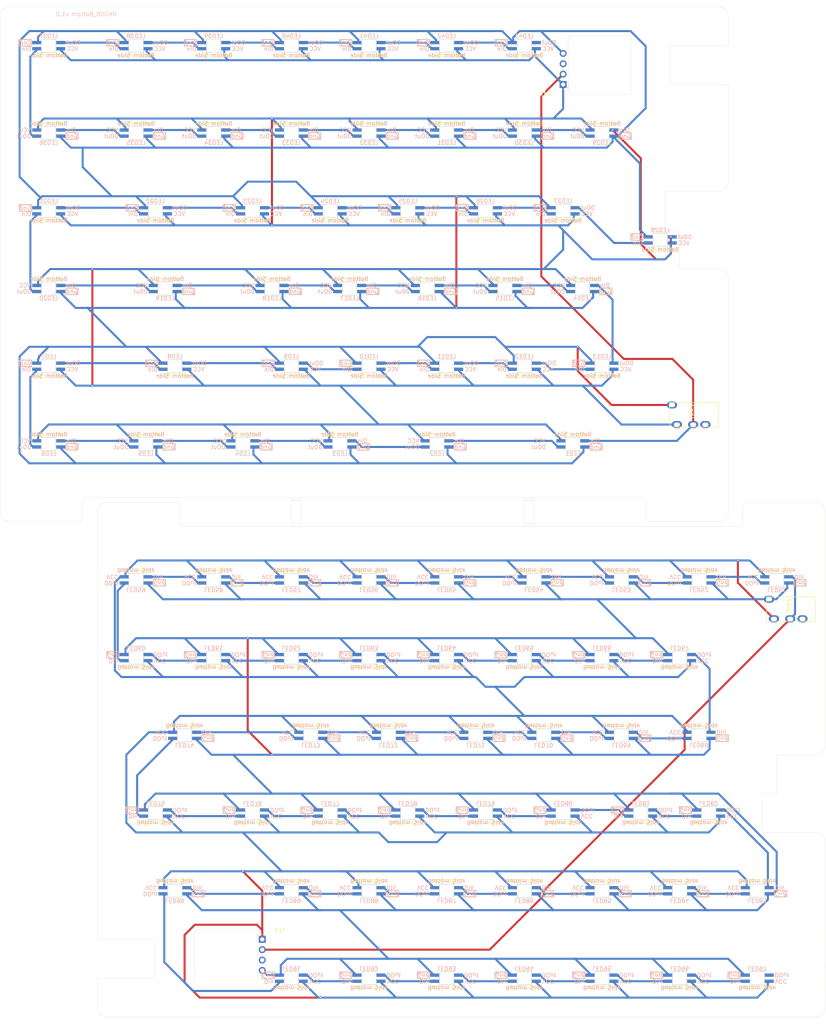
<source format=kicad_pcb>
(kicad_pcb (version 20241229) (generator "pcbnew") (generator_version "9.0")
  (layers (0 "F.Cu" signal) (2 "B.Cu" signal) (13 "F.Paste" user) (15 "B.Paste" user) (5 "F.SilkS" user "F.Silkscreen") (7 "B.SilkS" user "B.Silkscreen") (1 "F.Mask" user) (3 "B.Mask" user) (25 "Edge.Cuts" user))
  (net 0 "")
  (net 1 "Net-(LED1-DOUT)")
  (net 2 "Net-(LED2-DOUT)")
  (net 3 "Net-(LED3-DOUT)")
  (net 4 "Net-(LED4-DOUT)")
  (net 5 "Net-(LED5-DOUT)")
  (net 6 "Net-(LED6-DOUT)")
  (net 7 "Net-(LED7-DOUT)")
  (net 8 "Net-(LED8-DOUT)")
  (net 9 "Net-(LED10-DIN)")
  (net 10 "Net-(LED10-DOUT)")
  (net 11 "Net-(LED11-DOUT)")
  (net 12 "Net-(LED12-DOUT)")
  (net 13 "Net-(LED13-DOUT)")
  (net 14 "Net-(LED14-DOUT)")
  (net 15 "Net-(LED15-DOUT)")
  (net 16 "Net-(LED16-DOUT)")
  (net 17 "Net-(LED17-DOUT)")
  (net 18 "Net-(LED18-DOUT)")
  (net 19 "Net-(LED19-DOUT)")
  (net 20 "Net-(LED20-DOUT)")
  (net 21 "Net-(LED21-DOUT)")
  (net 22 "Net-(LED22-DOUT)")
  (net 23 "Net-(LED23-DOUT)")
  (net 24 "Net-(LED24-DOUT)")
  (net 25 "Net-(LED25-DOUT)")
  (net 26 "Net-(LED26-DOUT)")
  (net 27 "Net-(LED27-DOUT)")
  (net 28 "Net-(LED28-DOUT)")
  (net 29 "Net-(LED29-DOUT)")
  (net 30 "Net-(LED30-DOUT)")
  (net 31 "Net-(LED31-DOUT)")
  (net 32 "Net-(LED32-DOUT)")
  (net 33 "Net-(LED33-DOUT)")
  (net 34 "Net-(LED34-DOUT)")
  (net 35 "Net-(LED35-DOUT)")
  (net 36 "Net-(LED36-DOUT)")
  (net 37 "Net-(LED37-DOUT)")
  (net 38 "Net-(LED38-DOUT)")
  (net 39 "Net-(LED39-DOUT)")
  (net 40 "Net-(LED40-DOUT)")
  (net 41 "Net-(LED41-DOUT)")
  (net 42 "Net-(LED42-DOUT)")
  (net 45 "VCC_LB")
  (net 46 "LED_LB")
  (net 47 "GND_LB")
  (net 48 "GND_RB")
  (net 49 "LED_RB")
  (net 51 "VDD_RB")
  (net 52 "Net-(LED51-DOUT)")
  (net 53 "Net-(LED52-DOUT)")
  (net 54 "Net-(LED53-DOUT)")
  (net 55 "Net-(LED54-DOUT)")
  (net 56 "Net-(LED55-DOUT)")
  (net 57 "Net-(LED56-DOUT)")
  (net 58 "Net-(LED57-DOUT)")
  (net 59 "Net-(LED58-DOUT)")
  (net 60 "Net-(LED59-DOUT)")
  (net 61 "Net-(LED60-DOUT)")
  (net 62 "Net-(LED61-DOUT)")
  (net 63 "Net-(LED62-DOUT)")
  (net 64 "Net-(LED63-DOUT)")
  (net 65 "Net-(LED64-DOUT)")
  (net 66 "Net-(LED65-DOUT)")
  (net 67 "Net-(LED66-DOUT)")
  (net 68 "Net-(LED67-DOUT)")
  (net 69 "Net-(LED68-DOUT)")
  (net 70 "Net-(LED69-DOUT)")
  (net 71 "Net-(LED70-DOUT)")
  (net 72 "Net-(LED71-DOUT)")
  (net 73 "Net-(LED72-DOUT)")
  (net 74 "Net-(LED73-DOUT)")
  (net 75 "Net-(LED74-DOUT)")
  (net 76 "Net-(LED75-DOUT)")
  (net 77 "Net-(LED76-DOUT)")
  (net 78 "Net-(LED77-DOUT)")
  (net 79 "Net-(LED78-DOUT)")
  (net 80 "Net-(LED79-DOUT)")
  (net 81 "Net-(LED80-DOUT)")
  (net 82 "Net-(LED81-DOUT)")
  (net 83 "Net-(LED82-DOUT)")
  (net 84 "Net-(LED83-DOUT)")
  (net 85 "Net-(LED84-DOUT)")
  (net 86 "Net-(LED85-DOUT)")
  (net 87 "Net-(LED86-DOUT)")
  (net 88 "Net-(LED87-DOUT)")
  (net 89 "Net-(LED88-DOUT)")
  (net 90 "Net-(LED89-DOUT)")
  (net 91 "Net-(LED90-DOUT)")
  (net 92 "Net-(LED91-DOUT)")
  (net 93 "Net-(LED92-DOUT)")
  (net 94 "Net-(LED93-DOUT)")
  (net 95 "Net-(LED94-DOUT)")
  (net 96 "Net-(LED95-DOUT)")
  (net 97 "Net-(LED96-DOUT)")
  (footprint "kbd_Parts:LED_SK6812MINI-E_BL" (layer "F.Cu") (at 138.1125 76.2)
    (property "Reference" "LED25")
    (property "Value" "LED_SK6812MINI-E")
    (fp_line (start -1.75 -1.6) (end 1.75 -1.6) (stroke (width 0.12)) (layer "Edge.Cuts"))
    (fp_line (start -1.75 1.6) (end -1.75 -1.6) (stroke (width 0.12)) (layer "Edge.Cuts"))
    (fp_line (start 1.75 -1.6) (end 1.75 1.6) (stroke (width 0.12)) (layer "Edge.Cuts"))
    (fp_line (start 1.75 1.6) (end -1.75 1.6) (stroke (width 0.12)) (layer "Edge.Cuts"))
  )
  (footprint "kbd_Parts:LED_SK6812MINI-E_BL" (layer "F.Cu") (at 73.81875 133.35 180)
    (property "Reference" "LED5")
    (property "Value" "LED_SK6812MINI-E")
    (fp_line (start 1.75 1.6) (end -1.75 1.6) (stroke (width 0.12)) (layer "Edge.Cuts"))
    (fp_line (start 1.75 -1.6) (end 1.75 1.6) (stroke (width 0.12)) (layer "Edge.Cuts"))
    (fp_line (start -1.75 1.6) (end -1.75 -1.6) (stroke (width 0.12)) (layer "Edge.Cuts"))
    (fp_line (start -1.75 -1.6) (end 1.75 -1.6) (stroke (width 0.12)) (layer "Edge.Cuts"))
  )
  (footprint "kbd_Hole:m2_Screw_Hole" (layer "F.Cu") (at 173.83125 28.575)
    (property "Reference" "Ref**")
    (property "Value" "Val**")
  )
  (footprint "kbd_Parts:LED_SK6812MINI-E_BL" (layer "F.Cu") (at 200.025 83.34375)
    (property "Reference" "LED28")
    (property "Value" "LED_SK6812MINI-E")
    (fp_line (start -1.75 -1.6) (end 1.75 -1.6) (stroke (width 0.12)) (layer "Edge.Cuts"))
    (fp_line (start -1.75 1.6) (end -1.75 -1.6) (stroke (width 0.12)) (layer "Edge.Cuts"))
    (fp_line (start 1.75 -1.6) (end 1.75 1.6) (stroke (width 0.12)) (layer "Edge.Cuts"))
    (fp_line (start 1.75 1.6) (end -1.75 1.6) (stroke (width 0.12)) (layer "Edge.Cuts"))
  )
  (footprint "kbd_Parts:LED_SK6812MINI-E_BL" (layer "F.Cu") (at 147.6375 114.3)
    (property "Reference" "LED11")
    (property "Value" "LED_SK6812MINI-E")
    (fp_line (start -1.75 -1.6) (end 1.75 -1.6) (stroke (width 0.12)) (layer "Edge.Cuts"))
    (fp_line (start -1.75 1.6) (end -1.75 -1.6) (stroke (width 0.12)) (layer "Edge.Cuts"))
    (fp_line (start 1.75 -1.6) (end 1.75 1.6) (stroke (width 0.12)) (layer "Edge.Cuts"))
    (fp_line (start 1.75 1.6) (end -1.75 1.6) (stroke (width 0.12)) (layer "Edge.Cuts"))
  )
  (footprint "kbd_Parts:LED_SK6812MINI-E_BL" (layer "F.Cu") (at 109.5375 114.3)
    (property "Reference" "LED9")
    (property "Value" "LED_SK6812MINI-E")
    (fp_line (start -1.75 -1.6) (end 1.75 -1.6) (stroke (width 0.12)) (layer "Edge.Cuts"))
    (fp_line (start -1.75 1.6) (end -1.75 -1.6) (stroke (width 0.12)) (layer "Edge.Cuts"))
    (fp_line (start 1.75 -1.6) (end 1.75 1.6) (stroke (width 0.12)) (layer "Edge.Cuts"))
    (fp_line (start 1.75 1.6) (end -1.75 1.6) (stroke (width 0.12)) (layer "Edge.Cuts"))
  )
  (footprint "Rikkodo_FootPrint:LED_SK6812MINI-E_BL_R2" (layer "F.Cu") (at 223.837314 264.318726)
    (property "Reference" "LED97")
    (property "Value" "LED_SK6812MINI-E")
    (fp_line (start -1.75 -1.6) (end 1.75 -1.6) (stroke (width 0.12)) (layer "Edge.Cuts"))
    (fp_line (start -1.75 1.6) (end -1.75 -1.6) (stroke (width 0.12)) (layer "Edge.Cuts"))
    (fp_line (start 1.75 -1.6) (end 1.75 1.6) (stroke (width 0.12)) (layer "Edge.Cuts"))
    (fp_line (start 1.75 1.6) (end -1.75 1.6) (stroke (width 0.12)) (layer "Edge.Cuts"))
  )
  (footprint "kbd_Parts:LED_SK6812MINI-E_BL" (layer "F.Cu") (at 128.5875 114.3)
    (property "Reference" "LED10")
    (property "Value" "LED_SK6812MINI-E")
    (fp_line (start -1.75 -1.6) (end 1.75 -1.6) (stroke (width 0.12)) (layer "Edge.Cuts"))
    (fp_line (start -1.75 1.6) (end -1.75 -1.6) (stroke (width 0.12)) (layer "Edge.Cuts"))
    (fp_line (start 1.75 -1.6) (end 1.75 1.6) (stroke (width 0.12)) (layer "Edge.Cuts"))
    (fp_line (start 1.75 1.6) (end -1.75 1.6) (stroke (width 0.12)) (layer "Edge.Cuts"))
  )
  (footprint "Rikkodo_FootPrint:rkd_Point_Screw_Hall" (layer "F.Cu") (at 207.16875 105.965625)
    (property "Reference" "Point1" (hide yes))
    (property "Value" "PointScrewHall" (hide yes))
  )
  (footprint "Rikkodo_FootPrint:LED_SK6812MINI-E_BL_R1" (layer "F.Cu") (at 128.587314 242.887476 180)
    (property "Reference" "LED88")
    (property "Value" "LED_SK6812MINI-E")
    (fp_line (start 1.75 1.6) (end -1.75 1.6) (stroke (width 0.12)) (layer "Edge.Cuts"))
    (fp_line (start 1.75 -1.6) (end 1.75 1.6) (stroke (width 0.12)) (layer "Edge.Cuts"))
    (fp_line (start -1.75 1.6) (end -1.75 -1.6) (stroke (width 0.12)) (layer "Edge.Cuts"))
    (fp_line (start -1.75 -1.6) (end 1.75 -1.6) (stroke (width 0.12)) (layer "Edge.Cuts"))
  )
  (footprint "Rikkodo_FootPrint:LED_SK6812MINI-E_BL_R1" (layer "F.Cu") (at 166.687314 242.887476 180)
    (property "Reference" "LED86")
    (property "Value" "LED_SK6812MINI-E")
    (fp_line (start 1.75 1.6) (end -1.75 1.6) (stroke (width 0.12)) (layer "Edge.Cuts"))
    (fp_line (start 1.75 -1.6) (end 1.75 1.6) (stroke (width 0.12)) (layer "Edge.Cuts"))
    (fp_line (start -1.75 1.6) (end -1.75 -1.6) (stroke (width 0.12)) (layer "Edge.Cuts"))
    (fp_line (start -1.75 -1.6) (end 1.75 -1.6) (stroke (width 0.12)) (layer "Edge.Cuts"))
  )
  (footprint "Rikkodo_FootPrint:rkd_cutdot" (layer "F.Cu") (at 110.728262 153.292484)
    (property "Reference" "REF**" (hide yes))
    (property "Value" "rkd_cutdot" (hide yes))
    (fp_line (start -1.190628 0.297656) (end -1.190768 -0.297479) (stroke (width 0.05)) (layer "Edge.Cuts"))
    (fp_line (start 1.190624 0.297656) (end 1.190482 -0.297479) (stroke (width 0.05)) (layer "Edge.Cuts"))
  )
  (footprint "kbd_Parts:LED_SK6812MINI-E_BL" (layer "F.Cu") (at 142.875 95.25 180)
    (property "Reference" "LED16")
    (property "Value" "LED_SK6812MINI-E")
    (fp_line (start 1.75 1.6) (end -1.75 1.6) (stroke (width 0.12)) (layer "Edge.Cuts"))
    (fp_line (start 1.75 -1.6) (end 1.75 1.6) (stroke (width 0.12)) (layer "Edge.Cuts"))
    (fp_line (start -1.75 1.6) (end -1.75 -1.6) (stroke (width 0.12)) (layer "Edge.Cuts"))
    (fp_line (start -1.75 -1.6) (end 1.75 -1.6) (stroke (width 0.12)) (layer "Edge.Cuts"))
  )
  (footprint "kbd_Parts:LED_SK6812MINI-E_BL" (layer "F.Cu") (at 50.00625 114.3)
    (property "Reference" "LED7")
    (property "Value" "LED_SK6812MINI-E")
    (fp_line (start -1.75 -1.6) (end 1.75 -1.6) (stroke (width 0.12)) (layer "Edge.Cuts"))
    (fp_line (start -1.75 1.6) (end -1.75 -1.6) (stroke (width 0.12)) (layer "Edge.Cuts"))
    (fp_line (start 1.75 -1.6) (end 1.75 1.6) (stroke (width 0.12)) (layer "Edge.Cuts"))
    (fp_line (start 1.75 1.6) (end -1.75 1.6) (stroke (width 0.12)) (layer "Edge.Cuts"))
  )
  (footprint "kbd_Parts:LED_SK6812MINI-E_BL" (layer "F.Cu") (at 166.6875 57.15 180)
    (property "Reference" "LED30")
    (property "Value" "LED_SK6812MINI-E")
    (fp_line (start 1.75 1.6) (end -1.75 1.6) (stroke (width 0.12)) (layer "Edge.Cuts"))
    (fp_line (start 1.75 -1.6) (end 1.75 1.6) (stroke (width 0.12)) (layer "Edge.Cuts"))
    (fp_line (start -1.75 1.6) (end -1.75 -1.6) (stroke (width 0.12)) (layer "Edge.Cuts"))
    (fp_line (start -1.75 -1.6) (end 1.75 -1.6) (stroke (width 0.12)) (layer "Edge.Cuts"))
  )
  (footprint "kbd_Parts:LED_SK6812MINI-E_BL" (layer "F.Cu") (at 90.4875 35.71875)
    (property "Reference" "LED39")
    (property "Value" "LED_SK6812MINI-E")
    (fp_line (start -1.75 -1.6) (end 1.75 -1.6) (stroke (width 0.12)) (layer "Edge.Cuts"))
    (fp_line (start -1.75 1.6) (end -1.75 -1.6) (stroke (width 0.12)) (layer "Edge.Cuts"))
    (fp_line (start 1.75 -1.6) (end 1.75 1.6) (stroke (width 0.12)) (layer "Edge.Cuts"))
    (fp_line (start 1.75 1.6) (end -1.75 1.6) (stroke (width 0.12)) (layer "Edge.Cuts"))
  )
  (footprint "Rikkodo_FootPrint:LED_SK6812MINI-E_BL_R2" (layer "F.Cu") (at 166.687314 185.737476)
    (property "Reference" "LED65")
    (property "Value" "LED_SK6812MINI-E")
    (fp_line (start -1.75 -1.6) (end 1.75 -1.6) (stroke (width 0.12)) (layer "Edge.Cuts"))
    (fp_line (start -1.75 1.6) (end -1.75 -1.6) (stroke (width 0.12)) (layer "Edge.Cuts"))
    (fp_line (start 1.75 -1.6) (end 1.75 1.6) (stroke (width 0.12)) (layer "Edge.Cuts"))
    (fp_line (start 1.75 1.6) (end -1.75 1.6) (stroke (width 0.12)) (layer "Edge.Cuts"))
  )
  (footprint "Rikkodo_FootPrint:LED_SK6812MINI-E_BL_R1" (layer "F.Cu") (at 223.837314 242.887476 180)
    (property "Reference" "LED83")
    (property "Value" "LED_SK6812MINI-E")
    (fp_line (start 1.75 1.6) (end -1.75 1.6) (stroke (width 0.12)) (layer "Edge.Cuts"))
    (fp_line (start 1.75 -1.6) (end 1.75 1.6) (stroke (width 0.12)) (layer "Edge.Cuts"))
    (fp_line (start -1.75 1.6) (end -1.75 -1.6) (stroke (width 0.12)) (layer "Edge.Cuts"))
    (fp_line (start -1.75 -1.6) (end 1.75 -1.6) (stroke (width 0.12)) (layer "Edge.Cuts"))
  )
  (footprint "Rikkodo_FootPrint:LED_SK6812MINI-E_BL_R1" (layer "F.Cu") (at 185.737314 242.887476 180)
    (property "Reference" "LED85")
    (property "Value" "LED_SK6812MINI-E")
    (fp_line (start 1.75 1.6) (end -1.75 1.6) (stroke (width 0.12)) (layer "Edge.Cuts"))
    (fp_line (start 1.75 -1.6) (end 1.75 1.6) (stroke (width 0.12)) (layer "Edge.Cuts"))
    (fp_line (start -1.75 1.6) (end -1.75 -1.6) (stroke (width 0.12)) (layer "Edge.Cuts"))
    (fp_line (start -1.75 -1.6) (end 1.75 -1.6) (stroke (width 0.12)) (layer "Edge.Cuts"))
  )
  (footprint "kbd_Hole:m2_Screw_Hole" (layer "F.Cu") (at 161.924814 190.499976 180)
    (property "Reference" "Ref**")
    (property "Value" "Val**")
  )
  (footprint "kbd_Hole:m2_Screw_Hole" (layer "F.Cu") (at 100.0125 71.4375)
    (property "Reference" "Ref**")
    (property "Value" "Val**")
  )
  (footprint "kbd_Parts:LED_SK6812MINI-E_BL" (layer "F.Cu") (at 97.63125 133.35 180)
    (property "Reference" "LED4")
    (property "Value" "LED_SK6812MINI-E")
    (fp_line (start 1.75 1.6) (end -1.75 1.6) (stroke (width 0.12)) (layer "Edge.Cuts"))
    (fp_line (start 1.75 -1.6) (end 1.75 1.6) (stroke (width 0.12)) (layer "Edge.Cuts"))
    (fp_line (start -1.75 1.6) (end -1.75 -1.6) (stroke (width 0.12)) (layer "Edge.Cuts"))
    (fp_line (start -1.75 -1.6) (end 1.75 -1.6) (stroke (width 0.12)) (layer "Edge.Cuts"))
  )
  (footprint "kbd_Hole:m2_Screw_Hole" (layer "F.Cu") (at 66.674814 271.462476 180)
    (property "Reference" "Ref**")
    (property "Value" "Val**")
  )
  (footprint "Rikkodo_FootPrint:LED_SK6812MINI-E_BL_R1" (layer "F.Cu") (at 147.637314 166.687476 180)
    (property "Reference" "LED55")
    (property "Value" "LED_SK6812MINI-E")
    (fp_line (start 1.75 1.6) (end -1.75 1.6) (stroke (width 0.12)) (layer "Edge.Cuts"))
    (fp_line (start 1.75 -1.6) (end 1.75 1.6) (stroke (width 0.12)) (layer "Edge.Cuts"))
    (fp_line (start -1.75 1.6) (end -1.75 -1.6) (stroke (width 0.12)) (layer "Edge.Cuts"))
    (fp_line (start -1.75 -1.6) (end 1.75 -1.6) (stroke (width 0.12)) (layer "Edge.Cuts"))
  )
  (footprint "kbd_Parts:LED_SK6812MINI-E_BL" (layer "F.Cu") (at 157.1625 76.2)
    (property "Reference" "LED26")
    (property "Value" "LED_SK6812MINI-E")
    (fp_line (start -1.75 -1.6) (end 1.75 -1.6) (stroke (width 0.12)) (layer "Edge.Cuts"))
    (fp_line (start -1.75 1.6) (end -1.75 -1.6) (stroke (width 0.12)) (layer "Edge.Cuts"))
    (fp_line (start 1.75 -1.6) (end 1.75 1.6) (stroke (width 0.12)) (layer "Edge.Cuts"))
    (fp_line (start 1.75 1.6) (end -1.75 1.6) (stroke (width 0.12)) (layer "Edge.Cuts"))
  )
  (footprint "kbd_Parts:LED_SK6812MINI-E_BL" (layer "F.Cu") (at 109.5375 35.71875)
    (property "Reference" "LED40")
    (property "Value" "LED_SK6812MINI-E")
    (fp_line (start -1.75 -1.6) (end 1.75 -1.6) (stroke (width 0.12)) (layer "Edge.Cuts"))
    (fp_line (start -1.75 1.6) (end -1.75 -1.6) (stroke (width 0.12)) (layer "Edge.Cuts"))
    (fp_line (start 1.75 -1.6) (end 1.75 1.6) (stroke (width 0.12)) (layer "Edge.Cuts"))
    (fp_line (start 1.75 1.6) (end -1.75 1.6) (stroke (width 0.12)) (layer "Edge.Cuts"))
  )
  (footprint "Rikkodo_FootPrint:LED_SK6812MINI-E_BL_R2" (layer "F.Cu") (at 90.487314 185.737476)
    (property "Reference" "LED61")
    (property "Value" "LED_SK6812MINI-E")
    (fp_line (start -1.75 -1.6) (end 1.75 -1.6) (stroke (width 0.12)) (layer "Edge.Cuts"))
    (fp_line (start -1.75 1.6) (end -1.75 -1.6) (stroke (width 0.12)) (layer "Edge.Cuts"))
    (fp_line (start 1.75 -1.6) (end 1.75 1.6) (stroke (width 0.12)) (layer "Edge.Cuts"))
    (fp_line (start 1.75 1.6) (end -1.75 1.6) (stroke (width 0.12)) (layer "Edge.Cuts"))
  )
  (footprint "BrownSugar_KBD:TRRS_PJ-320A" (layer "F.Cu") (at 238.124814 173.831226 -90)
    (property "Reference" "J9")
    (property "Value" "TRRS" (hide yes))
  )
  (footprint "kbd_Parts:LED_SK6812MINI-E_BL" (layer "F.Cu") (at 123.825 95.25 180)
    (property "Reference" "LED17")
    (property "Value" "LED_SK6812MINI-E")
    (fp_line (start 1.75 1.6) (end -1.75 1.6) (stroke (width 0.12)) (layer "Edge.Cuts"))
    (fp_line (start 1.75 -1.6) (end 1.75 1.6) (stroke (width 0.12)) (layer "Edge.Cuts"))
    (fp_line (start -1.75 1.6) (end -1.75 -1.6) (stroke (width 0.12)) (layer "Edge.Cuts"))
    (fp_line (start -1.75 -1.6) (end 1.75 -1.6) (stroke (width 0.12)) (layer "Edge.Cuts"))
  )
  (footprint "kbd_Parts:LED_SK6812MINI-E_BL" (layer "F.Cu") (at 185.7375 57.15 180)
    (property "Reference" "LED29")
    (property "Value" "LED_SK6812MINI-E")
    (fp_line (start 1.75 1.6) (end -1.75 1.6) (stroke (width 0.12)) (layer "Edge.Cuts"))
    (fp_line (start 1.75 -1.6) (end 1.75 1.6) (stroke (width 0.12)) (layer "Edge.Cuts"))
    (fp_line (start -1.75 1.6) (end -1.75 -1.6) (stroke (width 0.12)) (layer "Edge.Cuts"))
    (fp_line (start -1.75 -1.6) (end 1.75 -1.6) (stroke (width 0.12)) (layer "Edge.Cuts"))
  )
  (footprint "Rikkodo_FootPrint:LED_SK6812MINI-E_BL_R1" (layer "F.Cu") (at 228.599814 166.687476 180)
    (property "Reference" "LED51")
    (property "Value" "LED_SK6812MINI-E")
    (fp_line (start 1.75 1.6) (end -1.75 1.6) (stroke (width 0.12)) (layer "Edge.Cuts"))
    (fp_line (start 1.75 -1.6) (end 1.75 1.6) (stroke (width 0.12)) (layer "Edge.Cuts"))
    (fp_line (start -1.75 1.6) (end -1.75 -1.6) (stroke (width 0.12)) (layer "Edge.Cuts"))
    (fp_line (start -1.75 -1.6) (end 1.75 -1.6) (stroke (width 0.12)) (layer "Edge.Cuts"))
  )
  (footprint "Rikkodo_FootPrint:LED_SK6812MINI-E_BL_R2" (layer "F.Cu") (at 147.637314 185.737476)
    (property "Reference" "LED64")
    (property "Value" "LED_SK6812MINI-E")
    (fp_line (start -1.75 -1.6) (end 1.75 -1.6) (stroke (width 0.12)) (layer "Edge.Cuts"))
    (fp_line (start -1.75 1.6) (end -1.75 -1.6) (stroke (width 0.12)) (layer "Edge.Cuts"))
    (fp_line (start 1.75 -1.6) (end 1.75 1.6) (stroke (width 0.12)) (layer "Edge.Cuts"))
    (fp_line (start 1.75 1.6) (end -1.75 1.6) (stroke (width 0.12)) (layer "Edge.Cuts"))
  )
  (footprint "Rikkodo_FootPrint:LED_SK6812MINI-E_BL_R1" (layer "F.Cu") (at 147.637314 242.887476 180)
    (property "Reference" "LED87")
    (property "Value" "LED_SK6812MINI-E")
    (fp_line (start 1.75 1.6) (end -1.75 1.6) (stroke (width 0.12)) (layer "Edge.Cuts"))
    (fp_line (start 1.75 -1.6) (end 1.75 1.6) (stroke (width 0.12)) (layer "Edge.Cuts"))
    (fp_line (start -1.75 1.6) (end -1.75 -1.6) (stroke (width 0.12)) (layer "Edge.Cuts"))
    (fp_line (start -1.75 -1.6) (end 1.75 -1.6) (stroke (width 0.12)) (layer "Edge.Cuts"))
  )
  (footprint "Rikkodo_FootPrint:LED_SK6812MINI-E_BL_R1" (layer "F.Cu") (at 128.587314 166.687476 180)
    (property "Reference" "LED56")
    (property "Value" "LED_SK6812MINI-E")
    (fp_line (start 1.75 1.6) (end -1.75 1.6) (stroke (width 0.12)) (layer "Edge.Cuts"))
    (fp_line (start 1.75 -1.6) (end 1.75 1.6) (stroke (width 0.12)) (layer "Edge.Cuts"))
    (fp_line (start -1.75 1.6) (end -1.75 -1.6) (stroke (width 0.12)) (layer "Edge.Cuts"))
    (fp_line (start -1.75 -1.6) (end 1.75 -1.6) (stroke (width 0.12)) (layer "Edge.Cuts"))
  )
  (footprint "Rikkodo_FootPrint:LED_SK6812MINI-E_BL_R1" (layer "F.Cu") (at 204.787314 242.887476 180)
    (property "Reference" "LED84")
    (property "Value" "LED_SK6812MINI-E")
    (fp_line (start 1.75 1.6) (end -1.75 1.6) (stroke (width 0.12)) (layer "Edge.Cuts"))
    (fp_line (start 1.75 -1.6) (end 1.75 1.6) (stroke (width 0.12)) (layer "Edge.Cuts"))
    (fp_line (start -1.75 1.6) (end -1.75 -1.6) (stroke (width 0.12)) (layer "Edge.Cuts"))
    (fp_line (start -1.75 -1.6) (end 1.75 -1.6) (stroke (width 0.12)) (layer "Edge.Cuts"))
  )
  (footprint "kbd_Parts:LED_SK6812MINI-E_BL" (layer "F.Cu") (at 50.00625 95.25 180)
    (property "Reference" "LED20")
    (property "Value" "LED_SK6812MINI-E")
    (fp_line (start 1.75 1.6) (end -1.75 1.6) (stroke (width 0.12)) (layer "Edge.Cuts"))
    (fp_line (start 1.75 -1.6) (end 1.75 1.6) (stroke (width 0.12)) (layer "Edge.Cuts"))
    (fp_line (start -1.75 1.6) (end -1.75 -1.6) (stroke (width 0.12)) (layer "Edge.Cuts"))
    (fp_line (start -1.75 -1.6) (end 1.75 -1.6) (stroke (width 0.12)) (layer "Edge.Cuts"))
  )
  (footprint "kbd_Parts:LED_SK6812MINI-E_BL" (layer "F.Cu") (at 50.00625 133.35 180)
    (property "Reference" "LED6")
    (property "Value" "LED_SK6812MINI-E")
    (fp_line (start 1.75 1.6) (end -1.75 1.6) (stroke (width 0.12)) (layer "Edge.Cuts"))
    (fp_line (start 1.75 -1.6) (end 1.75 1.6) (stroke (width 0.12)) (layer "Edge.Cuts"))
    (fp_line (start -1.75 1.6) (end -1.75 -1.6) (stroke (width 0.12)) (layer "Edge.Cuts"))
    (fp_line (start -1.75 -1.6) (end 1.75 -1.6) (stroke (width 0.12)) (layer "Edge.Cuts"))
  )
  (footprint "Rikkodo_FootPrint:LED_SK6812MINI-E_BL_R1" (layer "F.Cu") (at 114.299814 204.787476 180)
    (property "Reference" "LED73")
    (property "Value" "LED_SK6812MINI-E")
    (fp_line (start 1.75 1.6) (end -1.75 1.6) (stroke (width 0.12)) (layer "Edge.Cuts"))
    (fp_line (start 1.75 -1.6) (end 1.75 1.6) (stroke (width 0.12)) (layer "Edge.Cuts"))
    (fp_line (start -1.75 1.6) (end -1.75 -1.6) (stroke (width 0.12)) (layer "Edge.Cuts"))
    (fp_line (start -1.75 -1.6) (end 1.75 -1.6) (stroke (width 0.12)) (layer "Edge.Cuts"))
  )
  (footprint "kbd_Parts:LED_SK6812MINI-E_BL" (layer "F.Cu") (at 119.0625 76.2)
    (property "Reference" "LED24")
    (property "Value" "LED_SK6812MINI-E")
    (fp_line (start -1.75 -1.6) (end 1.75 -1.6) (stroke (width 0.12)) (layer "Edge.Cuts"))
    (fp_line (start -1.75 1.6) (end -1.75 -1.6) (stroke (width 0.12)) (layer "Edge.Cuts"))
    (fp_line (start 1.75 -1.6) (end 1.75 1.6) (stroke (width 0.12)) (layer "Edge.Cuts"))
    (fp_line (start 1.75 1.6) (end -1.75 1.6) (stroke (width 0.12)) (layer "Edge.Cuts"))
  )
  (footprint "kbd_Parts:LED_SK6812MINI-E_BL" (layer "F.Cu") (at 109.5375 57.15 180)
    (property "Reference" "LED33")
    (property "Value" "LED_SK6812MINI-E")
    (fp_line (start 1.75 1.6) (end -1.75 1.6) (stroke (width 0.12)) (layer "Edge.Cuts"))
    (fp_line (start 1.75 -1.6) (end 1.75 1.6) (stroke (width 0.12)) (layer "Edge.Cuts"))
    (fp_line (start -1.75 1.6) (end -1.75 -1.6) (stroke (width 0.12)) (layer "Edge.Cuts"))
    (fp_line (start -1.75 -1.6) (end 1.75 -1.6) (stroke (width 0.12)) (layer "Edge.Cuts"))
  )
  (footprint "Rikkodo_FootPrint:LED_SK6812MINI-E_BL_R2" (layer "F.Cu") (at 195.262314 223.837476)
    (property "Reference" "LED81")
    (property "Value" "LED_SK6812MINI-E")
    (fp_line (start -1.75 -1.6) (end 1.75 -1.6) (stroke (width 0.12)) (layer "Edge.Cuts"))
    (fp_line (start -1.75 1.6) (end -1.75 -1.6) (stroke (width 0.12)) (layer "Edge.Cuts"))
    (fp_line (start 1.75 -1.6) (end 1.75 1.6) (stroke (width 0.12)) (layer "Edge.Cuts"))
    (fp_line (start 1.75 1.6) (end -1.75 1.6) (stroke (width 0.12)) (layer "Edge.Cuts"))
  )
  (footprint "Rikkodo_FootPrint:rkd_cutdot" (layer "F.Cu") (at 167.878214 153.292484)
    (property "Reference" "REF**" (hide yes))
    (property "Value" "rkd_cutdot" (hide yes))
    (fp_line (start -1.190628 0.297656) (end -1.190768 -0.297479) (stroke (width 0.05)) (layer "Edge.Cuts"))
    (fp_line (start 1.190624 0.297656) (end 1.190482 -0.297479) (stroke (width 0.05)) (layer "Edge.Cuts"))
  )
  (footprint "Rikkodo_FootPrint:LED_SK6812MINI-E_BL_R2" (layer "F.Cu") (at 128.587314 264.318726)
    (property "Reference" "LED92")
    (property "Value" "LED_SK6812MINI-E")
    (fp_line (start -1.75 -1.6) (end 1.75 -1.6) (stroke (width 0.12)) (layer "Edge.Cuts"))
    (fp_line (start -1.75 1.6) (end -1.75 -1.6) (stroke (width 0.12)) (layer "Edge.Cuts"))
    (fp_line (start 1.75 -1.6) (end 1.75 1.6) (stroke (width 0.12)) (layer "Edge.Cuts"))
    (fp_line (start 1.75 1.6) (end -1.75 1.6) (stroke (width 0.12)) (layer "Edge.Cuts"))
  )
  (footprint "Rikkodo_FootPrint:LED_SK6812MINI-E_BL_R1" (layer "F.Cu") (at 171.449814 204.787476 180)
    (property "Reference" "LED70")
    (property "Value" "LED_SK6812MINI-E")
    (fp_line (start 1.75 1.6) (end -1.75 1.6) (stroke (width 0.12)) (layer "Edge.Cuts"))
    (fp_line (start 1.75 -1.6) (end 1.75 1.6) (stroke (width 0.12)) (layer "Edge.Cuts"))
    (fp_line (start -1.75 1.6) (end -1.75 -1.6) (stroke (width 0.12)) (layer "Edge.Cuts"))
    (fp_line (start -1.75 -1.6) (end 1.75 -1.6) (stroke (width 0.12)) (layer "Edge.Cuts"))
  )
  (footprint "Rikkodo_FootPrint:LED_SK6812MINI-E_BL_R2" (layer "F.Cu") (at 76.199814 223.837476)
    (property "Reference" "LED75")
    (property "Value" "LED_SK6812MINI-E")
    (fp_line (start -1.75 -1.6) (end 1.75 -1.6) (stroke (width 0.12)) (layer "Edge.Cuts"))
    (fp_line (start -1.75 1.6) (end -1.75 -1.6) (stroke (width 0.12)) (layer "Edge.Cuts"))
    (fp_line (start 1.75 -1.6) (end 1.75 1.6) (stroke (width 0.12)) (layer "Edge.Cuts"))
    (fp_line (start 1.75 1.6) (end -1.75 1.6) (stroke (width 0.12)) (layer "Edge.Cuts"))
  )
  (footprint "Rikkodo_FootPrint:LED_SK6812MINI-E_BL_R1" (layer "F.Cu") (at 83.343564 204.787476 180)
    (property "Reference" "LED74")
    (property "Value" "LED_SK6812MINI-E")
    (fp_line (start 1.75 1.6) (end -1.75 1.6) (stroke (width 0.12)) (layer "Edge.Cuts"))
    (fp_line (start 1.75 -1.6) (end 1.75 1.6) (stroke (width 0.12)) (layer "Edge.Cuts"))
    (fp_line (start -1.75 1.6) (end -1.75 -1.6) (stroke (width 0.12)) (layer "Edge.Cuts"))
    (fp_line (start -1.75 -1.6) (end 1.75 -1.6) (stroke (width 0.12)) (layer "Edge.Cuts"))
  )
  (footprint "Rikkodo_FootPrint:LED_SK6812MINI-E_BL_R2" (layer "F.Cu") (at 119.062314 223.837476)
    (property "Reference" "LED77")
    (property "Value" "LED_SK6812MINI-E")
    (fp_line (start -1.75 -1.6) (end 1.75 -1.6) (stroke (width 0.12)) (layer "Edge.Cuts"))
    (fp_line (start -1.75 1.6) (end -1.75 -1.6) (stroke (width 0.12)) (layer "Edge.Cuts"))
    (fp_line (start 1.75 -1.6) (end 1.75 1.6) (stroke (width 0.12)) (layer "Edge.Cuts"))
    (fp_line (start 1.75 1.6) (end -1.75 1.6) (stroke (width 0.12)) (layer "Edge.Cuts"))
  )
  (footprint "kbd_Parts:LED_SK6812MINI-E_BL" (layer "F.Cu") (at 147.6375 35.71875)
    (property "Reference" "LED42")
    (property "Value" "LED_SK6812MINI-E")
    (fp_line (start -1.75 -1.6) (end 1.75 -1.6) (stroke (width 0.12)) (layer "Edge.Cuts"))
    (fp_line (start -1.75 1.6) (end -1.75 -1.6) (stroke (width 0.12)) (layer "Edge.Cuts"))
    (fp_line (start 1.75 -1.6) (end 1.75 1.6) (stroke (width 0.12)) (layer "Edge.Cuts"))
    (fp_line (start 1.75 1.6) (end -1.75 1.6) (stroke (width 0.12)) (layer "Edge.Cuts"))
  )
  (footprint "kbd_Parts:LED_SK6812MINI-E_BL" (layer "F.Cu") (at 185.7375 114.3)
    (property "Reference" "LED13")
    (property "Value" "LED_SK6812MINI-E")
    (fp_line (start -1.75 -1.6) (end 1.75 -1.6) (stroke (width 0.12)) (layer "Edge.Cuts"))
    (fp_line (start -1.75 1.6) (end -1.75 -1.6) (stroke (width 0.12)) (layer "Edge.Cuts"))
    (fp_line (start 1.75 -1.6) (end 1.75 1.6) (stroke (width 0.12)) (layer "Edge.Cuts"))
    (fp_line (start 1.75 1.6) (end -1.75 1.6) (stroke (width 0.12)) (layer "Edge.Cuts"))
  )
  (footprint "Rikkodo_FootPrint:LED_SK6812MINI-E_BL_R1" (layer "F.Cu") (at 169.068564 166.687476 180)
    (property "Reference" "LED54")
    (property "Value" "LED_SK6812MINI-E")
    (fp_line (start 1.75 1.6) (end -1.75 1.6) (stroke (width 0.12)) (layer "Edge.Cuts"))
    (fp_line (start 1.75 -1.6) (end 1.75 1.6) (stroke (width 0.12)) (layer "Edge.Cuts"))
    (fp_line (start -1.75 1.6) (end -1.75 -1.6) (stroke (width 0.12)) (layer "Edge.Cuts"))
    (fp_line (start -1.75 -1.6) (end 1.75 -1.6) (stroke (width 0.12)) (layer "Edge.Cuts"))
  )
  (footprint "kbd_Parts:LED_SK6812MINI-E_BL" (layer "F.Cu") (at 100.0125 76.2)
    (property "Reference" "LED23")
    (property "Value" "LED_SK6812MINI-E")
    (fp_line (start -1.75 -1.6) (end 1.75 -1.6) (stroke (width 0.12)) (layer "Edge.Cuts"))
    (fp_line (start -1.75 1.6) (end -1.75 -1.6) (stroke (width 0.12)) (layer "Edge.Cuts"))
    (fp_line (start 1.75 -1.6) (end 1.75 1.6) (stroke (width 0.12)) (layer "Edge.Cuts"))
    (fp_line (start 1.75 1.6) (end -1.75 1.6) (stroke (width 0.12)) (layer "Edge.Cuts"))
  )
  (footprint "Rikkodo_FootPrint:LED_SK6812MINI-E_BL_R1" (layer "F.Cu") (at 209.549814 204.787476 180)
    (property "Reference" "LED68")
    (property "Value" "LED_SK6812MINI-E")
    (fp_line (start 1.75 1.6) (end -1.75 1.6) (stroke (width 0.12)) (layer "Edge.Cuts"))
    (fp_line (start 1.75 -1.6) (end 1.75 1.6) (stroke (width 0.12)) (layer "Edge.Cuts"))
    (fp_line (start -1.75 1.6) (end -1.75 -1.6) (stroke (width 0.12)) (layer "Edge.Cuts"))
    (fp_line (start -1.75 -1.6) (end 1.75 -1.6) (stroke (width 0.12)) (layer "Edge.Cuts"))
  )
  (footprint "kbd_Hole:m2_Screw_Hole" (layer "F.Cu") (at 42.8625 28.575)
    (property "Reference" "Ref**")
    (property "Value" "Val**")
  )
  (footprint "Rikkodo_FootPrint:rkd_cutdot" (layer "F.Cu") (at 110.728032 146.744408)
    (property "Reference" "REF**" (hide yes))
    (property "Value" "rkd_cutdot" (hide yes))
    (fp_line (start -1.190628 0.297656) (end -1.190768 -0.297479) (stroke (width 0.05)) (layer "Edge.Cuts"))
    (fp_line (start 1.190624 0.297656) (end 1.190482 -0.297479) (stroke (width 0.05)) (layer "Edge.Cuts"))
  )
  (footprint "kbd_Hole:m2_Screw_Hole" (layer "F.Cu") (at 104.774814 271.462476 180)
    (property "Reference" "Ref**")
    (property "Value" "Val**")
  )
  (footprint "kbd_Parts:LED_SK6812MINI-E_BL" (layer "F.Cu") (at 180.975 95.25 180)
    (property "Reference" "LED14")
    (property "Value" "LED_SK6812MINI-E")
    (fp_line (start 1.75 1.6) (end -1.75 1.6) (stroke (width 0.12)) (layer "Edge.Cuts"))
    (fp_line (start 1.75 -1.6) (end 1.75 1.6) (stroke (width 0.12)) (layer "Edge.Cuts"))
    (fp_line (start -1.75 1.6) (end -1.75 -1.6) (stroke (width 0.12)) (layer "Edge.Cuts"))
    (fp_line (start -1.75 -1.6) (end 1.75 -1.6) (stroke (width 0.12)) (layer "Edge.Cuts"))
  )
  (footprint "Rikkodo_FootPrint:LED_SK6812MINI-E_BL_R2" (layer "F.Cu") (at 109.537314 264.318726)
    (property "Reference" "LED91")
    (property "Value" "LED_SK6812MINI-E")
    (fp_line (start -1.75 -1.6) (end 1.75 -1.6) (stroke (width 0.12)) (layer "Edge.Cuts"))
    (fp_line (start -1.75 1.6) (end -1.75 -1.6) (stroke (width 0.12)) (layer "Edge.Cuts"))
    (fp_line (start 1.75 -1.6) (end 1.75 1.6) (stroke (width 0.12)) (layer "Edge.Cuts"))
    (fp_line (start 1.75 1.6) (end -1.75 1.6) (stroke (width 0.12)) (layer "Edge.Cuts"))
  )
  (footprint "Rikkodo_FootPrint:LED_SK6812MINI-E_BL_R2" (layer "F.Cu") (at 185.737314 185.737476)
    (property "Reference" "LED66")
    (property "Value" "LED_SK6812MINI-E")
    (fp_line (start -1.75 -1.6) (end 1.75 -1.6) (stroke (width 0.12)) (layer "Edge.Cuts"))
    (fp_line (start -1.75 1.6) (end -1.75 -1.6) (stroke (width 0.12)) (layer "Edge.Cuts"))
    (fp_line (start 1.75 -1.6) (end 1.75 1.6) (stroke (width 0.12)) (layer "Edge.Cuts"))
    (fp_line (start 1.75 1.6) (end -1.75 1.6) (stroke (width 0.12)) (layer "Edge.Cuts"))
  )
  (footprint "Rikkodo_FootPrint:LED_SK6812MINI-E_BL_R2" (layer "F.Cu") (at 166.687314 264.318726)
    (property "Reference" "LED94")
    (property "Value" "LED_SK6812MINI-E")
    (fp_line (start -1.75 -1.6) (end 1.75 -1.6) (stroke (width 0.12)) (layer "Edge.Cuts"))
    (fp_line (start -1.75 1.6) (end -1.75 -1.6) (stroke (width 0.12)) (layer "Edge.Cuts"))
    (fp_line (start 1.75 -1.6) (end 1.75 1.6) (stroke (width 0.12)) (layer "Edge.Cuts"))
    (fp_line (start 1.75 1.6) (end -1.75 1.6) (stroke (width 0.12)) (layer "Edge.Cuts"))
  )
  (footprint "kbd_Parts:LED_SK6812MINI-E_BL" (layer "F.Cu") (at 50.00625 76.2)
    (property "Reference" "LED21")
    (property "Value" "LED_SK6812MINI-E")
    (fp_line (start -1.75 -1.6) (end 1.75 -1.6) (stroke (width 0.12)) (layer "Edge.Cuts"))
    (fp_line (start -1.75 1.6) (end -1.75 -1.6) (stroke (width 0.12)) (layer "Edge.Cuts"))
    (fp_line (start 1.75 -1.6) (end 1.75 1.6) (stroke (width 0.12)) (layer "Edge.Cuts"))
    (fp_line (start 1.75 1.6) (end -1.75 1.6) (stroke (width 0.12)) (layer "Edge.Cuts"))
  )
  (footprint "Rikkodo_FootPrint:LED_SK6812MINI-E_BL_R2" (layer "F.Cu") (at 211.931064 223.837476)
    (property "Reference" "LED82")
    (property "Value" "LED_SK6812MINI-E")
    (fp_line (start -1.75 -1.6) (end 1.75 -1.6) (stroke (width 0.12)) (layer "Edge.Cuts"))
    (fp_line (start -1.75 1.6) (end -1.75 -1.6) (stroke (width 0.12)) (layer "Edge.Cuts"))
    (fp_line (start 1.75 -1.6) (end 1.75 1.6) (stroke (width 0.12)) (layer "Edge.Cuts"))
    (fp_line (start 1.75 1.6) (end -1.75 1.6) (stroke (width 0.12)) (layer "Edge.Cuts"))
  )
  (footprint "Rikkodo_FootPrint:LED_SK6812MINI-E_BL_R1" (layer "F.Cu") (at 209.549814 166.687476 180)
    (property "Reference" "LED52")
    (property "Value" "LED_SK6812MINI-E")
    (fp_line (start 1.75 1.6) (end -1.75 1.6) (stroke (width 0.12)) (layer "Edge.Cuts"))
    (fp_line (start 1.75 -1.6) (end 1.75 1.6) (stroke (width 0.12)) (layer "Edge.Cuts"))
    (fp_line (start -1.75 1.6) (end -1.75 -1.6) (stroke (width 0.12)) (layer "Edge.Cuts"))
    (fp_line (start -1.75 -1.6) (end 1.75 -1.6) (stroke (width 0.12)) (layer "Edge.Cuts"))
  )
  (footprint "Rikkodo_FootPrint:LED_SK6812MINI-E_BL_R2" (layer "F.Cu") (at 100.012314 223.837476)
    (property "Reference" "LED76")
    (property "Value" "LED_SK6812MINI-E")
    (fp_line (start -1.75 -1.6) (end 1.75 -1.6) (stroke (width 0.12)) (layer "Edge.Cuts"))
    (fp_line (start -1.75 1.6) (end -1.75 -1.6) (stroke (width 0.12)) (layer "Edge.Cuts"))
    (fp_line (start 1.75 -1.6) (end 1.75 1.6) (stroke (width 0.12)) (layer "Edge.Cuts"))
    (fp_line (start 1.75 1.6) (end -1.75 1.6) (stroke (width 0.12)) (layer "Edge.Cuts"))
  )
  (footprint "kbd_Hole:m2_Screw_Hole" (layer "F.Cu") (at 138.112314 228.599976 180)
    (property "Reference" "Ref**")
    (property "Value" "Val**")
  )
  (footprint "Rikkodo_FootPrint:LED_SK6812MINI-E_BL_R2" (layer "F.Cu") (at 138.112314 223.837476)
    (property "Reference" "LED78")
    (property "Value" "LED_SK6812MINI-E")
    (fp_line (start -1.75 -1.6) (end 1.75 -1.6) (stroke (width 0.12)) (layer "Edge.Cuts"))
    (fp_line (start -1.75 1.6) (end -1.75 -1.6) (stroke (width 0.12)) (layer "Edge.Cuts"))
    (fp_line (start 1.75 -1.6) (end 1.75 1.6) (stroke (width 0.12)) (layer "Edge.Cuts"))
    (fp_line (start 1.75 1.6) (end -1.75 1.6) (stroke (width 0.12)) (layer "Edge.Cuts"))
  )
  (footprint "kbd_Parts:LED_SK6812MINI-E_BL" (layer "F.Cu") (at 147.6375 57.15 180)
    (property "Reference" "LED31")
    (property "Value" "LED_SK6812MINI-E")
    (fp_line (start 1.75 1.6) (end -1.75 1.6) (stroke (width 0.12)) (layer "Edge.Cuts"))
    (fp_line (start 1.75 -1.6) (end 1.75 1.6) (stroke (width 0.12)) (layer "Edge.Cuts"))
    (fp_line (start -1.75 1.6) (end -1.75 -1.6) (stroke (width 0.12)) (layer "Edge.Cuts"))
    (fp_line (start -1.75 -1.6) (end 1.75 -1.6) (stroke (width 0.12)) (layer "Edge.Cuts"))
  )
  (footprint "Connector_PinHeader_2.54mm:PinHeader_1x04_P2.54mm_Horizontal" (layer "F.Cu") (at 102.393564 254.793726)
    (property "Reference" "J13")
    (property "Value" "Conn_01x04")
  )
  (footprint "kbd_Parts:LED_SK6812MINI-E_BL" (layer "F.Cu") (at 166.6875 35.71875)
    (property "Reference" "LED43")
    (property "Value" "LED_SK6812MINI-E")
    (fp_line (start -1.75 -1.6) (end 1.75 -1.6) (stroke (width 0.12)) (layer "Edge.Cuts"))
    (fp_line (start -1.75 1.6) (end -1.75 -1.6) (stroke (width 0.12)) (layer "Edge.Cuts"))
    (fp_line (start 1.75 -1.6) (end 1.75 1.6) (stroke (width 0.12)) (layer "Edge.Cuts"))
    (fp_line (start 1.75 1.6) (end -1.75 1.6) (stroke (width 0.12)) (layer "Edge.Cuts"))
  )
  (footprint "kbd_Parts:LED_SK6812MINI-E_BL" (layer "F.Cu") (at 128.5875 57.15 180)
    (property "Reference" "LED32")
    (property "Value" "LED_SK6812MINI-E")
    (fp_line (start 1.75 1.6) (end -1.75 1.6) (stroke (width 0.12)) (layer "Edge.Cuts"))
    (fp_line (start 1.75 -1.6) (end 1.75 1.6) (stroke (width 0.12)) (layer "Edge.Cuts"))
    (fp_line (start -1.75 1.6) (end -1.75 -1.6) (stroke (width 0.12)) (layer "Edge.Cuts"))
    (fp_line (start -1.75 -1.6) (end 1.75 -1.6) (stroke (width 0.12)) (layer "Edge.Cuts"))
  )
  (footprint "Rikkodo_FootPrint:LED_SK6812MINI-E_BL_R2" (layer "F.Cu") (at 157.162314 223.837476)
    (property "Reference" "LED79")
    (property "Value" "LED_SK6812MINI-E")
    (fp_line (start -1.75 -1.6) (end 1.75 -1.6) (stroke (width 0.12)) (layer "Edge.Cuts"))
    (fp_line (start -1.75 1.6) (end -1.75 -1.6) (stroke (width 0.12)) (layer "Edge.Cuts"))
    (fp_line (start 1.75 -1.6) (end 1.75 1.6) (stroke (width 0.12)) (layer "Edge.Cuts"))
    (fp_line (start 1.75 1.6) (end -1.75 1.6) (stroke (width 0.12)) (layer "Edge.Cuts"))
  )
  (footprint "Connector_PinHeader_2.54mm:PinHeader_1x04_P2.54mm_Horizontal" (layer "F.Cu") (at 176.2125 45.24375 180)
    (property "Reference" "J12")
    (property "Value" "Conn_01x04")
  )
  (footprint "kbd_Parts:LED_SK6812MINI-E_BL" (layer "F.Cu") (at 166.6875 114.3)
    (property "Reference" "LED12")
    (property "Value" "LED_SK6812MINI-E")
    (fp_line (start -1.75 -1.6) (end 1.75 -1.6) (stroke (width 0.12)) (layer "Edge.Cuts"))
    (fp_line (start -1.75 1.6) (end -1.75 -1.6) (stroke (width 0.12)) (layer "Edge.Cuts"))
    (fp_line (start 1.75 -1.6) (end 1.75 1.6) (stroke (width 0.12)) (layer "Edge.Cuts"))
    (fp_line (start 1.75 1.6) (end -1.75 1.6) (stroke (width 0.12)) (layer "Edge.Cuts"))
  )
  (footprint "Rikkodo_FootPrint:LED_SK6812MINI-E_BL_R1" (layer "F.Cu") (at 154.781064 204.787476 180)
    (property "Reference" "LED71")
    (property "Value" "LED_SK6812MINI-E")
    (fp_line (start 1.75 1.6) (end -1.75 1.6) (stroke (width 0.12)) (layer "Edge.Cuts"))
    (fp_line (start 1.75 -1.6) (end 1.75 1.6) (stroke (width 0.12)) (layer "Edge.Cuts"))
    (fp_line (start -1.75 1.6) (end -1.75 -1.6) (stroke (width 0.12)) (layer "Edge.Cuts"))
    (fp_line (start -1.75 -1.6) (end 1.75 -1.6) (stroke (width 0.12)) (layer "Edge.Cuts"))
  )
  (footprint "Rikkodo_FootPrint:LED_SK6812MINI-E_BL_R1" (layer "F.Cu") (at 90.487314 166.687476 180)
    (property "Reference" "LED58")
    (property "Value" "LED_SK6812MINI-E")
    (fp_line (start 1.75 1.6) (end -1.75 1.6) (stroke (width 0.12)) (layer "Edge.Cuts"))
    (fp_line (start 1.75 -1.6) (end 1.75 1.6) (stroke (width 0.12)) (layer "Edge.Cuts"))
    (fp_line (start -1.75 1.6) (end -1.75 -1.6) (stroke (width 0.12)) (layer "Edge.Cuts"))
    (fp_line (start -1.75 -1.6) (end 1.75 -1.6) (stroke (width 0.12)) (layer "Edge.Cuts"))
  )
  (footprint "kbd_Parts:LED_SK6812MINI-E_BL" (layer "F.Cu") (at 128.5875 35.71875)
    (property "Reference" "LED41")
    (property "Value" "LED_SK6812MINI-E")
    (fp_line (start -1.75 -1.6) (end 1.75 -1.6) (stroke (width 0.12)) (layer "Edge.Cuts"))
    (fp_line (start -1.75 1.6) (end -1.75 -1.6) (stroke (width 0.12)) (layer "Edge.Cuts"))
    (fp_line (start 1.75 -1.6) (end 1.75 1.6) (stroke (width 0.12)) (layer "Edge.Cuts"))
    (fp_line (start 1.75 1.6) (end -1.75 1.6) (stroke (width 0.12)) (layer "Edge.Cuts"))
  )
  (footprint "Rikkodo_FootPrint:LED_SK6812MINI-E_BL_R1" (layer "F.Cu") (at 109.537314 166.687476 180)
    (property "Reference" "LED57")
    (property "Value" "LED_SK6812MINI-E")
    (fp_line (start 1.75 1.6) (end -1.75 1.6) (stroke (width 0.12)) (layer "Edge.Cuts"))
    (fp_line (start 1.75 -1.6) (end 1.75 1.6) (stroke (width 0.12)) (layer "Edge.Cuts"))
    (fp_line (start -1.75 1.6) (end -1.75 -1.6) (stroke (width 0.12)) (layer "Edge.Cuts"))
    (fp_line (start -1.75 -1.6) (end 1.75 -1.6) (stroke (width 0.12)) (layer "Edge.Cuts"))
  )
  (footprint "kbd_Parts:LED_SK6812MINI-E_BL" (layer "F.Cu") (at 121.44375 133.35 180)
    (property "Reference" "LED3")
    (property "Value" "LED_SK6812MINI-E")
    (fp_line (start 1.75 1.6) (end -1.75 1.6) (stroke (width 0.12)) (layer "Edge.Cuts"))
    (fp_line (start 1.75 -1.6) (end 1.75 1.6) (stroke (width 0.12)) (layer "Edge.Cuts"))
    (fp_line (start -1.75 1.6) (end -1.75 -1.6) (stroke (width 0.12)) (layer "Edge.Cuts"))
    (fp_line (start -1.75 -1.6) (end 1.75 -1.6) (stroke (width 0.12)) (layer "Edge.Cuts"))
  )
  (footprint "kbd_Hole:m2_Screw_Hole" (layer "F.Cu") (at 42.8625 150.01875)
    (property "Reference" "Ref**")
    (property "Value" "Val**")
  )
  (footprint "kbd_Hole:m2_Screw_Hole" (layer "F.Cu") (at 211.93125 150.01875)
    (property "Reference" "Ref**")
    (property "Value" "Val**")
  )
  (footprint "kbd_Parts:LED_SK6812MINI-E_BL" (layer "F.Cu") (at 145.25625 133.35 180)
    (property "Reference" "LED2")
    (property "Value" "LED_SK6812MINI-E")
    (fp_line (start 1.75 1.6) (end -1.75 1.6) (stroke (width 0.12)) (layer "Edge.Cuts"))
    (fp_line (start 1.75 -1.6) (end 1.75 1.6) (stroke (width 0.12)) (layer "Edge.Cuts"))
    (fp_line (start -1.75 1.6) (end -1.75 -1.6) (stroke (width 0.12)) (layer "Edge.Cuts"))
    (fp_line (start -1.75 -1.6) (end 1.75 -1.6) (stroke (width 0.12)) (layer "Edge.Cuts"))
  )
  (footprint "kbd_Parts:LED_SK6812MINI-E_BL" (layer "F.Cu") (at 50.00625 57.15 180)
    (property "Reference" "LED36")
    (property "Value" "LED_SK6812MINI-E")
    (fp_line (start 1.75 1.6) (end -1.75 1.6) (stroke (width 0.12)) (layer "Edge.Cuts"))
    (fp_line (start 1.75 -1.6) (end 1.75 1.6) (stroke (width 0.12)) (layer "Edge.Cuts"))
    (fp_line (start -1.75 1.6) (end -1.75 -1.6) (stroke (width 0.12)) (layer "Edge.Cuts"))
    (fp_line (start -1.75 -1.6) (end 1.75 -1.6) (stroke (width 0.12)) (layer "Edge.Cuts"))
  )
  (footprint "kbd_Parts:LED_SK6812MINI-E_BL" (layer "F.Cu") (at 71.4375 57.15 180)
    (property "Reference" "LED35")
    (property "Value" "LED_SK6812MINI-E")
    (fp_line (start 1.75 1.6) (end -1.75 1.6) (stroke (width 0.12)) (layer "Edge.Cuts"))
    (fp_line (start 1.75 -1.6) (end 1.75 1.6) (stroke (width 0.12)) (layer "Edge.Cuts"))
    (fp_line (start -1.75 1.6) (end -1.75 -1.6) (stroke (width 0.12)) (layer "Edge.Cuts"))
    (fp_line (start -1.75 -1.6) (end 1.75 -1.6) (stroke (width 0.12)) (layer "Edge.Cuts"))
  )
  (footprint "Rikkodo_FootPrint:LED_SK6812MINI-E_BL_R2" (layer "F.Cu") (at 147.637314 264.318726)
    (property "Reference" "LED93")
    (property "Value" "LED_SK6812MINI-E")
    (fp_line (start -1.75 -1.6) (end 1.75 -1.6) (stroke (width 0.12)) (layer "Edge.Cuts"))
    (fp_line (start -1.75 1.6) (end -1.75 -1.6) (stroke (width 0.12)) (layer "Edge.Cuts"))
    (fp_line (start 1.75 -1.6) (end 1.75 1.6) (stroke (width 0.12)) (layer "Edge.Cuts"))
    (fp_line (start 1.75 1.6) (end -1.75 1.6) (stroke (width 0.12)) (layer "Edge.Cuts"))
  )
  (footprint "kbd_Hole:m2_Screw_Hole" (layer "F.Cu") (at 152.4 109.5375)
    (property "Reference" "Ref**")
    (property "Value" "Val**")
  )
  (footprint "Rikkodo_FootPrint:LED_SK6812MINI-E_BL_R2" (layer "F.Cu") (at 128.587314 185.737476)
    (property "Reference" "LED63")
    (property "Value" "LED_SK6812MINI-E")
    (fp_line (start -1.75 -1.6) (end 1.75 -1.6) (stroke (width 0.12)) (layer "Edge.Cuts"))
    (fp_line (start -1.75 1.6) (end -1.75 -1.6) (stroke (width 0.12)) (layer "Edge.Cuts"))
    (fp_line (start 1.75 -1.6) (end 1.75 1.6) (stroke (width 0.12)) (layer "Edge.Cuts"))
    (fp_line (start 1.75 1.6) (end -1.75 1.6) (stroke (width 0.12)) (layer "Edge.Cuts"))
  )
  (footprint "Rikkodo_FootPrint:LED_SK6812MINI-E_BL_R1" (layer "F.Cu") (at 190.499814 204.787476 180)
    (property "Reference" "LED69")
    (property "Value" "LED_SK6812MINI-E")
    (fp_line (start 1.75 1.6) (end -1.75 1.6) (stroke (width 0.12)) (layer "Edge.Cuts"))
    (fp_line (start 1.75 -1.6) (end 1.75 1.6) (stroke (width 0.12)) (layer "Edge.Cuts"))
    (fp_line (start -1.75 1.6) (end -1.75 -1.6) (stroke (width 0.12)) (layer "Edge.Cuts"))
    (fp_line (start -1.75 -1.6) (end 1.75 -1.6) (stroke (width 0.12)) (layer "Edge.Cuts"))
  )
  (footprint "kbd_Parts:LED_SK6812MINI-E_BL" (layer "F.Cu") (at 90.4875 57.15 180)
    (property "Reference" "LED34")
    (property "Value" "LED_SK6812MINI-E")
    (fp_line (start 1.75 1.6) (end -1.75 1.6) (stroke (width 0.12)) (layer "Edge.Cuts"))
    (fp_line (start 1.75 -1.6) (end 1.75 1.6) (stroke (width 0.12)) (layer "Edge.Cuts"))
    (fp_line (start -1.75 1.6) (end -1.75 -1.6) (stroke (width 0.12)) (layer "Edge.Cuts"))
    (fp_line (start -1.75 -1.6) (end 1.75 -1.6) (stroke (width 0.12)) (layer "Edge.Cuts"))
  )
  (footprint "kbd_Parts:LED_SK6812MINI-E_BL" (layer "F.Cu") (at 78.58125 95.25 180)
    (property "Reference" "LED19")
    (property "Value" "LED_SK6812MINI-E")
    (fp_line (start 1.75 1.6) (end -1.75 1.6) (stroke (width 0.12)) (layer "Edge.Cuts"))
    (fp_line (start 1.75 -1.6) (end 1.75 1.6) (stroke (width 0.12)) (layer "Edge.Cuts"))
    (fp_line (start -1.75 1.6) (end -1.75 -1.6) (stroke (width 0.12)) (layer "Edge.Cuts"))
    (fp_line (start -1.75 -1.6) (end 1.75 -1.6) (stroke (width 0.12)) (layer "Edge.Cuts"))
  )
  (footprint "Rikkodo_FootPrint:LED_SK6812MINI-E_BL_R1" (layer "F.Cu") (at 190.499814 166.687476 180)
    (property "Reference" "LED53")
    (property "Value" "LED_SK6812MINI-E")
    (fp_line (start 1.75 1.6) (end -1.75 1.6) (stroke (width 0.12)) (layer "Edge.Cuts"))
    (fp_line (start 1.75 -1.6) (end 1.75 1.6) (stroke (width 0.12)) (layer "Edge.Cuts"))
    (fp_line (start -1.75 1.6) (end -1.75 -1.6) (stroke (width 0.12)) (layer "Edge.Cuts"))
    (fp_line (start -1.75 -1.6) (end 1.75 -1.6) (stroke (width 0.12)) (layer "Edge.Cuts"))
  )
  (footprint "kbd_Parts:LED_SK6812MINI-E_BL" (layer "F.Cu") (at 176.2125 76.2)
    (property "Reference" "LED27")
    (property "Value" "LED_SK6812MINI-E")
    (fp_line (start -1.75 -1.6) (end 1.75 -1.6) (stroke (width 0.12)) (layer "Edge.Cuts"))
    (fp_line (start -1.75 1.6) (end -1.75 -1.6) (stroke (width 0.12)) (layer "Edge.Cuts"))
    (fp_line (start 1.75 -1.6) (end 1.75 1.6) (stroke (width 0.12)) (layer "Edge.Cuts"))
    (fp_line (start 1.75 1.6) (end -1.75 1.6) (stroke (width 0.12)) (layer "Edge.Cuts"))
  )
  (footprint "Rikkodo_FootPrint:LED_SK6812MINI-E_BL_R1" (layer "F.Cu") (at 133.349814 204.787476 180)
    (property "Reference" "LED72")
    (property "Value" "LED_SK6812MINI-E")
    (fp_line (start 1.75 1.6) (end -1.75 1.6) (stroke (width 0.12)) (layer "Edge.Cuts"))
    (fp_line (start 1.75 -1.6) (end 1.75 1.6) (stroke (width 0.12)) (layer "Edge.Cuts"))
    (fp_line (start -1.75 1.6) (end -1.75 -1.6) (stroke (width 0.12)) (layer "Edge.Cuts"))
    (fp_line (start -1.75 -1.6) (end 1.75 -1.6) (stroke (width 0.12)) (layer "Edge.Cuts"))
  )
  (footprint "kbd_Parts:LED_SK6812MINI-E_BL" (layer "F.Cu") (at 71.4375 35.71875)
    (property "Reference" "LED38")
    (property "Value" "LED_SK6812MINI-E")
    (fp_line (start -1.75 -1.6) (end 1.75 -1.6) (stroke (width 0.12)) (layer "Edge.Cuts"))
    (fp_line (start -1.75 1.6) (end -1.75 -1.6) (stroke (width 0.12)) (layer "Edge.Cuts"))
    (fp_line (start 1.75 -1.6) (end 1.75 1.6) (stroke (width 0.12)) (layer "Edge.Cuts"))
    (fp_line (start 1.75 1.6) (end -1.75 1.6) (stroke (width 0.12)) (layer "Edge.Cuts"))
  )
  (footprint "kbd_Hole:m2_Screw_Hole" (layer "F.Cu") (at 235.743564 271.462476 180)
    (property "Reference" "Ref**")
    (property "Value" "Val**")
  )
  (footprint "Rikkodo_FootPrint:rkd_Point_Screw_Hall" (layer "F.Cu") (at 230.981064 194.071851 180)
    (property "Reference" "Point1" (hide yes))
    (property "Value" "PointScrewHall" (hide yes))
  )
  (footprint "Rikkodo_FootPrint:LED_SK6812MINI-E_BL_R2" (layer "F.Cu") (at 176.212314 223.837476)
    (property "Reference" "LED80")
    (property "Value" "LED_SK6812MINI-E")
    (fp_line (start -1.75 -1.6) (end 1.75 -1.6) (stroke (width 0.12)) (layer "Edge.Cuts"))
    (fp_line (start -1.75 1.6) (end -1.75 -1.6) (stroke (width 0.12)) (layer "Edge.Cuts"))
    (fp_line (start 1.75 -1.6) (end 1.75 1.6) (stroke (width 0.12)) (layer "Edge.Cuts"))
    (fp_line (start 1.75 1.6) (end -1.75 1.6) (stroke (width 0.12)) (layer "Edge.Cuts"))
  )
  (footprint "Rikkodo_FootPrint:rkd_cutdot" (layer "F.Cu") (at 167.878214 146.744052)
    (property "Reference" "REF**" (hide yes))
    (property "Value" "rkd_cutdot" (hide yes))
    (fp_line (start -1.190628 0.297656) (end -1.190768 -0.297479) (stroke (width 0.05)) (layer "Edge.Cuts"))
    (fp_line (start 1.190624 0.297656) (end 1.190482 -0.297479) (stroke (width 0.05)) (layer "Edge.Cuts"))
  )
  (footprint "Rikkodo_FootPrint:LED_SK6812MINI-E_BL_R2" (layer "F.Cu") (at 204.787314 185.737476)
    (property "Reference" "LED67")
    (property "Value" "LED_SK6812MINI-E")
    (fp_line (start -1.75 -1.6) (end 1.75 -1.6) (stroke (width 0.12)) (layer "Edge.Cuts"))
    (fp_line (start -1.75 1.6) (end -1.75 -1.6) (stroke (width 0.12)) (layer "Edge.Cuts"))
    (fp_line (start 1.75 -1.6) (end 1.75 1.6) (stroke (width 0.12)) (layer "Edge.Cuts"))
    (fp_line (start 1.75 1.6) (end -1.75 1.6) (stroke (width 0.12)) (layer "Edge.Cuts"))
  )
  (footprint "Rikkodo_FootPrint:LED_SK6812MINI-E_BL_R1" (layer "F.Cu") (at 71.437314 166.687476 180)
    (property "Reference" "LED59")
    (property "Value" "LED_SK6812MINI-E")
    (fp_line (start 1.75 1.6) (end -1.75 1.6) (stroke (width 0.12)) (layer "Edge.Cuts"))
    (fp_line (start 1.75 -1.6) (end 1.75 1.6) (stroke (width 0.12)) (layer "Edge.Cuts"))
    (fp_line (start -1.75 1.6) (end -1.75 -1.6) (stroke (width 0.12)) (layer "Edge.Cuts"))
    (fp_line (start -1.75 -1.6) (end 1.75 -1.6) (stroke (width 0.12)) (layer "Edge.Cuts"))
  )
  (footprint "kbd_Parts:LED_SK6812MINI-E_BL" (layer "F.Cu") (at 76.2 76.2)
    (property "Reference" "LED22")
    (property "Value" "LED_SK6812MINI-E")
    (fp_line (start -1.75 -1.6) (end 1.75 -1.6) (stroke (width 0.12)) (layer "Edge.Cuts"))
    (fp_line (start -1.75 1.6) (end -1.75 -1.6) (stroke (width 0.12)) (layer "Edge.Cuts"))
    (fp_line (start 1.75 -1.6) (end 1.75 1.6) (stroke (width 0.12)) (layer "Edge.Cuts"))
    (fp_line (start 1.75 1.6) (end -1.75 1.6) (stroke (width 0.12)) (layer "Edge.Cuts"))
  )
  (footprint "kbd_Parts:LED_SK6812MINI-E_BL" (layer "F.Cu") (at 104.775 95.25 180)
    (property "Reference" "LED18")
    (property "Value" "LED_SK6812MINI-E")
    (fp_line (start 1.75 1.6) (end -1.75 1.6) (stroke (width 0.12)) (layer "Edge.Cuts"))
    (fp_line (start 1.75 -1.6) (end 1.75 1.6) (stroke (width 0.12)) (layer "Edge.Cuts"))
    (fp_line (start -1.75 1.6) (end -1.75 -1.6) (stroke (width 0.12)) (layer "Edge.Cuts"))
    (fp_line (start -1.75 -1.6) (end 1.75 -1.6) (stroke (width 0.12)) (layer "Edge.Cuts"))
  )
  (footprint "Rikkodo_FootPrint:LED_SK6812MINI-E_BL_R2" (layer "F.Cu") (at 185.737314 264.318726)
    (property "Reference" "LED95")
    (property "Value" "LED_SK6812MINI-E")
    (fp_line (start -1.75 -1.6) (end 1.75 -1.6) (stroke (width 0.12)) (layer "Edge.Cuts"))
    (fp_line (start -1.75 1.6) (end -1.75 -1.6) (stroke (width 0.12)) (layer "Edge.Cuts"))
    (fp_line (start 1.75 -1.6) (end 1.75 1.6) (stroke (width 0.12)) (layer "Edge.Cuts"))
    (fp_line (start 1.75 1.6) (end -1.75 1.6) (stroke (width 0.12)) (layer "Edge.Cuts"))
  )
  (footprint "Rikkodo_FootPrint:LED_SK6812MINI-E_BL_R2" (layer "F.Cu") (at 71.437314 185.737476)
    (property "Reference" "LED60")
    (property "Value" "LED_SK6812MINI-E")
    (fp_line (start -1.75 -1.6) (end 1.75 -1.6) (stroke (width 0.12)) (layer "Edge.Cuts"))
    (fp_line (start -1.75 1.6) (end -1.75 -1.6) (stroke (width 0.12)) (layer "Edge.Cuts"))
    (fp_line (start 1.75 -1.6) (end 1.75 1.6) (stroke (width 0.12)) (layer "Edge.Cuts"))
    (fp_line (start 1.75 1.6) (end -1.75 1.6) (stroke (width 0.12)) (layer "Edge.Cuts"))
  )
  (footprint "kbd_Parts:LED_SK6812MINI-E_BL" (layer "F.Cu") (at 178.59375 133.35 180)
    (property "Reference" "LED1")
    (property "Value" "LED_SK6812MINI-E")
    (fp_line (start 1.75 1.6) (end -1.75 1.6) (stroke (width 0.12)) (layer "Edge.Cuts"))
    (fp_line (start 1.75 -1.6) (end 1.75 1.6) (stroke (width 0.12)) (layer "Edge.Cuts"))
    (fp_line (start -1.75 1.6) (end -1.75 -1.6) (stroke (width 0.12)) (layer "Edge.Cuts"))
    (fp_line (start -1.75 -1.6) (end 1.75 -1.6) (stroke (width 0.12)) (layer "Edge.Cuts"))
  )
  (footprint "Rikkodo_FootPrint:LED_SK6812MINI-E_BL_R2" (layer "F.Cu") (at 109.537314 185.737476)
    (property "Reference" "LED62")
    (property "Value" "LED_SK6812MINI-E")
    (fp_line (start -1.75 -1.6) (end 1.75 -1.6) (stroke (width 0.12)) (layer "Edge.Cuts"))
    (fp_line (start -1.75 1.6) (end -1.75 -1.6) (stroke (width 0.12)) (layer "Edge.Cuts"))
    (fp_line (start 1.75 -1.6) (end 1.75 1.6) (stroke (width 0.12)) (layer "Edge.Cuts"))
    (fp_line (start 1.75 1.6) (end -1.75 1.6) (stroke (width 0.12)) (layer "Edge.Cuts"))
  )
  (footprint "kbd_Hole:m2_Screw_Hole" (layer "F.Cu") (at 211.93125 28.575)
    (property "Reference" "Ref**")
    (property "Value" "Val**")
  )
  (footprint "Rikkodo_FootPrint:LED_SK6812MINI-E_BL_R1" (layer "F.Cu") (at 109.537314 242.887476 180)
    (property "Reference" "LED89")
    (property "Value" "LED_SK6812MINI-E")
    (fp_line (start 1.75 1.6) (end -1.75 1.6) (stroke (width 0.12)) (layer "Edge.Cuts"))
    (fp_line (start 1.75 -1.6) (end 1.75 1.6) (stroke (width 0.12)) (layer "Edge.Cuts"))
    (fp_line (start -1.75 1.6) (end -1.75 -1.6) (stroke (width 0.12)) (layer "Edge.Cuts"))
    (fp_line (start -1.75 -1.6) (end 1.75 -1.6) (stroke (width 0.12)) (layer "Edge.Cuts"))
  )
  (footprint "kbd_Hole:m2_Screw_Hole" (layer "F.Cu") (at 235.743564 150.018726 180)
    (property "Reference" "Ref**")
    (property "Value" "Val**")
  )
  (footprint "kbd_Parts:LED_SK6812MINI-E_BL" (layer "F.Cu") (at 161.925 95.25 180)
    (property "Reference" "LED15")
    (property "Value" "LED_SK6812MINI-E")
    (fp_line (start 1.75 1.6) (end -1.75 1.6) (stroke (width 0.12)) (layer "Edge.Cuts"))
    (fp_line (start 1.75 -1.6) (end 1.75 1.6) (stroke (width 0.12)) (layer "Edge.Cuts"))
    (fp_line (start -1.75 1.6) (end -1.75 -1.6) (stroke (width 0.12)) (layer "Edge.Cuts"))
    (fp_line (start -1.75 -1.6) (end 1.75 -1.6) (stroke (width 0.12)) (layer "Edge.Cuts"))
  )
  (footprint "kbd_Hole:m2_Screw_Hole" (layer "F.Cu") (at 66.674814 150.018726 180)
    (property "Reference" "Ref**")
    (property "Value" "Val**")
  )
  (footprint "kbd_Parts:LED_SK6812MINI-E_BL" (layer "F.Cu") (at 50.00625 35.71875)
    (property "Reference" "LED37")
    (property "Value" "LED_SK6812MINI-E")
    (fp_line (start -1.75 -1.6) (end 1.75 -1.6) (stroke (width 0.12)) (layer "Edge.Cuts"))
    (fp_line (start -1.75 1.6) (end -1.75 -1.6) (stroke (width 0.12)) (layer "Edge.Cuts"))
    (fp_line (start 1.75 -1.6) (end 1.75 1.6) (stroke (width 0.12)) (layer "Edge.Cuts"))
    (fp_line (start 1.75 1.6) (end -1.75 1.6) (stroke (width 0.12)) (layer "Edge.Cuts"))
  )
  (footprint "kbd_Parts:LED_SK6812MINI-E_BL" (layer "F.Cu") (at 80.9625 114.3)
    (property "Reference" "LED8")
    (property "Value" "LED_SK6812MINI-E")
    (fp_line (start -1.75 -1.6) (end 1.75 -1.6) (stroke (width 0.12)) (layer "Edge.Cuts"))
    (fp_line (start -1.75 1.6) (end -1.75 -1.6) (stroke (width 0.12)) (layer "Edge.Cuts"))
    (fp_line (start 1.75 -1.6) (end 1.75 1.6) (stroke (width 0.12)) (layer "Edge.Cuts"))
    (fp_line (start 1.75 1.6) (end -1.75 1.6) (stroke (width 0.12)) (layer "Edge.Cuts"))
  )
  (footprint "Rikkodo_FootPrint:LED_SK6812MINI-E_BL_R2" (layer "F.Cu") (at 204.787314 264.318726)
    (property "Reference" "LED96")
    (property "Value" "LED_SK6812MINI-E")
    (fp_line (start -1.75 -1.6) (end 1.75 -1.6) (stroke (width 0.12)) (layer "Edge.Cuts"))
    (fp_line (start -1.75 1.6) (end -1.75 -1.6) (stroke (width 0.12)) (layer "Edge.Cuts"))
    (fp_line (start 1.75 -1.6) (end 1.75 1.6) (stroke (width 0.12)) (layer "Edge.Cuts"))
    (fp_line (start 1.75 1.6) (end -1.75 1.6) (stroke (width 0.12)) (layer "Edge.Cuts"))
  )
  (footprint "Rikkodo_FootPrint:LED_SK6812MINI-E_BL_R1" (layer "F.Cu") (at 80.962314 242.887476 180)
    (property "Reference" "LED90")
    (property "Value" "LED_SK6812MINI-E")
    (fp_line (start 1.75 1.6) (end -1.75 1.6) (stroke (width 0.12)) (layer "Edge.Cuts"))
    (fp_line (start 1.75 -1.6) (end 1.75 1.6) (stroke (width 0.12)) (layer "Edge.Cuts"))
    (fp_line (start -1.75 1.6) (end -1.75 -1.6) (stroke (width 0.12)) (layer "Edge.Cuts"))
    (fp_line (start -1.75 -1.6) (end 1.75 -1.6) (stroke (width 0.12)) (layer "Edge.Cuts"))
  )
  (footprint "BrownSugar_KBD:TRRS_PJ-320A" (layer "F.Cu") (at 214.3125 126.20625 -90)
    (property "Reference" "J7")
    (property "Value" "TRRS" (hide yes))
  )
  (gr_line (start 216.69375 35.71875) (end 216.693725 28.5751) (stroke (width 0.05)) (layer "Edge.Cuts"))
  (gr_line (start 214.3125 71.4375) (end 201.215625 71.4375) (stroke (width 0.05)) (layer "Edge.Cuts"))
  (gr_line (start 196.453125 151.209447) (end 196.453125 147.637547) (stroke (width 0.05)) (layer "Edge.Cuts"))
  (gr_line (start 82.153125 152.399948) (end 82.153125 148.828048) (stroke (width 0.05)) (layer "Edge.Cuts"))
  (gr_line (start 204.7875 80.9625) (end 201.215625 80.9625) (stroke (width 0.05)) (layer "Edge.Cuts"))
  (gr_line (start 109.536554 147.041708) (end 109.537494 152.995005) (stroke (width 0.05)) (layer "Edge.Cuts"))
  (gr_line (start 214.312475 26.19385) (end 40.462543 26.193793) (stroke (width 0.05)) (layer "Edge.Cuts"))
  (gr_line (start 202.40625 45.24375) (end 216.69375 45.24375) (stroke (width 0.05)) (layer "Edge.Cuts"))
  (gr_arc (start 240.524742 271.462404) (mid 239.827297 273.146213) (end 238.143492 273.843654) (stroke (width 0.05)) (layer "Edge.Cuts"))
  (gr_line (start 216.69375 35.71875) (end 202.40625 35.71875) (stroke (width 0.05)) (layer "Edge.Cuts"))
  (gr_line (start 240.524742 271.462426) (end 240.506115 230.981175) (stroke (width 0.05)) (layer "Edge.Cuts"))
  (gr_line (start 204.7875 80.9625) (end 204.7875 90.4875) (stroke (width 0.05)) (layer "Edge.Cuts"))
  (gr_line (start 216.693838 92.868648) (end 216.69375 150.01875) (stroke (width 0.05)) (layer "Edge.Cuts"))
  (gr_line (start 61.921512 264.318726) (end 61.912314 271.462476) (stroke (width 0.05)) (layer "Edge.Cuts"))
  (gr_arc (start 220.265486 148.827898) (mid 220.614227 147.986096) (end 221.456064 147.637442) (stroke (width 0.05)) (layer "Edge.Cuts"))
  (gr_arc (start 238.124865 228.599925) (mid 239.808639 229.297397) (end 240.506115 230.981175) (stroke (width 0.05)) (layer "Edge.Cuts"))
  (gr_arc (start 214.312588 90.487398) (mid 215.996333 91.184893) (end 216.693838 92.868648) (stroke (width 0.05)) (layer "Edge.Cuts"))
  (gr_line (start 204.7875 90.4875) (end 214.312588 90.4875) (stroke (width 0.05)) (layer "Edge.Cuts"))
  (gr_arc (start 240.506064 207.168726) (mid 239.808642 208.852558) (end 238.124814 209.549976) (stroke (width 0.05)) (layer "Edge.Cuts"))
  (gr_line (start 166.68736 152.995005) (end 166.68736 147.041708) (stroke (width 0.05)) (layer "Edge.Cuts"))
  (gr_line (start 219.074861 153.590741) (end 169.068608 153.59047) (stroke (width 0.05)) (layer "Edge.Cuts"))
  (gr_line (start 85.725 266.7) (end 101.203125 266.7) (stroke (width 0.05)) (layer "Edge.Cuts"))
  (gr_line (start 214.3125 152.4) (end 197.64375 152.400044) (stroke (width 0.05)) (layer "Edge.Cuts"))
  (gr_line (start 101.203125 252.4125) (end 85.725 252.4125) (stroke (width 0.05)) (layer "Edge.Cuts"))
  (gr_line (start 225.027939 219.074976) (end 228.599814 219.074976) (stroke (width 0.05)) (layer "Edge.Cuts"))
  (gr_arc (start 58.340722 147.637426) (mid 58.689463 146.795624) (end 59.5313 146.44697) (stroke (width 0.05)) (layer "Edge.Cuts"))
  (gr_line (start 64.293564 147.637476) (end 80.962314 147.637432) (stroke (width 0.05)) (layer "Edge.Cuts"))
  (gr_line (start 225.027939 228.599976) (end 225.027939 219.074976) (stroke (width 0.05)) (layer "Edge.Cuts"))
  (gr_line (start 61.921512 264.318726) (end 76.199814 264.318726) (stroke (width 0.05)) (layer "Edge.Cuts"))
  (gr_arc (start 220.265439 152.400014) (mid 219.916698 153.241816) (end 219.074861 153.59047) (stroke (width 0.05)) (layer "Edge.Cuts"))
  (gr_line (start 111.918656 153.59047) (end 166.687263 153.59047) (stroke (width 0.05)) (layer "Edge.Cuts"))
  (gr_arc (start 61.912357 150.018769) (mid 62.6098 148.334981) (end 64.293607 147.637519) (stroke (width 0.05)) (layer "Edge.Cuts"))
  (gr_line (start 76.199814 264.318726) (end 76.199814 254.793726) (stroke (width 0.05)) (layer "Edge.Cuts"))
  (gr_line (start 85.725 252.4125) (end 85.725 266.7) (stroke (width 0.05)) (layer "Edge.Cuts"))
  (gr_line (start 111.918798 146.44696) (end 166.6875 146.446875) (stroke (width 0.05)) (layer "Edge.Cuts"))
  (gr_line (start 192.88125 33.3375) (end 177.403125 33.3375) (stroke (width 0.05)) (layer "Edge.Cuts"))
  (gr_arc (start 216.693703 150.018706) (mid 215.996281 151.702548) (end 214.312453 152.399956) (stroke (width 0.05)) (layer "Edge.Cuts"))
  (gr_line (start 76.199814 254.793726) (end 61.912314 254.793726) (stroke (width 0.05)) (layer "Edge.Cuts"))
  (gr_line (start 111.917804 147.041708) (end 111.918744 152.995005) (stroke (width 0.05)) (layer "Edge.Cuts"))
  (gr_line (start 202.40625 35.71875) (end 202.40625 45.24375) (stroke (width 0.05)) (layer "Edge.Cuts"))
  (gr_line (start 169.06875 146.446919) (end 195.2626 146.446875) (stroke (width 0.05)) (layer "Edge.Cuts"))
  (gr_arc (start 58.340433 151.209499) (mid 57.991692 152.051301) (end 57.149855 152.399955) (stroke (width 0.05)) (layer "Edge.Cuts"))
  (gr_arc (start 40.48125 152.399957) (mid 38.797467 151.702502) (end 38.1 150.018707) (stroke (width 0.05)) (layer "Edge.Cuts"))
  (gr_arc (start 38.081293 28.575043) (mid 38.778732 26.891232) (end 40.462543 26.193793) (stroke (width 0.05)) (layer "Edge.Cuts"))
  (gr_line (start 59.5313 146.446922) (end 109.5375 146.446875) (stroke (width 0.05)) (layer "Edge.Cuts"))
  (gr_arc (start 64.293564 273.843726) (mid 62.609772 273.146264) (end 61.912314 271.462476) (stroke (width 0.05)) (layer "Edge.Cuts"))
  (gr_line (start 61.912314 254.793726) (end 61.912357 150.018769) (stroke (width 0.05)) (layer "Edge.Cuts"))
  (gr_arc (start 238.124771 147.637519) (mid 239.808573 148.334963) (end 240.506021 150.018769) (stroke (width 0.05)) (layer "Edge.Cuts"))
  (gr_arc (start 195.2625 146.446875) (mid 196.104337 146.795529) (end 196.453078 147.637331) (stroke (width 0.05)) (layer "Edge.Cuts"))
  (gr_line (start 169.067756 147.041708) (end 169.068696 152.995005) (stroke (width 0.05)) (layer "Edge.Cuts"))
  (gr_line (start 192.88125 47.625) (end 192.88125 33.3375) (stroke (width 0.05)) (layer "Edge.Cuts"))
  (gr_line (start 64.301737 273.843726) (end 238.151665 273.843654) (stroke (width 0.05)) (layer "Edge.Cuts"))
  (gr_line (start 177.403125 47.625) (end 192.88125 47.625) (stroke (width 0.05)) (layer "Edge.Cuts"))
  (gr_line (start 220.265486 148.827898) (end 220.265486 152.399798) (stroke (width 0.05)) (layer "Edge.Cuts"))
  (gr_line (start 225.027939 228.599976) (end 238.124814 228.599976) (stroke (width 0.05)) (layer "Edge.Cuts"))
  (gr_line (start 240.505466 207.168971) (end 240.506336 150.018769) (stroke (width 0.05)) (layer "Edge.Cuts"))
  (gr_line (start 216.693743 45.24375) (end 216.69375 69.05625) (stroke (width 0.05)) (layer "Edge.Cuts"))
  (gr_line (start 109.5375 153.590625) (end 83.334611 153.590576) (stroke (width 0.05)) (layer "Edge.Cuts"))
  (gr_line (start 201.215625 71.4375) (end 201.215625 80.9625) (stroke (width 0.05)) (layer "Edge.Cuts"))
  (gr_line (start 101.203125 266.7) (end 101.203125 252.4125) (stroke (width 0.05)) (layer "Edge.Cuts"))
  (gr_line (start 58.340433 151.2094) (end 58.340433 147.6375) (stroke (width 0.05)) (layer "Edge.Cuts"))
  (gr_line (start 238.124926 209.550035) (end 228.599814 209.549976) (stroke (width 0.05)) (layer "Edge.Cuts"))
  (gr_line (start 177.403125 33.3375) (end 177.403125 47.625) (stroke (width 0.05)) (layer "Edge.Cuts"))
  (gr_line (start 221.456064 147.63752) (end 238.124814 147.637476) (stroke (width 0.05)) (layer "Edge.Cuts"))
  (gr_line (start 57.15 152.399956) (end 40.48125 152.4) (stroke (width 0.05)) (layer "Edge.Cuts"))
  (gr_arc (start 80.96245 147.637573) (mid 81.804287 147.986227) (end 82.153028 148.828029) (stroke (width 0.05)) (layer "Edge.Cuts"))
  (gr_line (start 38.081293 28.575043) (end 38.1 150.018707) (stroke (width 0.05)) (layer "Edge.Cuts"))
  (gr_line (start 228.599814 219.074976) (end 228.599814 209.549976) (stroke (width 0.05)) (layer "Edge.Cuts"))
  (gr_arc (start 197.643703 152.399903) (mid 196.801866 152.051249) (end 196.453125 151.209447) (stroke (width 0.05)) (layer "Edge.Cuts"))
  (gr_arc (start 83.34375 153.590601) (mid 82.501913 153.241947) (end 82.153172 152.400145) (stroke (width 0.05)) (layer "Edge.Cuts"))
  (gr_arc (start 216.693789 69.0563) (mid 215.996325 70.740097) (end 214.312539 71.43755) (stroke (width 0.05)) (layer "Edge.Cuts"))
  (gr_arc (start 214.312475 26.19385) (mid 215.996268 26.891285) (end 216.69365 28.5751) (stroke (width 0.05)) (layer "Edge.Cuts"))
  (gr_text "RKD06_Bottom v1.0" (at 66.675 28.575 0) (layer "B.SilkS") (effects (font (size 1 1) (thickness 0.1)) (justify left bottom mirror)))
  (segment (start 174.93309 134.1) (end 175.99375 134.1) (width 0.5) (layer "B.Cu") (net 1))
  (segment (start 147.85625 132.6) (end 173.43309 132.6) (width 0.5) (layer "B.Cu") (net 1))
  (segment (start 173.43309 132.6) (end 174.93309 134.1) (width 0.5) (layer "B.Cu") (net 1))
  (segment (start 125.30375 132.6) (end 126.80375 134.1) (width 0.5) (layer "B.Cu") (net 2))
  (segment (start 124.04375 132.6) (end 125.30375 132.6) (width 0.5) (layer "B.Cu") (net 2))
  (segment (start 126.80375 134.1) (end 142.65625 134.1) (width 0.5) (layer "B.Cu") (net 2))
  (segment (start 117.78309 134.1) (end 118.84375 134.1) (width 0.5) (layer "B.Cu") (net 3))
  (segment (start 116.28309 132.6) (end 117.78309 134.1) (width 0.5) (layer "B.Cu") (net 3))
  (segment (start 100.23125 132.6) (end 116.28309 132.6) (width 0.5) (layer "B.Cu") (net 3))
  (segment (start 76.41875 132.6) (end 92.27125 132.6) (width 0.5) (layer "B.Cu") (net 4))
  (segment (start 93.77125 134.1) (end 95.03125 134.1) (width 0.5) (layer "B.Cu") (net 4))
  (segment (start 92.27125 132.6) (end 93.77125 134.1) (width 0.5) (layer "B.Cu") (net 4))
  (segment (start 69.95875 134.1) (end 71.21875 134.1) (width 0.5) (layer "B.Cu") (net 5))
  (segment (start 52.60625 132.6) (end 68.45875 132.6) (width 0.5) (layer "B.Cu") (net 5))
  (segment (start 68.45875 132.6) (end 69.95875 134.1) (width 0.5) (layer "B.Cu") (net 5))
  (segment (start 47.40625 115.05) (end 45.50625 116.95) (width 0.5) (layer "B.Cu") (net 6))
  (segment (start 46.14625 134.1) (end 47.40625 134.1) (width 0.5) (layer "B.Cu") (net 6))
  (segment (start 45.50625 133.46) (end 46.14625 134.1) (width 0.5) (layer "B.Cu") (net 6))
  (segment (start 45.50625 116.95) (end 45.50625 133.46) (width 0.5) (layer "B.Cu") (net 6))
  (segment (start 75.80184 113.55) (end 77.30184 115.05) (width 0.5) (layer "B.Cu") (net 7))
  (segment (start 52.60625 113.55) (end 75.80184 113.55) (width 0.5) (layer "B.Cu") (net 7))
  (segment (start 77.30184 115.05) (end 78.3625 115.05) (width 0.5) (layer "B.Cu") (net 7))
  (segment (start 83.5625 113.55) (end 104.37684 113.55) (width 0.5) (layer "B.Cu") (net 8))
  (segment (start 104.37684 113.55) (end 105.87684 115.05) (width 0.5) (layer "B.Cu") (net 8))
  (segment (start 105.87684 115.05) (end 106.9375 115.05) (width 0.5) (layer "B.Cu") (net 8))
  (segment (start 113.3975 113.55) (end 114.8975 115.05) (width 0.5) (layer "B.Cu") (net 9))
  (segment (start 112.1375 113.55) (end 113.3975 113.55) (width 0.5) (layer "B.Cu") (net 9))
  (segment (start 114.8975 115.05) (end 125.9875 115.05) (width 0.5) (layer "B.Cu") (net 9))
  (segment (start 142.47684 113.55) (end 143.97684 115.05) (width 0.5) (layer "B.Cu") (net 10))
  (segment (start 143.97684 115.05) (end 145.0375 115.05) (width 0.5) (layer "B.Cu") (net 10))
  (segment (start 131.1875 113.55) (end 142.47684 113.55) (width 0.5) (layer "B.Cu") (net 10))
  (segment (start 150.2375 113.55) (end 161.52684 113.55) (width 0.5) (layer "B.Cu") (net 11))
  (segment (start 161.52684 113.55) (end 163.02684 115.05) (width 0.5) (layer "B.Cu") (net 11))
  (segment (start 163.02684 115.05) (end 164.0875 115.05) (width 0.5) (layer "B.Cu") (net 11))
  (segment (start 169.2875 113.55) (end 171.68995 113.55) (width 0.5) (layer "B.Cu") (net 12))
  (segment (start 171.68995 113.55) (end 173.18995 115.05) (width 0.5) (layer "B.Cu") (net 12))
  (segment (start 173.18995 115.05) (end 183.1375 115.05) (width 0.5) (layer "B.Cu") (net 12))
  (segment (start 183.575 94.5) (end 184.835 94.5) (width 0.5) (layer "B.Cu") (net 13))
  (segment (start 188.3375 98.0025) (end 188.3375 113.55) (width 0.5) (layer "B.Cu") (net 13))
  (segment (start 184.835 94.5) (end 188.3375 98.0025) (width 0.5) (layer "B.Cu") (net 13))
  (segment (start 177.31434 96) (end 178.375 96) (width 0.5) (layer "B.Cu") (net 14))
  (segment (start 164.525 94.5) (end 175.81434 94.5) (width 0.5) (layer "B.Cu") (net 14))
  (segment (start 175.81434 94.5) (end 177.31434 96) (width 0.5) (layer "B.Cu") (net 14))
  (segment (start 145.475 94.5) (end 156.76434 94.5) (width 0.5) (layer "B.Cu") (net 15))
  (segment (start 158.26434 96) (end 159.325 96) (width 0.5) (layer "B.Cu") (net 15))
  (segment (start 156.76434 94.5) (end 158.26434 96) (width 0.5) (layer "B.Cu") (net 15))
  (segment (start 139.21434 96) (end 140.275 96) (width 0.5) (layer "B.Cu") (net 16))
  (segment (start 126.425 94.5) (end 137.71434 94.5) (width 0.5) (layer "B.Cu") (net 16))
  (segment (start 137.71434 94.5) (end 139.21434 96) (width 0.5) (layer "B.Cu") (net 16))
  (segment (start 118.66434 94.5) (end 120.16434 96) (width 0.5) (layer "B.Cu") (net 17))
  (segment (start 107.375 94.5) (end 118.66434 94.5) (width 0.5) (layer "B.Cu") (net 17))
  (segment (start 120.16434 96) (end 121.225 96) (width 0.5) (layer "B.Cu") (net 17))
  (segment (start 81.18125 94.5) (end 99.61434 94.5) (width 0.5) (layer "B.Cu") (net 18))
  (segment (start 101.11434 96) (end 102.175 96) (width 0.5) (layer "B.Cu") (net 18))
  (segment (start 99.61434 94.5) (end 101.11434 96) (width 0.5) (layer "B.Cu") (net 18))
  (segment (start 52.60625 94.5) (end 73.42059 94.5) (width 0.5) (layer "B.Cu") (net 19))
  (segment (start 73.42059 94.5) (end 74.92059 96) (width 0.5) (layer "B.Cu") (net 19))
  (segment (start 74.92059 96) (end 75.98125 96) (width 0.5) (layer "B.Cu") (net 19))
  (segment (start 47.40625 76.95) (end 45.50625 78.85) (width 0.5) (layer "B.Cu") (net 20))
  (segment (start 45.50625 78.85) (end 45.50625 95.36) (width 0.5) (layer "B.Cu") (net 20))
  (segment (start 45.50625 95.36) (end 46.14625 96) (width 0.5) (layer "B.Cu") (net 20))
  (segment (start 46.14625 96) (end 47.40625 96) (width 0.5) (layer "B.Cu") (net 20))
  (segment (start 52.60625 75.45) (end 71.03934 75.45) (width 0.5) (layer "B.Cu") (net 21))
  (segment (start 71.03934 75.45) (end 72.53934 76.95) (width 0.5) (layer "B.Cu") (net 21))
  (segment (start 72.53934 76.95) (end 73.6 76.95) (width 0.5) (layer "B.Cu") (net 21))
  (segment (start 94.85184 75.45) (end 96.35184 76.95) (width 0.5) (layer "B.Cu") (net 22))
  (segment (start 78.8 75.45) (end 94.85184 75.45) (width 0.5) (layer "B.Cu") (net 22))
  (segment (start 96.35184 76.95) (end 97.4125 76.95) (width 0.5) (layer "B.Cu") (net 22))
  (segment (start 102.6125 75.45) (end 113.90184 75.45) (width 0.5) (layer "B.Cu") (net 23))
  (segment (start 115.40184 76.95) (end 116.4625 76.95) (width 0.5) (layer "B.Cu") (net 23))
  (segment (start 113.90184 75.45) (end 115.40184 76.95) (width 0.5) (layer "B.Cu") (net 23))
  (segment (start 132.95184 75.45) (end 134.45184 76.95) (width 0.5) (layer "B.Cu") (net 24))
  (segment (start 121.6625 75.45) (end 132.95184 75.45) (width 0.5) (layer "B.Cu") (net 24))
  (segment (start 134.45184 76.95) (end 135.5125 76.95) (width 0.5) (layer "B.Cu") (net 24))
  (segment (start 153.50184 76.95) (end 154.5625 76.95) (width 0.5) (layer "B.Cu") (net 25))
  (segment (start 152.00184 75.45) (end 153.50184 76.95) (width 0.5) (layer "B.Cu") (net 25))
  (segment (start 140.7125 75.45) (end 152.00184 75.45) (width 0.5) (layer "B.Cu") (net 25))
  (segment (start 159.7625 75.45) (end 171.05184 75.45) (width 0.5) (layer "B.Cu") (net 26))
  (segment (start 171.05184 75.45) (end 172.55184 76.95) (width 0.5) (layer "B.Cu") (net 26))
  (segment (start 172.55184 76.95) (end 173.6125 76.95) (width 0.5) (layer "B.Cu") (net 26))
  (segment (start 180.0725 75.45) (end 178.8125 75.45) (width 0.5) (layer "B.Cu") (net 27))
  (segment (start 197.425 84.09375) (end 188.71625 84.09375) (width 0.5) (layer "B.Cu") (net 27))
  (segment (start 188.71625 84.09375) (end 180.0725 75.45) (width 0.5) (layer "B.Cu") (net 27))
  (segment (start 202.625 86.696875) (end 201.215625 88.10625) (width 0.5) (layer "F.Cu") (net 28))
  (segment (start 195.2625 84.358455) (end 195.2625 63.325) (width 0.5) (layer "F.Cu") (net 28))
  (segment (start 199.010295 88.10625) (end 195.2625 84.358455) (width 0.5) (layer "F.Cu") (net 28))
  (segment (start 202.625 82.59375) (end 202.625 86.696875) (width 0.5) (layer "F.Cu") (net 28))
  (segment (start 201.215625 88.10625) (end 199.010295 88.10625) (width 0.5) (layer "F.Cu") (net 28))
  (segment (start 195.2625 63.325) (end 188.3375 56.4) (width 0.5) (layer "F.Cu") (net 28))
  (via (at 202.625 82.59375) (size 0.6) (drill 0.3) (layers "F.Cu" "B.Cu") (net 28))
  (via (at 188.3375 56.4) (size 0.6) (drill 0.3) (layers "F.Cu" "B.Cu") (net 28))
  (segment (start 180.3775 56.4) (end 181.8775 57.9) (width 0.5) (layer "B.Cu") (net 29))
  (segment (start 169.2875 56.4) (end 180.3775 56.4) (width 0.5) (layer "B.Cu") (net 29))
  (segment (start 181.8775 57.9) (end 183.1375 57.9) (width 0.5) (layer "B.Cu") (net 29))
  (segment (start 161.3275 56.4) (end 162.8275 57.9) (width 0.5) (layer "B.Cu") (net 30))
  (segment (start 162.8275 57.9) (end 164.0875 57.9) (width 0.5) (layer "B.Cu") (net 30))
  (segment (start 150.2375 56.4) (end 161.3275 56.4) (width 0.5) (layer "B.Cu") (net 30))
  (segment (start 142.2775 56.4) (end 143.7775 57.9) (width 0.5) (layer "B.Cu") (net 31))
  (segment (start 131.1875 56.4) (end 142.2775 56.4) (width 0.5) (layer "B.Cu") (net 31))
  (segment (start 143.7775 57.9) (end 145.0375 57.9) (width 0.5) (layer "B.Cu") (net 31))
  (segment (start 124.7275 57.9) (end 125.9875 57.9) (width 0.5) (layer "B.Cu") (net 32))
  (segment (start 123.2275 56.4) (end 124.7275 57.9) (width 0.5) (layer "B.Cu") (net 32))
  (segment (start 112.1375 56.4) (end 123.2275 56.4) (width 0.5) (layer "B.Cu") (net 32))
  (segment (start 105.6775 57.9) (end 106.9375 57.9) (width 0.5) (layer "B.Cu") (net 33))
  (segment (start 93.0875 56.4) (end 104.1775 56.4) (width 0.5) (layer "B.Cu") (net 33))
  (segment (start 104.1775 56.4) (end 105.6775 57.9) (width 0.5) (layer "B.Cu") (net 33))
  (segment (start 85.1275 56.4) (end 86.6275 57.9) (width 0.5) (layer "B.Cu") (net 34))
  (segment (start 74.0375 56.4) (end 85.1275 56.4) (width 0.5) (layer "B.Cu") (net 34))
  (segment (start 86.6275 57.9) (end 87.8875 57.9) (width 0.5) (layer "B.Cu") (net 34))
  (segment (start 67.5775 57.9) (end 68.8375 57.9) (width 0.5) (layer "B.Cu") (net 35))
  (segment (start 52.60625 56.4) (end 66.0775 56.4) (width 0.5) (layer "B.Cu") (net 35))
  (segment (start 66.0775 56.4) (end 67.5775 57.9) (width 0.5) (layer "B.Cu") (net 35))
  (segment (start 45.50625 57.26) (end 46.14625 57.9) (width 0.5) (layer "B.Cu") (net 36))
  (segment (start 45.50625 38.36875) (end 45.50625 57.26) (width 0.5) (layer "B.Cu") (net 36))
  (segment (start 46.14625 57.9) (end 47.40625 57.9) (width 0.5) (layer "B.Cu") (net 36))
  (segment (start 47.40625 36.46875) (end 45.50625 38.36875) (width 0.5) (layer "B.Cu") (net 36))
  (segment (start 66.0775 34.96875) (end 67.5775 36.46875) (width 0.5) (layer "B.Cu") (net 37))
  (segment (start 67.5775 36.46875) (end 68.8375 36.46875) (width 0.5) (layer "B.Cu") (net 37))
  (segment (start 52.60625 34.96875) (end 66.0775 34.96875) (width 0.5) (layer "B.Cu") (net 37))
  (segment (start 74.0375 34.96875) (end 85.32684 34.96875) (width 0.5) (layer "B.Cu") (net 38))
  (segment (start 85.32684 34.96875) (end 86.82684 36.46875) (width 0.5) (layer "B.Cu") (net 38))
  (segment (start 86.82684 36.46875) (end 87.8875 36.46875) (width 0.5) (layer "B.Cu") (net 38))
  (segment (start 105.87684 36.46875) (end 106.9375 36.46875) (width 0.5) (layer "B.Cu") (net 39))
  (segment (start 93.0875 34.96875) (end 104.37684 34.96875) (width 0.5) (layer "B.Cu") (net 39))
  (segment (start 104.37684 34.96875) (end 105.87684 36.46875) (width 0.5) (layer "B.Cu") (net 39))
  (segment (start 124.92684 36.46875) (end 125.9875 36.46875) (width 0.5) (layer "B.Cu") (net 40))
  (segment (start 123.42684 34.96875) (end 124.92684 36.46875) (width 0.5) (layer "B.Cu") (net 40))
  (segment (start 112.1375 34.96875) (end 123.42684 34.96875) (width 0.5) (layer "B.Cu") (net 40))
  (segment (start 142.47684 34.96875) (end 143.97684 36.46875) (width 0.5) (layer "B.Cu") (net 41))
  (segment (start 143.97684 36.46875) (end 145.0375 36.46875) (width 0.5) (layer "B.Cu") (net 41))
  (segment (start 131.1875 34.96875) (end 142.47684 34.96875) (width 0.5) (layer "B.Cu") (net 41))
  (segment (start 162.8275 36.46875) (end 164.0875 36.46875) (width 0.5) (layer "B.Cu") (net 42))
  (segment (start 161.3275 34.96875) (end 162.8275 36.46875) (width 0.5) (layer "B.Cu") (net 42))
  (segment (start 150.2375 34.96875) (end 161.3275 34.96875) (width 0.5) (layer "B.Cu") (net 42))
  (segment (start 60.721875 90.4875) (end 60.721875 119.0625) (width 0.5) (layer "F.Cu") (net 45))
  (segment (start 104.775 79.771875) (end 104.775 53.578125) (width 0.5) (layer "F.Cu") (net 45))
  (via (at 104.775 53.578125) (size 0.6) (drill 0.3) (layers "F.Cu" "B.Cu") (net 45))
  (via (at 60.721875 119.0625) (size 0.6) (drill 0.3) (layers "F.Cu" "B.Cu") (net 45))
  (via (at 60.721875 90.4875) (size 0.6) (drill 0.3) (layers "F.Cu" "B.Cu") (net 45))
  (via (at 104.775 79.771875) (size 0.6) (drill 0.3) (layers "F.Cu" "B.Cu") (net 45))
  (segment (start 121.44375 119.0625) (end 130.96875 128.5875) (width 0.5) (layer "B.Cu") (net 45))
  (segment (start 140.7125 76.95) (end 140.7125 78.01066) (width 0.5) (layer "B.Cu") (net 45))
  (segment (start 131.1875 115.05) (end 135.2 119.0625) (width 0.5) (layer "B.Cu") (net 45))
  (segment (start 202.625 84.09375) (end 202.625 86.697126) (width 0.5) (layer "B.Cu") (net 45))
  (segment (start 93.0875 38.31875) (end 93.0875 36.46875) (width 0.5) (layer "B.Cu") (net 45))
  (segment (start 139.74375 94.5) (end 135.73125 90.4875) (width 0.5) (layer "B.Cu") (net 45))
  (segment (start 117.2125 90.4875) (end 116.68125 90.4875) (width 0.5) (layer "B.Cu") (net 45))
  (segment (start 171.45 90.4875) (end 154.78125 90.4875) (width 0.5) (layer "B.Cu") (net 45))
  (segment (start 47.40625 131.1875) (end 50.00625 128.5875) (width 0.5) (layer "B.Cu") (net 45))
  (segment (start 180.645312 53.578125) (end 183.1375 56.070313) (width 0.5) (layer "B.Cu") (net 45))
  (segment (start 135.2 119.0625) (end 135.73125 119.0625) (width 0.5) (layer "B.Cu") (net 45))
  (segment (start 116.68125 90.4875) (end 97.63125 90.4875) (width 0.5) (layer "B.Cu") (net 45))
  (segment (start 178.8125 78.3625) (end 177.403125 79.771875) (width 0.5) (layer "B.Cu") (net 45))
  (segment (start 188.3375 115.05) (end 188.3375 116.4625) (width 0.5) (layer "B.Cu") (net 45))
  (segment (start 97.63125 90.4875) (end 71.4375 90.4875) (width 0.5) (layer "B.Cu") (net 45))
  (segment (start 121.6625 76.95) (end 121.6625 77.609375) (width 0.5) (layer "B.Cu") (net 45))
  (segment (start 118.84375 130.75) (end 116.68125 128.5875) (width 0.5) (layer "B.Cu") (net 45))
  (segment (start 190.51875 128.60625) (end 180.975 119.0625) (width 0.5) (layer "B.Cu") (net 45))
  (segment (start 112.1375 115.05) (end 112.66875 115.05) (width 0.5) (layer "B.Cu") (net 45))
  (segment (start 159.7625 77.609375) (end 161.925 79.771875) (width 0.5) (layer "B.Cu") (net 45))
  (segment (start 95.03125 132.6) (end 95.03125 130.75) (width 0.5) (layer "B.Cu") (net 45))
  (segment (start 178.375 94.5) (end 174.3625 90.4875) (width 0.5) (layer "B.Cu") (net 45))
  (segment (start 201.215796 88.10633) (end 199.67324 88.10633) (width 0.5) (layer "B.Cu") (net 45))
  (segment (start 142.125 132.6) (end 138.1125 128.5875) (width 0.5) (layer "B.Cu") (net 45))
  (segment (start 70.6875 132.6) (end 66.675 128.5875) (width 0.5) (layer "B.Cu") (net 45))
  (segment (start 50.00625 128.5875) (end 66.675 128.5875) (width 0.5) (layer "B.Cu") (net 45))
  (segment (start 135.73125 119.0625) (end 121.44375 119.0625) (width 0.5) (layer "B.Cu") (net 45))
  (segment (start 83.5625 115.05) (end 84.09375 115.05) (width 0.5) (layer "B.Cu") (net 45))
  (segment (start 161.925 79.771875) (end 142.875 79.771875) (width 0.5) (layer "B.Cu") (net 45))
  (segment (start 167.878125 39.290625) (end 169.2875 37.88125) (width 0.5) (layer "B.Cu") (net 45))
  (segment (start 121.44375 119.0625) (end 116.68125 119.0625) (width 0.5) (layer "B.Cu") (net 45))
  (segment (start 173.83125 119.0625) (end 154.78125 119.0625) (width 0.5) (layer "B.Cu") (net 45))
  (segment (start 78.8 76.95) (end 78.8 77.609375) (width 0.5) (layer "B.Cu") (net 45))
  (segment (start 102.175 94.5) (end 98.1625 90.4875) (width 0.5) (layer "B.Cu") (net 45))
  (segment (start 68.8375 56.4) (end 68.8375 55.740625) (width 0.5) (layer "B.Cu") (net 45))
  (segment (start 60.721875 90.4875) (end 71.4375 90.4875) (width 0.5) (layer "B.Cu") (net 45))
  (segment (start 74.0375 37.128125) (end 76.2 39.290625) (width 0.5) (layer "B.Cu") (net 45))
  (segment (start 66.675 128.5875) (end 92.86875 128.5875) (width 0.5) (layer "B.Cu") (net 45))
  (segment (start 47.40625 54.9875) (end 48.815625 53.578125) (width 0.5) (layer "B.Cu") (net 45))
  (segment (start 154.25 119.0625) (end 154.78125 119.0625) (width 0.5) (layer "B.Cu") (net 45))
  (segment (start 155.3125 90.4875) (end 154.78125 90.4875) (width 0.5) (layer "B.Cu") (net 45))
  (segment (start 47.40625 93.437926) (end 47.40625 94.5) (width 0.5) (layer "B.Cu") (net 45))
  (segment (start 92.86875 128.5875) (end 116.68125 128.5875) (width 0.5) (layer "B.Cu") (net 45))
  (segment (start 169.2875 115.05) (end 169.81875 115.05) (width 0.5) (layer "B.Cu") (net 45))
  (segment (start 56.61875 119.0625) (end 60.721875 119.0625) (width 0.5) (layer "B.Cu") (net 45))
  (segment (start 84.09375 115.05) (end 88.10625 119.0625) (width 0.5) (layer "B.Cu") (net 45))
  (segment (start 60.721875 90.4875) (end 50.356676 90.4875) (width 0.5) (layer "B.Cu") (net 45))
  (segment (start 159.325 94.5) (end 155.3125 90.4875) (width 0.5) (layer "B.Cu") (net 45))
  (segment (start 188.3375 116.4625) (end 185.7375 119.0625) (width 0.5) (layer "B.Cu") (net 45))
  (segment (start 95.03125 130.75) (end 92.86875 128.5875) (width 0.5) (layer "B.Cu") (net 45))
  (segment (start 55.428125 39.290625) (end 167.878125 39.290625) (width 0.5) (layer "B.Cu") (net 45))
  (segment (start 150.2375 36.46875) (end 150.2375 37.128125) (width 0.5) (layer "B.Cu") (net 45))
  (segment (start 75.98125 94.5) (end 71.96875 90.4875) (width 0.5) (layer "B.Cu") (net 45))
  (segment (start 80.9625 79.771875) (end 55.428125 79.771875) (width 0.5) (layer "B.Cu") (net 45))
  (segment (start 131.1875 38.31875) (end 132.159375 39.290625) (width 0.5) (layer "B.Cu") (net 45))
  (segment (start 102.6125 77.609375) (end 104.775 79.771875) (width 0.5) (layer "B.Cu") (net 45))
  (segment (start 164.0875 55.740625) (end 161.925 53.578125) (width 0.5) (layer "B.Cu") (net 45))
  (segment (start 78.8 77.609375) (end 80.9625 79.771875) (width 0.5) (layer "B.Cu") (net 45))
  (segment (start 150.2375 115.05) (end 154.25 119.0625) (width 0.5) (layer "B.Cu") (net 45))
  (segment (start 164.0875 56.4) (end 164.0875 55.740625) (width 0.5) (layer "B.Cu") (net 45))
  (segment (start 130.96875 128.5875) (end 138.1125 128.5875) (width 0.5) (layer "B.Cu") (net 45))
  (segment (start 204.1125 128.60625) (end 190.51875 128.60625) (width 0.5) (layer "B.Cu") (net 45))
  (segment (start 104.775 79.771875) (end 80.9625 79.771875) (width 0.5) (layer "B.Cu") (net 45))
  (segment (start 180.975 119.0625) (end 173.83125 119.0625) (width 0.5) (layer "B.Cu") (net 45))
  (segment (start 173.83125 53.578125) (end 180.645312 53.578125) (width 0.5) (layer "B.Cu") (net 45))
  (segment (start 169.2875 37.88125) (end 169.2875 38.31875) (width 0.5) (layer "B.Cu") (net 45))
  (segment (start 142.65625 132.6) (end 142.125 132.6) (width 0.5) (layer "B.Cu") (net 45))
  (segment (start 68.8375 55.740625) (end 66.675 53.578125) (width 0.5) (layer "B.Cu") (net 45))
  (segment (start 185.7375 119.0625) (end 180.975 119.0625) (width 0.5) (layer "B.Cu") (net 45))
  (segment (start 74.0375 36.46875) (end 74.0375 37.128125) (width 0.5) (layer "B.Cu") (net 45))
  (segment (start 199.67316 88.10625) (end 183.3564 88.10625) (width 0.5) (layer "B.Cu") (net 45))
  (segment (start 169.2875 37.88125) (end 169.2875 36.46875) (width 0.5) (layer "B.Cu") (net 45))
  (segment (start 202.625 86.697126) (end 201.215796 88.10633) (width 0.5) (layer "B.Cu") (net 45))
  (segment (start 138.1125 128.5875) (end 171.98125 128.5875) (width 0.5) (layer "B.Cu") (net 45))
  (segment (start 121.6625 77.609375) (end 123.825 79.771875) (width 0.5) (layer "B.Cu") (net 45))
  (segment (start 174.3625 90.4875) (end 171.45 90.4875) (width 0.5) (layer "B.Cu") (net 45))
  (segment (start 142.875 79.771875) (end 123.825 79.771875) (width 0.5) (layer "B.Cu") (net 45))
  (segment (start 199.67324 88.10633) (end 199.67316 88.10625) (width 0.5) (layer "B.Cu") (net 45))
  (segment (start 176.212575 85.724925) (end 176.212575 80.962425) (width 0.5) (layer "B.Cu") (net 45))
  (segment (start 106.9375 56.4) (end 106.9375 55.740625) (width 0.5) (layer "B.Cu") (net 45))
  (segment (start 154.78125 90.4875) (end 135.73125 90.4875) (width 0.5) (layer "B.Cu") (net 45))
  (segment (start 47.40625 132.6) (end 47.40625 131.1875) (width 0.5) (layer "B.Cu") (net 45))
  (segment (start 154.78125 119.0625) (end 135.73125 119.0625) (width 0.5) (layer "B.Cu") (net 45))
  (segment (start 159.7625 76.95) (end 159.7625 77.609375) (width 0.5) (layer "B.Cu") (net 45))
  (segment (start 112.1375 37.128125) (end 114.3 39.290625) (width 0.5) (layer "B.Cu") (net 45))
  (segment (start 106.9375 55.740625) (end 104.775 53.578125) (width 0.5) (layer "B.Cu") (net 45))
  (segment (start 150.2375 37.128125) (end 152.4 39.290625) (width 0.5) (layer "B.Cu") (net 45))
  (segment (start 112.66875 115.05) (end 116.68125 119.0625) (width 0.5) (layer "B.Cu") (net 45))
  (segment (start 52.60625 115.05) (end 56.61875 119.0625) (width 0.5) (layer "B.Cu") (net 45))
  (segment (start 183.3564 88.10625) (end 176.212575 80.962425) (width 0.5) (layer "B.Cu") (net 45))
  (segment (start 145.0375 56.4) (end 145.0375 55.740625) (width 0.5) (layer "B.Cu") (net 45))
  (segment (start 183.1375 56.070313) (end 183.1375 56.4) (width 0.5) (layer "B.Cu") (net 45))
  (segment (start 121.225 94.5) (end 117.2125 90.4875) (width 0.5) (layer "B.Cu") (net 45))
  (segment (start 60.721875 119.0625) (end 88.10625 119.0625) (width 0.5) (layer "B.Cu") (net 45))
  (segment (start 176.212575 80.962425) (end 175.022024 79.771875) (width 0.5) (layer "B.Cu") (net 45))
  (segment (start 175.022024 79.771875) (end 161.925 79.771875) (width 0.5) (layer "B.Cu") (net 45))
  (segment (start 116.68125 119.0625) (end 88.10625 119.0625) (width 0.5) (layer "B.Cu") (net 45))
  (segment (start 71.21875 132.6) (end 70.6875 132.6) (width 0.5) (layer "B.Cu") (net 45))
  (segment (start 171.98125 128.5875) (end 175.99375 132.6) (width 0.5) (layer "B.Cu") (net 45))
  (segment (start 87.8875 56.4) (end 85.065625 53.578125) (width 0.5) (layer "B.Cu") (net 45))
  (segment (start 178.8125 76.95) (end 178.8125 78.3625) (width 0.5) (layer "B.Cu") (net 45))
  (segment (start 47.40625 56.4) (end 47.40625 54.9875) (width 0.5) (layer "B.Cu") (net 45))
  (segment (start 116.68125 128.5875) (end 130.96875 128.5875) (width 0.5) (layer "B.Cu") (net 45))
  (segment (start 131.1875 36.46875) (end 131.1875 38.31875) (width 0.5) (layer "B.Cu") (net 45))
  (segment (start 55.428125 79.771875) (end 52.60625 76.95) (width 0.5) (layer "B.Cu") (net 45))
  (segment (start 123.825 54.2375) (end 123.825 53.578125) (width 0.5) (layer "B.Cu") (net 45))
  (segment (start 176.2125 51.196875) (end 173.83125 53.578125) (width 0.5) (layer "B.Cu") (net 45))
  (segment (start 112.1375 36.46875) (end 112.1375 37.128125) (width 0.5) (layer "B.Cu") (net 45))
  (segment (start 98.1625 90.4875) (end 97.63125 90.4875) (width 0.5) (layer "B.Cu") (net 45))
  (segment (start 142.473715 79.771875) (end 142.875 79.771875) (width 0.5) (layer "B.Cu") (net 45))
  (segment (start 50.356676 90.4875) (end 47.40625 93.437926) (width 0.5) (layer "B.Cu") (net 45))
  (segment (start 169.81875 115.05) (end 173.83125 119.0625) (width 0.5) (layer "B.Cu") (net 45))
  (segment (start 52.60625 36.46875) (end 55.428125 39.290625) (width 0.5) (layer "B.Cu") (net 45))
  (segment (start 140.275 94.5) (end 139.74375 94.5) (width 0.5) (layer "B.Cu") (net 45))
  (segment (start 125.9875 56.4) (end 123.825 54.2375) (width 0.5) (layer "B.Cu") (net 45))
  (segment (start 171.45 90.4875) (end 176.212575 85.724925) (width 0.5) (layer "B.Cu") (net 45))
  (segment (start 123.825 79.771875) (end 104.775 79.771875) (width 0.5) (layer "B.Cu") (net 45))
  (segment (start 176.2125 45.24375) (end 176.2125 51.196875) (width 0.5) (layer "B.Cu") (net 45))
  (segment (start 135.73125 90.4875) (end 116.68125 90.4875) (width 0.5) (layer "B.Cu") (net 45))
  (segment (start 145.0375 55.740625) (end 142.875 53.578125) (width 0.5) (layer "B.Cu") (net 45))
  (segment (start 140.7125 78.01066) (end 142.473715 79.771875) (width 0.5) (layer "B.Cu") (net 45))
  (segment (start 177.403125 79.771875) (end 175.022024 79.771875) (width 0.5) (layer "B.Cu") (net 45))
  (segment (start 169.2875 38.31875) (end 176.2125 45.24375) (width 0.5) (layer "B.Cu") (net 45))
  (segment (start 118.84375 132.6) (end 118.84375 130.75) (width 0.5) (layer "B.Cu") (net 45))
  (segment (start 48.815625 53.578125) (end 173.83125 53.578125) (width 0.5) (layer "B.Cu") (net 45))
  (segment (start 94.059375 39.290625) (end 93.0875 38.31875) (width 0.5) (layer "B.Cu") (net 45))
  (segment (start 71.96875 90.4875) (end 71.4375 90.4875) (width 0.5) (layer "B.Cu") (net 45))
  (segment (start 102.6125 76.95) (end 102.6125 77.609375) (width 0.5) (layer "B.Cu") (net 45))
  (segment (start 170.854833 92.273583) (end 191.095413 112.514163) (width 0.5) (layer "F.Cu") (net 46))
  (segment (start 208.1125 117.625) (end 208.1125 128.60625) (width 0.5) (layer "F.Cu") (net 46))
  (segment (start 176.2125 42.70375) (end 170.854833 48.061417) (width 0.5) (layer "F.Cu") (net 46))
  (segment (start 191.095413 112.514163) (end 203.001663 112.514163) (width 0.5) (layer "F.Cu") (net 46))
  (segment (start 203.001663 112.514163) (end 208.1125 117.625) (width 0.5) (layer "F.Cu") (net 46))
  (segment (start 170.854833 48.061417) (end 170.854833 92.273583) (width 0.5) (layer "F.Cu") (net 46))
  (segment (start 204.11875 132.6) (end 181.19375 132.6) (width 0.5) (layer "B.Cu") (net 46))
  (segment (start 208.1125 128.60625) (end 204.11875 132.6) (width 0.5) (layer "B.Cu") (net 46))
  (segment (start 179.784375 109.5375) (end 179.784375 115.490625) (width 0.5) (layer "F.Cu") (net 47))
  (segment (start 188.1 123.80625) (end 202.9125 123.80625) (width 0.5) (layer "F.Cu") (net 47))
  (segment (start 179.784375 115.490625) (end 188.1 123.80625) (width 0.5) (layer "F.Cu") (net 47))
  (segment (start 150.01875 72.628125) (end 150.01875 100.0125) (width 0.5) (layer "F.Cu") (net 47))
  (via (at 150.01875 100.0125) (size 0.6) (drill 0.3) (layers "F.Cu" "B.Cu") (net 47))
  (via (at 150.01875 72.628125) (size 0.6) (drill 0.3) (layers "F.Cu" "B.Cu") (net 47))
  (via (at 179.784375 109.5375) (size 0.6) (drill 0.3) (layers "F.Cu" "B.Cu") (net 47))
  (segment (start 116.4625 75.45) (end 116.4625 74.790625) (width 0.5) (layer "B.Cu") (net 47))
  (segment (start 161.265624 32.146875) (end 163.976562 34.857813) (width 0.5) (layer "B.Cu") (net 47))
  (segment (start 58.340625 65.484375) (end 65.484375 72.628125) (width 0.5) (layer "B.Cu") (net 47))
  (segment (start 56.61875 138.1125) (end 45.24375 138.1125) (width 0.5) (layer "B.Cu") (net 47))
  (segment (start 131.1875 57.9) (end 131.1875 58.559375) (width 0.5) (layer "B.Cu") (net 47))
  (segment (start 180.975 100.0125) (end 183.575 97.4125) (width 0.5) (layer "B.Cu") (net 47))
  (segment (start 47.40625 112.48934) (end 47.625 112.27059) (width 0.5) (layer "B.Cu") (net 47))
  (segment (start 145.475 96) (end 146.00625 96) (width 0.5) (layer "B.Cu") (net 47))
  (segment (start 133.35 72.628125) (end 152.4 72.628125) (width 0.5) (layer "B.Cu") (net 47))
  (segment (start 50.00625 109.5375) (end 69.05625 109.5375) (width 0.5) (layer "B.Cu") (net 47))
  (segment (start 173.08125 75.45) (end 173.6125 75.45) (width 0.5) (layer "B.Cu") (net 47))
  (segment (start 42.8625 67.865625) (end 48.010616 73.013741) (width 0.5) (layer "B.Cu") (net 47))
  (segment (start 183.1375 112.890625) (end 179.784375 109.5375) (width 0.5) (layer "B.Cu") (net 47))
  (segment (start 93.0875 58.559375) (end 95.25 60.721875) (width 0.5) (layer "B.Cu") (net 47))
  (segment (start 150.01875 138.1125) (end 102.39375 138.1125) (width 0.5) (layer "B.Cu") (net 47))
  (segment (start 102.925 109.5375) (end 102.39375 109.5375) (width 0.5) (layer "B.Cu") (net 47))
  (segment (start 164.0875 113.55) (end 164.0875 111.7) (width 0.5) (layer "B.Cu") (net 47))
  (segment (start 196.453125 35.847301) (end 196.453125 51.046375) (width 0.5) (layer "B.Cu") (net 47))
  (segment (start 125.9875 34.309375) (end 123.825 32.146875) (width 0.5) (layer "B.Cu") (net 47))
  (segment (start 107.375 97.85) (end 109.5375 100.0125) (width 0.5) (layer "B.Cu") (net 47))
  (segment (start 97.4125 74.790625) (end 95.25 72.628125) (width 0.5) (layer "B.Cu") (net 47))
  (segment (start 47.40625 75.45) (end 47.40625 73.618107) (width 0.5) (layer "B.Cu") (net 47))
  (segment (start 150.01875 72.628125) (end 170.259375 72.628125) (width 0.5) (layer "B.Cu") (net 47))
  (segment (start 152.4 72.628125) (end 154.5625 74.790625) (width 0.5) (layer "B.Cu") (net 47))
  (segment (start 112.1375 58.559375) (end 114.3 60.721875) (width 0.5) (layer "B.Cu") (net 47))
  (segment (start 98.821875 69.05625) (end 110.728125 69.05625) (width 0.5) (layer "B.Cu") (net 47))
  (segment (start 124.04375 134.1) (end 124.04375 135.95) (width 0.5) (layer "B.Cu") (net 47))
  (segment (start 114.3 72.628125) (end 133.35 72.628125) (width 0.5) (layer "B.Cu") (net 47))
  (segment (start 76.41875 135.95) (end 78.58125 138.1125) (width 0.5) (layer "B.Cu") (net 47))
  (segment (start 42.8625 111.91875) (end 45.24375 109.5375) (width 0.5) (layer "B.Cu") (net 47))
  (segment (start 45.24375 138.1125) (end 42.8625 135.73125) (width 0.5) (layer "B.Cu") (net 47))
  (segment (start 47.40625 73.618107) (end 48.010616 73.013741) (width 0.5) (layer "B.Cu") (net 47))
  (segment (start 52.60625 96) (end 56.61875 100.0125) (width 0.5) (layer "B.Cu") (net 47))
  (segment (start 78.58125 138.1125) (end 56.61875 138.1125) (width 0.5) (layer "B.Cu") (net 47))
  (segment (start 126.425 96) (end 126.425 97.85) (width 0.5) (layer "B.Cu") (net 47))
  (segment (start 59.53125 100.0125) (end 83.34375 100.0125) (width 0.5) (layer "B.Cu") (net 47))
  (segment (start 95.25 72.628125) (end 98.821875 69.05625) (width 0.5) (layer "B.Cu") (net 47))
  (segment (start 106.9375 113.55) (end 102.925 109.5375) (width 0.5) (layer "B.Cu") (net 47))
  (segment (start 106.9375 34.96875) (end 106.9375 34.309375) (width 0.5) (layer "B.Cu") (net 47))
  (segment (start 47.40625 34.96875) (end 47.40625 33.55625) (width 0.5) (layer "B.Cu") (net 47))
  (segment (start 48.815625 32.146875) (end 45.24375 32.146875) (width 0.5) (layer "B.Cu") (net 47))
  (segment (start 164.525 96) (end 164.525 97.06066) (width 0.5) (layer "B.Cu") (net 47))
  (segment (start 196.453125 51.046375) (end 189.5995 57.9) (width 0.5) (layer "B.Cu") (net 47))
  (segment (start 192.752699 32.146875) (end 196.453125 35.847301) (width 0.5) (layer "B.Cu") (net 47))
  (segment (start 97.4125 75.45) (end 97.4125 74.790625) (width 0.5) (layer "B.Cu") (net 47))
  (segment (start 142.875 107.15625) (end 159.54375 107.15625) (width 0.5) (layer "B.Cu") (net 47))
  (segment (start 42.8625 34.528125) (end 42.8625 67.865625) (width 0.5) (layer "B.Cu") (net 47))
  (segment (start 128.5875 100.0125) (end 169.06875 100.0125) (width 0.5) (layer "B.Cu") (net 47))
  (segment (start 78.3625 113.55) (end 77.83125 113.55) (width 0.5) (layer "B.Cu") (net 47))
  (segment (start 195.04375 64.60625) (end 188.3375 57.9) (width 0.5) (layer "B.Cu") (net 47))
  (segment (start 141.025 109.5375) (end 140.49375 109.5375) (width 0.5) (layer "B.Cu") (net 47))
  (segment (start 65.484375 72.628125) (end 71.4375 72.628125) (width 0.5) (layer "B.Cu") (net 47))
  (segment (start 45.24375 109.5375) (end 50.00625 109.5375) (width 0.5) (layer "B.Cu") (net 47))
  (segment (start 196.775 82.59375) (end 195.04375 80.8625) (width 0.5) (layer "B.Cu") (net 47))
  (segment (start 47.40625 113.55) (end 47.40625 112.48934) (width 0.5) (layer "B.Cu") (net 47))
  (segment (start 186.928125 60.721875) (end 188.3375 59.3125) (width 0.5) (layer "B.Cu") (net 47))
  (segment (start 125.9875 113.55) (end 125.45625 113.55) (width 0.5) (layer "B.Cu") (net 47))
  (segment (start 179.784375 109.5375) (end 161.925 109.5375) (width 0.5) (layer "B.Cu") (net 47))
  (segment (start 47.625 111.91875) (end 50.00625 109.5375) (width 0.5) (layer "B.Cu") (net 47))
  (segment (start 42.8625 135.73125) (end 42.8625 111.91875) (width 0.5) (layer "B.Cu") (net 47))
  (segment (start 76.41875 134.1) (end 76.41875 135.95) (width 0.5) (layer "B.Cu") (net 47))
  (segment (start 145.0375 113.55) (end 141.025 109.5375) (width 0.5) (layer "B.Cu") (net 47))
  (segment (start 109.5375 100.0125) (end 128.5875 100.0125) (width 0.5) (layer "B.Cu") (net 47))
  (segment (start 181.19375 135.29375) (end 178.375 138.1125) (width 0.5) (layer "B.Cu") (net 47))
  (segment (start 68.8375 34.96875) (end 68.8375 34.309375) (width 0.5) (layer "B.Cu") (net 47))
  (segment (start 47.40625 33.55625) (end 48.815625 32.146875) (width 0.5) (layer "B.Cu") (net 47))
  (segment (start 170.259375 72.628125) (end 173.08125 75.45) (width 0.5) (layer "B.Cu") (net 47))
  (segment (start 147.85625 135.95) (end 150.01875 138.1125) (width 0.5) (layer "B.Cu") (net 47))
  (segment (start 73.81875 109.5375) (end 102.39375 109.5375) (width 0.5) (layer "B.Cu") (net 47))
  (segment (start 188.3375 59.3125) (end 188.3375 57.9) (width 0.5) (layer "B.Cu") (net 47))
  (segment (start 121.44375 109.5375) (end 140.49375 109.5375) (width 0.5) (layer "B.Cu") (net 47))
  (segment (start 55.428125 60.721875) (end 58.340625 60.721875) (width 0.5) (layer "B.Cu") (net 47))
  (segment (start 68.8375 34.309375) (end 66.675 32.146875) (width 0.5) (layer "B.Cu") (net 47))
  (segment (start 102.39375 138.1125) (end 78.58125 138.1125) (width 0.5) (layer "B.Cu") (net 47))
  (segment (start 110.728125 69.05625) (end 114.3 72.628125) (width 0.5) (layer "B.Cu") (net 47))
  (segment (start 170.735625 32.146875) (end 192.752699 32.146875) (width 0.5) (layer "B.Cu") (net 47))
  (segment (start 124.04375 135.95) (end 126.20625 138.1125) (width 0.5) (layer "B.Cu") (net 47))
  (segment (start 74.0375 58.559375) (end 76.2 60.721875) (width 0.5) (layer "B.Cu") (net 47))
  (segment (start 145.0375 34.309375) (end 142.875 32.146875) (width 0.5) (layer "B.Cu") (net 47))
  (segment (start 87.8875 34.309375) (end 85.725 32.146875) (width 0.5) (layer "B.Cu") (net 47))
  (segment (start 195.04375 80.8625) (end 195.04375 64.60625) (width 0.5) (layer "B.Cu") (net 47))
  (segment (start 159.54375 107.15625) (end 161.925 109.5375) (width 0.5) (layer "B.Cu") (net 47))
  (segment (start 167.47684 100.0125) (end 169.06875 100.0125) (width 0.5) (layer "B.Cu") (net 47))
  (segment (start 181.19375 134.1) (end 181.19375 135.29375) (width 0.5) (layer "B.Cu") (net 47))
  (segment (start 69.05625 109.5375) (end 73.81875 109.5375) (width 0.5) (layer "B.Cu") (net 47))
  (segment (start 45.24375 32.146875) (end 42.8625 34.528125) (width 0.5) (layer "B.Cu") (net 47))
  (segment (start 116.4625 74.790625) (end 114.3 72.628125) (width 0.5) (layer "B.Cu") (net 47))
  (segment (start 77.83125 113.55) (end 73.81875 109.5375) (width 0.5) (layer "B.Cu") (net 47))
  (segment (start 183.575 97.4125) (end 183.575 96) (width 0.5) (layer "B.Cu") (net 47))
  (segment (start 169.06875 100.0125) (end 180.975 100.0125) (width 0.5) (layer "B.Cu") (net 47))
  (segment (start 48.010616 73.013741) (end 48.396232 72.628125) (width 0.5) (layer "B.Cu") (net 47))
  (segment (start 81.18125 97.85) (end 83.34375 100.0125) (width 0.5) (layer "B.Cu") (net 47))
  (segment (start 59.53125 100.0125) (end 69.05625 109.5375) (width 0.5) (layer "B.Cu") (net 47))
  (segment (start 74.0375 57.9) (end 74.0375 58.559375) (width 0.5) (layer "B.Cu") (net 47))
  (segment (start 135.5125 75.45) (end 135.5125 74.790625) (width 0.5) (layer "B.Cu") (net 47))
  (segment (start 48.396232 72.628125) (end 65.484375 72.628125) (width 0.5) (layer "B.Cu") (net 47))
  (segment (start 164.0875 111.7) (end 161.925 109.5375) (width 0.5) (layer "B.Cu") (net 47))
  (segment (start 47.625 112.27059) (end 47.625 111.91875) (width 0.5) (layer "B.Cu") (net 47))
  (segment (start 48.815625 32.146875) (end 161.265624 32.146875) (width 0.5) (layer "B.Cu") (net 47))
  (segment (start 107.375 96) (end 107.375 97.85) (width 0.5) (layer "B.Cu") (net 47))
  (segment (start 147.85625 134.1) (end 147.85625 135.95) (width 0.5) (layer "B.Cu") (net 47))
  (segment (start 71.4375 72.628125) (end 95.25 72.628125) (width 0.5) (layer "B.Cu") (net 47))
  (segment (start 100.23125 135.95) (end 102.39375 138.1125) (width 0.5) (layer "B.Cu") (net 47))
  (segment (start 56.61875 100.0125) (end 59.53125 100.0125) (width 0.5) (layer "B.Cu") (net 47))
  (segment (start 150.2375 57.9) (end 150.2375 58.559375) (width 0.5) (layer "B.Cu") (net 47))
  (segment (start 87.8875 34.96875) (end 87.8875 34.309375) (width 0.5) (layer "B.Cu") (net 47))
  (segment (start 140.49375 109.5375) (end 142.875 107.15625) (width 0.5) (layer "B.Cu") (net 47))
  (segment (start 178.375 138.1125) (end 150.01875 138.1125) (width 0.5) (layer "B.Cu") (net 47))
  (segment (start 126.425 97.85) (end 128.5875 100.0125) (width 0.5) (layer "B.Cu") (net 47))
  (segment (start 189.5995 57.9) (end 188.3375 57.9) (width 0.5) (layer "B.Cu") (net 47))
  (segment (start 73.6 74.790625) (end 71.4375 72.628125) (width 0.5) (layer "B.Cu") (net 47))
  (segment (start 58.340625 60.721875) (end 186.928125 60.721875) (width 0.5) (layer "B.Cu") (net 47))
  (segment (start 102.39375 109.5375) (end 121.44375 109.5375) (width 0.5) (layer "B.Cu") (net 47))
  (segment (start 125.9875 34.96875) (end 125.9875 34.309375) (width 0.5) (layer "B.Cu") (net 47))
  (segment (start 106.9375 34.309375) (end 104.775 32.146875) (width 0.5) (layer "B.Cu") (net 47))
  (segment (start 164.525 97.06066) (end 167.47684 100.0125) (width 0.5) (layer "B.Cu") (net 47))
  (segment (start 135.5125 74.790625) (end 133.35 72.628125) (width 0.5) (layer "B.Cu") (net 47))
  (segment (start 112.1375 57.9) (end 112.1375 58.559375) (width 0.5) (layer "B.Cu") (net 47))
  (segment (start 146.00625 96) (end 150.01875 100.0125) (width 0.5) (layer "B.Cu") (net 47))
  (segment (start 52.60625 57.9) (end 55.428125 60.721875) (width 0.5) (layer "B.Cu") (net 47))
  (segment (start 183.1375 113.55) (end 183.1375 112.890625) (width 0.5) (layer "B.Cu") (net 47))
  (segment (start 83.34375 100.0125) (end 109.5375 100.0125) (width 0.5) (layer "B.Cu") (net 47))
  (segment (start 131.1875 58.559375) (end 133.35 60.721875) (width 0.5) (layer "B.Cu") (net 47))
  (segment (start 154.5625 74.790625) (end 154.5625 75.45) (width 0.5) (layer "B.Cu") (net 47))
  (segment (start 100.23125 134.1) (end 100.23125 135.95) (width 0.5) (layer "B.Cu") (net 47))
  (segment (start 170.735625 32.146875) (end 176.2125 37.62375) (width 0.5) (layer "B.Cu") (net 47))
  (segment (start 165.496875 32.146875) (end 170.735625 32.146875) (width 0.5) (layer "B.Cu") (net 47))
  (segment (start 145.0375 34.96875) (end 145.0375 34.309375) (width 0.5) (layer "B.Cu") (net 47))
  (segment (start 93.0875 57.9) (end 93.0875 58.559375) (width 0.5) (layer "B.Cu") (net 47))
  (segment (start 125.45625 113.55) (end 121.44375 109.5375) (width 0.5) (layer "B.Cu") (net 47))
  (segment (start 81.18125 96) (end 81.18125 97.85) (width 0.5) (layer "B.Cu") (net 47))
  (segment (start 189.5975 57.9) (end 188.3375 57.9) (width 0.5) (layer "B.Cu") (net 47))
  (segment (start 56.61875 138.1125) (end 52.60625 134.1) (width 0.5) (layer "B.Cu") (net 47))
  (segment (start 163.976562 34.857813) (end 164.0875 34.96875) (width 0.5) (layer "B.Cu") (net 47))
  (segment (start 58.340625 60.721875) (end 58.340625 65.484375) (width 0.5) (layer "B.Cu") (net 47))
  (segment (start 73.6 75.45) (end 73.6 74.790625) (width 0.5) (layer "B.Cu") (net 47))
  (segment (start 169.2875 58.559375) (end 171.45 60.721875) (width 0.5) (layer "B.Cu") (net 47))
  (segment (start 163.976562 34.857813) (end 163.976562 33.667188) (width 0.5) (layer "B.Cu") (net 47))
  (segment (start 150.2375 58.559375) (end 152.4 60.721875) (width 0.5) (layer "B.Cu") (net 47))
  (segment (start 163.976562 33.667188) (end 165.496875 32.146875) (width 0.5) (layer "B.Cu") (net 47))
  (segment (start 169.2875 57.9) (end 169.2875 58.559375) (width 0.5) (layer "B.Cu") (net 47))
  (segment (start 98.821689 180.974976) (end 98.821689 203.596851) (width 0.5) (layer "F.Cu") (net 48))
  (segment (start 98.821689 203.596851) (end 104.774814 209.549976) (width 0.5) (layer "F.Cu") (net 48))
  (via (at 98.821689 180.974976) (size 0.6) (drill 0.3) (layers "F.Cu" "B.Cu") (net 48))
  (via (at 104.774814 209.549976) (size 0.6) (drill 0.3) (layers "F.Cu" "B.Cu") (net 48))
  (segment (start 106.937314 184.987476) (end 106.406064 184.987476) (width 0.5) (layer "B.Cu") (net 48))
  (segment (start 173.831064 247.649976) (end 154.781064 247.649976) (width 0.5) (layer "B.Cu") (net 48))
  (segment (start 169.818564 243.637476) (end 173.831064 247.649976) (width 0.5) (layer "B.Cu") (net 48))
  (segment (start 161.924814 209.549976) (end 140.493564 209.549976) (width 0.5) (layer "B.Cu") (net 48))
  (segment (start 178.593564 259.556226) (end 197.643564 259.556226) (width 0.5) (layer "B.Cu") (net 48))
  (segment (start 228.474814 171.431226) (end 231.199814 168.706226) (width 0.5) (layer "B.Cu") (net 48))
  (segment (start 202.187314 184.987476) (end 198.174814 180.974976) (width 0.5) (layer "B.Cu") (net 48))
  (segment (start 135.949814 205.537476) (end 136.481064 205.537476) (width 0.5) (layer "B.Cu") (net 48))
  (segment (start 115.931064 223.087476) (end 111.918564 219.074976) (width 0.5) (layer "B.Cu") (net 48))
  (segment (start 214.312314 219.074976) (end 202.406064 219.074976) (width 0.5) (layer "B.Cu") (net 48))
  (segment (start 169.599814 219.074976) (end 169.068564 219.074976) (width 0.5) (layer "B.Cu") (net 48))
  (segment (start 145.037314 263.568726) (end 144.506064 263.568726) (width 0.5) (layer "B.Cu") (net 48))
  (segment (start 193.631064 205.537476) (end 197.643564 209.549976) (width 0.5) (layer "B.Cu") (net 48))
  (segment (start 183.137314 263.568726) (end 179.124814 259.556226) (width 0.5) (layer "B.Cu") (net 48))
  (segment (start 231.199814 168.706226) (end 231.199814 167.437476) (width 0.5) (layer "B.Cu") (net 48))
  (segment (start 194.071689 180.956226) (end 184.546689 171.431226) (width 0.5) (layer "B.Cu") (net 48))
  (segment (start 198.174814 180.974976) (end 194.071689 180.974976) (width 0.5) (layer "B.Cu") (net 48))
  (segment (start 145.037314 184.987476) (end 144.506064 184.987476) (width 0.5) (layer "B.Cu") (net 48))
  (segment (start 93.087314 167.437476) (end 97.081064 171.431226) (width 0.5) (layer "B.Cu") (net 48))
  (segment (start 164.087314 263.568726) (end 163.556064 263.568726) (width 0.5) (layer "B.Cu") (net 48))
  (segment (start 106.406064 184.987476) (end 102.393564 180.974976) (width 0.5) (layer "B.Cu") (net 48))
  (segment (start 174.581064 205.537476) (end 178.593564 209.549976) (width 0.5) (layer "B.Cu") (net 48))
  (segment (start 116.681064 247.649976) (end 87.574814 247.649976) (width 0.5) (layer "B.Cu") (net 48))
  (segment (start 135.181064 171.431226) (end 135.731064 171.431226) (width 0.5) (layer "B.Cu") (net 48))
  (segment (start 102.393564 180.974976) (end 98.821689 180.974976) (width 0.5) (layer "B.Cu") (net 48))
  (segment (start 228.599814 233.362476) (end 214.312314 219.074976) (width 0.5) (layer "B.Cu") (net 48))
  (segment (start 183.137314 184.987476) (end 182.606064 184.987476) (width 0.5) (layer "B.Cu") (net 48))
  (segment (start 125.456064 263.568726) (end 121.443564 259.556226) (width 0.5) (layer "B.Cu") (net 48))
  (segment (start 112.137314 167.437476) (end 112.687314 167.437476) (width 0.5) (layer "B.Cu") (net 48))
  (segment (start 228.599814 242.734976) (end 228.599814 233.362476) (width 0.5) (layer "B.Cu") (net 48))
  (segment (start 125.987314 263.568726) (end 125.456064 263.568726) (width 0.5) (layer "B.Cu") (net 48))
  (segment (start 83.343564 180.974976) (end 71.437314 180.974976) (width 0.5) (layer "B.Cu") (net 48))
  (segment (start 121.443564 247.649976) (end 116.681064 247.649976) (width 0.5) (layer "B.Cu") (net 48))
  (segment (start 159.543564 180.974976) (end 140.493564 180.974976) (width 0.5) (layer "B.Cu") (net 48))
  (segment (start 98.821689 180.974976) (end 83.343564 180.974976) (width 0.5) (layer "B.Cu") (net 48))
  (segment (start 87.574814 247.649976) (end 83.562314 243.637476) (width 0.5) (layer "B.Cu") (net 48))
  (segment (start 192.881064 247.649976) (end 173.831064 247.649976) (width 0.5) (layer "B.Cu") (net 48))
  (segment (start 226.724814 171.431226) (end 228.474814 171.431226) (width 0.5) (layer "B.Cu") (net 48))
  (segment (start 227.697314 243.637476) (end 228.599814 242.734976) (width 0.5) (layer "B.Cu") (net 48))
  (segment (start 150.549814 219.074976) (end 150.018564 219.074976) (width 0.5) (layer "B.Cu") (net 48))
  (segment (start 193.649814 167.437476) (end 197.643564 171.431226) (width 0.5) (layer "B.Cu") (net 48))
  (segment (start 220.706064 263.568726) (end 221.237314 263.568726) (width 0.5) (layer "B.Cu") (net 48))
  (segment (start 192.662314 223.087476) (end 188.649814 219.074976) (width 0.5) (layer "B.Cu") (net 48))
  (segment (start 116.899814 205.537476) (end 117.431064 205.537476) (width 0.5) (layer "B.Cu") (net 48))
  (segment (start 179.124814 259.556226) (end 178.593564 259.556226) (width 0.5) (layer "B.Cu") (net 48))
  (segment (start 104.774814 219.074976) (end 92.868564 219.074976) (width 0.5) (layer "B.Cu") (net 48))
  (segment (start 188.337314 243.637476) (end 192.349814 247.649976) (width 0.5) (layer "B.Cu") (net 48))
  (segment (start 184.546689 171.431226) (end 197.643564 171.431226) (width 0.5) (layer "B.Cu") (net 48))
  (segment (start 116.149814 247.649976) (end 112.137314 243.637476) (width 0.5) (layer "B.Cu") (net 48))
  (segment (start 121.443564 259.556226) (end 133.349814 259.556226) (width 0.5) (layer "B.Cu") (net 48))
  (segment (start 106.937314 263.568726) (end 106.937314 261.141521) (width 0.5) (layer "B.Cu") (net 48))
  (segment (start 97.081064 171.431226) (end 97.631064 171.431226) (width 0.5) (layer "B.Cu") (net 48))
  (segment (start 150.237314 243.637476) (end 154.249814 247.649976) (width 0.5) (layer "B.Cu") (net 48))
  (segment (start 133.349814 259.556226) (end 121.443564 247.649976) (width 0.5) (layer "B.Cu") (net 48))
  (segment (start 87.887314 184.987476) (end 87.356064 184.987476) (width 0.5) (layer "B.Cu") (net 48))
  (segment (start 111.918564 219.074976) (end 104.774814 219.074976) (width 0.5) (layer "B.Cu") (net 48))
  (segment (start 117.431064 205.537476) (end 121.443564 209.549976) (width 0.5) (layer "B.Cu") (net 48))
  (segment (start 116.462314 223.087476) (end 115.931064 223.087476) (width 0.5) (layer "B.Cu") (net 48))
  (segment (start 178.593564 180.974976) (end 159.543564 180.974976) (width 0.5) (layer "B.Cu") (net 48))
  (segment (start 169.287314 243.637476) (end 169.818564 243.637476) (width 0.5) (layer "B.Cu") (net 48))
  (segment (start 178.593564 209.549976) (end 161.924814 209.549976) (width 0.5) (layer "B.Cu") (net 48))
  (segment (start 103.548564 263.568726) (end 102.393564 262.413726) (width 0.5) (layer "B.Cu") (net 48))
  (segment (start 95.249814 209.549976) (end 104.774814 219.074976) (width 0.5) (layer "B.Cu") (net 48))
  (segment (start 73.599814 221.674976) (end 73.599814 223.087476) (width 0.5) (layer "B.Cu") (net 48))
  (segment (start 223.837314 247.649976) (end 211.931064 247.649976) (width 0.5) (layer "B.Cu") (net 48))
  (segment (start 212.149814 205.537476) (end 212.149814 208.140601) (width 0.5) (layer "B.Cu") (net 48))
  (segment (start 194.071689 180.974976) (end 178.593564 180.974976) (width 0.5) (layer "B.Cu") (net 48))
  (segment (start 144.506064 263.568726) (end 140.493564 259.556226) (width 0.5) (layer "B.Cu") (net 48))
  (segment (start 131.187314 167.437476) (end 135.181064 171.431226) (width 0.5) (layer "B.Cu") (net 48))
  (segment (start 176.212314 171.431226) (end 184.546689 171.431226) (width 0.5) (layer "B.Cu") (net 48))
  (segment (start 154.781064 171.431226) (end 176.212314 171.431226) (width 0.5) (layer "B.Cu") (net 48))
  (segment (start 202.406064 219.074976) (end 188.649814 219.074976) (width 0.5) (layer "B.Cu") (net 48))
  (segment (start 136.481064 205.537476) (end 140.493564 209.549976) (width 0.5) (layer "B.Cu") (net 48))
  (segment (start 212.699814 167.437476) (end 216.693564 171.431226) (width 0.5) (layer "B.Cu") (net 48))
  (segment (start 116.681064 171.431226) (end 135.731064 171.431226) (width 0.5) (layer "B.Cu") (net 48))
  (segment (start 135.512314 223.087476) (end 134.981064 223.087476) (width 0.5) (layer "B.Cu") (net 48))
  (segment (start 182.606064 184.987476) (end 178.593564 180.974976) (width 0.5) (layer "B.Cu") (net 48))
  (segment (start 197.643564 259.556226) (end 216.693564 259.556226) (width 0.5) (layer "B.Cu") (net 48))
  (segment (start 68.837314 183.574976) (end 68.837314 184.987476) (width 0.5) (layer "B.Cu") (net 48))
  (segment (start 192.349814 247.649976) (end 192.881064 247.649976) (width 0.5) (layer "B.Cu") (net 48))
  (segment (start 188.649814 219.074976) (end 169.068564 219.074976) (width 0.5) (layer "B.Cu") (net 48))
  (segment (start 112.687314 167.437476) (end 116.681064 171.431226) (width 0.5) (layer "B.Cu") (net 48))
  (segment (start 154.249814 247.649976) (end 154.781064 247.649976) (width 0.5) (layer "B.Cu") (net 48))
  (segment (start 121.443564 180.974976) (end 102.393564 180.974976) (width 0.5) (layer "B.Cu") (net 48))
  (segment (start 144.506064 184.987476) (end 140.493564 180.974976) (width 0.5) (layer "B.Cu") (net 48))
  (segment (start 212.149814 208.140601) (end 210.740439 209.549976) (width 0.5) (layer "B.Cu") (net 48))
  (segment (start 87.356064 184.987476) (end 83.343564 180.974976) (width 0.5) (layer "B.Cu") (net 48))
  (segment (start 164.087314 184.987476) (end 163.556064 184.987476) (width 0.5) (layer "B.Cu") (net 48))
  (segment (start 205.318564 219.074976) (end 202.406064 219.074976) (width 0.5) (layer "B.Cu") (net 48))
  (segment (start 207.387314 243.637476) (end 211.399814 247.649976) (width 0.5) (layer "B.Cu") (net 48))
  (segment (start 169.068564 219.074976) (end 150.018564 219.074976) (width 0.5) (layer "B.Cu") (net 48))
  (segment (start 226.437314 245.049976) (end 223.837314 247.649976) (width 0.5) (layer "B.Cu") (net 48))
  (segment (start 106.937314 263.568726) (end 103.548564 263.568726) (width 0.5) (layer "B.Cu") (net 48))
  (segment (start 135.731064 171.431226) (end 154.781064 171.431226) (width 0.5) (layer "B.Cu") (net 48))
  (segment (start 171.668564 167.437476) (end 175.662314 171.431226) (width 0.5) (layer "B.Cu") (net 48))
  (segment (start 135.199814 247.649976) (end 135.731064 247.649976) (width 0.5) (layer "B.Cu") (net 48))
  (segment (start 130.968564 219.074976) (end 111.918564 219.074976) (width 0.5) (layer "B.Cu") (net 48))
  (segment (start 135.731064 247.649976) (end 121.443564 247.649976) (width 0.5) (layer "B.Cu") (net 48))
  (segment (start 210.740439 209.549976) (end 197.643564 209.549976) (width 0.5) (layer "B.Cu") (net 48))
  (segment (start 134.981064 223.087476) (end 130.968564 219.074976) (width 0.5) (layer "B.Cu") (net 48))
  (segment (start 197.643564 209.549976) (end 178.593564 209.549976) (width 0.5) (layer "B.Cu") (net 48))
  (segment (start 89.956064 209.549976) (end 85.943564 205.537476) (width 0.5) (layer "B.Cu") (net 48))
  (segment (start 212.149814 167.437476) (end 212.699814 167.437476) (width 0.5) (layer "B.Cu") (net 48))
  (segment (start 104.774814 209.549976) (end 89.956064 209.549976) (width 0.5) (layer "B.Cu") (net 48))
  (segment (start 174.049814 205.537476) (end 174.581064 205.537476) (width 0.5) (layer "B.Cu") (net 48))
  (segment (start 197.643564 171.431226) (end 226.724814 171.431226) (width 0.5) (layer "B.Cu") (net 48))
  (segment (start 140.493564 259.556226) (end 159.543564 259.556226) (width 0.5) (layer "B.Cu") (net 48))
  (segment (start 163.556064 184.987476) (end 159.543564 180.974976) (width 0.5) (layer "B.Cu") (net 48))
  (segment (start 161.393564 209.549976) (end 161.924814 209.549976) (width 0.5) (layer "B.Cu") (net 48))
  (segment (start 154.231064 171.431226) (end 154.781064 171.431226) (width 0.5) (layer "B.Cu") (net 48))
  (segment (start 140.493564 209.549976) (end 121.443564 209.549976) (width 0.5) (layer "B.Cu") (net 48))
  (segment (start 209.331064 223.087476) (end 205.318564 219.074976) (width 0.5) (layer "B.Cu") (net 48))
  (segment (start 198.174814 259.556226) (end 197.643564 259.556226) (width 0.5) (layer "B.Cu") (net 48))
  (segment (start 78.031064 171.431226) (end 97.631064 171.431226) (width 0.5) (layer "B.Cu") (net 48))
  (segment (start 211.399814 247.649976) (end 211.931064 247.649976) (width 0.5) (layer "B.Cu") (net 48))
  (segment (start 211.931064 247.649976) (end 192.881064 247.649976) (width 0.5) (layer "B.Cu") (net 48))
  (segment (start 157.381064 205.537476) (end 161.393564 209.549976) (width 0.5) (layer "B.Cu") (net 48))
  (segment (start 106.937314 261.141521) (end 108.522609 259.556226) (width 0.5) (layer "B.Cu") (net 48))
  (segment (start 96.881064 223.087476) (end 92.868564 219.074976) (width 0.5) (layer "B.Cu") (net 48))
  (segment (start 121.443564 209.549976) (end 104.774814 209.549976) (width 0.5) (layer "B.Cu") (net 48))
  (segment (start 154.781064 247.649976) (end 135.731064 247.649976) (width 0.5) (layer "B.Cu") (net 48))
  (segment (start 159.543564 259.556226) (end 178.593564 259.556226) (width 0.5) (layer "B.Cu") (net 48))
  (segment (start 140.493564 180.974976) (end 121.443564 180.974976) (width 0.5) (layer "B.Cu") (net 48))
  (segment (start 173.612314 223.087476) (end 169.599814 219.074976) (width 0.5) (layer "B.Cu") (net 48))
  (segment (start 154.562314 223.087476) (end 150.549814 219.074976) (width 0.5) (layer "B.Cu") (net 48))
  (segment (start 216.693564 259.556226) (end 220.706064 263.568726) (width 0.5) (layer "B.Cu") (net 48))
  (segment (start 202.187314 263.568726) (end 198.174814 259.556226) (width 0.5) (layer "B.Cu") (net 48))
  (segment (start 193.099814 205.537476) (end 193.631064 205.537476) (width 0.5) (layer "B.Cu") (net 48))
  (segment (start 97.631064 171.431226) (end 116.681064 171.431226) (width 0.5) (layer "B.Cu") (net 48))
  (segment (start 125.456064 184.987476) (end 121.443564 180.974976) (width 0.5) (layer "B.Cu") (net 48))
  (segment (start 125.987314 184.987476) (end 125.456064 184.987476) (width 0.5) (layer "B.Cu") (net 48))
  (segment (start 74.037314 167.437476) (end 78.031064 171.431226) (width 0.5) (layer "B.Cu") (net 48))
  (segment (start 133.349814 259.556226) (end 140.493564 259.556226) (width 0.5) (layer "B.Cu") (net 48))
  (segment (start 131.187314 243.637476) (end 135.199814 247.649976) (width 0.5) (layer "B.Cu") (net 48))
  (segment (start 194.071689 180.974976) (end 194.071689 180.956226) (width 0.5) (layer "B.Cu") (net 48))
  (segment (start 108.522609 259.556226) (end 121.443564 259.556226) (width 0.5) (layer "B.Cu") (net 48))
  (segment (start 71.437314 180.974976) (end 68.837314 183.574976) (width 0.5) (layer "B.Cu") (net 48))
  (segment (start 175.662314 171.431226) (end 176.212314 171.431226) (width 0.5) (layer "B.Cu") (net 48))
  (segment (start 193.099814 167.437476) (end 193.649814 167.437476) (width 0.5) (layer "B.Cu") (net 48))
  (segment (start 92.868564 219.074976) (end 76.199814 219.074976) (width 0.5) (layer "B.Cu") (net 48))
  (segment (start 116.681064 247.649976) (end 116.149814 247.649976) (width 0.5) (layer "B.Cu") (net 48))
  (segment (start 150.018564 219.074976) (end 130.968564 219.074976) (width 0.5) (layer "B.Cu") (net 48))
  (segment (start 76.199814 219.074976) (end 73.599814 221.674976) (width 0.5) (layer "B.Cu") (net 48))
  (segment (start 163.556064 263.568726) (end 159.543564 259.556226) (width 0.5) (layer "B.Cu") (net 48))
  (segment (start 150.237314 167.437476) (end 154.231064 171.431226) (width 0.5) (layer "B.Cu") (net 48))
  (segment (start 226.437314 243.637476) (end 227.697314 243.637476) (width 0.5) (layer "B.Cu") (net 48))
  (segment (start 97.412314 223.087476) (end 96.881064 223.087476) (width 0.5) (layer "B.Cu") (net 48))
  (segment (start 226.437314 243.637476) (end 226.437314 245.049976) (width 0.5) (layer "B.Cu") (net 48))
  (segment (start 206.009189 202.146851) (end 231.924814 176.231226) (width 0.5) (layer "F.Cu") (net 49))
  (segment (start 206.009189 208.328101) (end 206.009189 202.146851) (width 0.5) (layer "F.Cu") (net 49))
  (segment (start 102.393564 257.333726) (end 158.194189 257.333726) (width 0.5) (layer "F.Cu") (net 49))
  (segment (start 158.194189 257.333726) (end 171.449814 244.078101) (width 0.5) (layer "F.Cu") (net 49))
  (segment (start 171.449814 244.078101) (end 171.449814 242.887476) (width 0.5) (layer "F.Cu") (net 49))
  (segment (start 171.449814 242.887476) (end 206.009189 208.328101) (width 0.5) (layer "F.Cu") (net 49))
  (segment (start 231.924814 176.231226) (end 233.100814 175.055226) (width 0.5) (layer "B.Cu") (net 49))
  (segment (start 233.100814 175.055226) (end 233.100814 166.576476) (width 0.5) (layer "B.Cu") (net 49))
  (segment (start 232.461814 165.937476) (end 231.199814 165.937476) (width 0.5) (layer "B.Cu") (net 49))
  (segment (start 233.100814 166.576476) (end 232.461814 165.937476) (width 0.5) (layer "B.Cu") (net 49))
  (segment (start 102.393564 252.540865) (end 101.074574 251.221875) (width 0.5) (layer "F.Cu") (net 51))
  (segment (start 102.393564 242.887476) (end 97.631064 238.124976) (width 0.5) (layer "F.Cu") (net 51))
  (segment (start 102.393564 254.793726) (end 102.393564 252.540865) (width 0.5) (layer "F.Cu") (net 51))
  (segment (start 227.924814 176.231226) (end 219.074814 167.381226) (width 0.5) (layer "F.Cu") (net 51))
  (segment (start 85.853551 251.221875) (end 83.34375 253.731676) (width 0.5) (layer "F.Cu") (net 51))
  (segment (start 219.074814 167.381226) (end 219.074814 161.924976) (width 0.5) (layer "F.Cu") (net 51))
  (segment (start 87.044152 269.081226) (end 116.681064 269.081226) (width 0.5) (layer "F.Cu") (net 51))
  (segment (start 83.34375 265.380824) (end 87.044152 269.081226) (width 0.5) (layer "F.Cu") (net 51))
  (segment (start 102.393564 254.793726) (end 102.393564 242.887476) (width 0.5) (layer "F.Cu") (net 51))
  (segment (start 83.34375 253.731676) (end 83.34375 265.380824) (width 0.5) (layer "F.Cu") (net 51))
  (segment (start 101.074574 251.221875) (end 85.853551 251.221875) (width 0.5) (layer "F.Cu") (net 51))
  (via (at 116.681064 269.081226) (size 0.6) (drill 0.3) (layers "F.Cu" "B.Cu") (net 51))
  (via (at 219.074814 161.924976) (size 0.6) (drill 0.3) (layers "F.Cu" "B.Cu") (net 51))
  (via (at 97.631064 238.124976) (size 0.6) (drill 0.3) (layers "F.Cu" "B.Cu") (net 51))
  (segment (start 168.849814 204.037476) (end 164.837314 200.024976) (width 0.5) (layer "B.Cu") (net 51))
  (segment (start 169.287314 186.487476) (end 169.818564 186.487476) (width 0.5) (layer "B.Cu") (net 51))
  (segment (start 163.556064 242.137476) (end 159.543564 238.124976) (width 0.5) (layer "B.Cu") (net 51))
  (segment (start 82.152939 200.024976) (end 80.743564 201.434351) (width 0.5) (layer "B.Cu") (net 51))
  (segment (start 79.990439 238.124976) (end 78.362314 239.753101) (width 0.5) (layer "B.Cu") (net 51))
  (segment (start 102.393564 238.124976) (end 79.990439 238.124976) (width 0.5) (layer "B.Cu") (net 51))
  (segment (start 78.581064 190.499976) (end 97.631064 190.499976) (width 0.5) (layer "B.Cu") (net 51))
  (segment (start 67.575314 165.937476) (end 68.837314 165.937476) (width 0.5) (layer "B.Cu") (net 51))
  (segment (start 131.187314 186.487476) (end 131.718564 186.487476) (width 0.5) (layer "B.Cu") (net 51))
  (segment (start 178.812314 224.587476) (end 179.343564 224.587476) (width 0.5) (layer "B.Cu") (net 51))
  (segment (start 102.924814 161.924976) (end 102.393564 161.924976) (width 0.5) (layer "B.Cu") (net 51))
  (segment (start 154.249814 269.081226) (end 154.781064 269.081226) (width 0.5) (layer "B.Cu") (net 51))
  (segment (start 69.056064 226.218726) (end 69.056064 209.549976) (width 0.5) (layer "B.Cu") (net 51))
  (segment (start 206.949814 204.037476) (end 202.937314 200.024976) (width 0.5) (layer "B.Cu") (net 51))
  (segment (start 116.681064 269.081226) (end 116.149814 269.081226) (width 0.5) (layer "B.Cu") (net 51))
  (segment (start 214.531064 225.999976) (end 211.931064 228.599976) (width 0.5) (layer "B.Cu") (net 51))
  (segment (start 71.437314 228.599976) (end 69.056064 226.218726) (width 0.5) (layer "B.Cu") (net 51))
  (segment (start 145.037314 165.937476) (end 144.506064 165.937476) (width 0.5) (layer "B.Cu") (net 51))
  (segment (start 144.506064 242.137476) (end 140.493564 238.124976) (width 0.5) (layer "B.Cu") (net 51))
  (segment (start 221.237314 242.137476) (end 221.237314 240.287476) (width 0.5) (layer "B.Cu") (net 51))
  (segment (start 80.743564 201.434351) (end 80.743564 204.037476) (width 0.5) (layer "B.Cu") (net 51))
  (segment (start 133.349814 230.981226) (end 130.968564 228.599976) (width 0.5) (layer "B.Cu") (net 51))
  (segment (start 144.506064 165.937476) (end 140.493564 161.924976) (width 0.5) (layer "B.Cu") (net 51))
  (segment (start 192.349814 269.081226) (end 192.881064 269.081226) (width 0.5) (layer "B.Cu") (net 51))
  (segment (start 207.387314 187.54955) (end 207.387314 186.487476) (width 0.5) (layer "B.Cu") (net 51))
  (segment (start 202.406064 228.599976) (end 183.356064 228.599976) (width 0.5) (layer "B.Cu") (net 51))
  (segment (start 131.187314 265.068726) (end 135.199814 269.081226) (width 0.5) (layer "B.Cu") (net 51))
  (segment (start 207.387314 265.068726) (end 211.399814 269.081226) (width 0.5) (layer "B.Cu") (net 51))
  (segment (start 226.437314 266.481226) (end 223.837314 269.081226) (width 0.5) (layer "B.Cu") (net 51))
  (segment (start 201.656064 242.137476) (end 197.643564 238.124976) (width 0.5) (layer "B.Cu") (net 51))
  (segment (start 183.356064 200.024976) (end 166.687314 200.024976) (width 0.5) (layer "B.Cu") (net 51))
  (segment (start 221.237314 240.287476) (end 219.074814 238.124976) (width 0.5) (layer "B.Cu") (net 51))
  (segment (start 164.087314 242.137476) (end 163.556064 242.137476) (width 0.5) (layer "B.Cu") (net 51))
  (segment (start 121.662314 224.587476) (end 122.193564 224.587476) (width 0.5) (layer "B.Cu") (net 51))
  (segment (start 148.168564 200.024976) (end 147.637314 200.024976) (width 0.5) (layer "B.Cu") (net 51))
  (segment (start 123.035474 238.124976) (end 121.443564 238.124976) (width 0.5) (layer "B.Cu") (net 51))
  (segment (start 107.156064 238.124976) (end 102.393564 238.124976) (width 0.5) (layer "B.Cu") (net 51))
  (segment (start 178.593564 238.124976) (end 159.543564 238.124976) (width 0.5) (layer "B.Cu") (net 51))
  (segment (start 121.443564 161.924976) (end 102.393564 161.924976) (width 0.5) (layer "B.Cu") (net 51))
  (segment (start 201.874814 228.599976) (end 202.406064 228.599976) (width 0.5) (layer "B.Cu") (net 51))
  (segment (start 74.037314 186.487476) (end 78.049814 190.499976) (width 0.5) (layer "B.Cu") (net 51))
  (segment (start 122.193564 224.587476) (end 126.206064 228.599976) (width 0.5) (layer "B.Cu") (net 51))
  (segment (start 159.543564 192.881226) (end 166.687314 200.024976) (width 0.5) (layer "B.Cu") (net 51))
  (segment (start 74.568564 204.037476) (end 80.743564 204.037476) (width 0.5) (layer "B.Cu") (net 51))
  (segment (start 116.149814 269.081226) (end 112.137314 265.068726) (width 0.5) (layer "B.Cu") (net 51))
  (segment (start 169.818564 186.487476) (end 173.831064 190.499976) (width 0.5) (layer "B.Cu") (net 51))
  (segment (start 159.543564 238.124976) (end 140.493564 238.124976) (width 0.5) (layer "B.Cu") (net 51))
  (segment (start 135.199814 269.081226) (end 135.731064 269.081226) (width 0.5) (layer "B.Cu") (net 51))
  (segment (start 226.437314 265.068726) (end 226.437314 266.481226) (width 0.5) (layer "B.Cu") (net 51))
  (segment (start 164.837314 200.024976) (end 164.306064 200.024976) (width 0.5) (layer "B.Cu") (net 51))
  (segment (start 188.337314 265.068726) (end 192.349814 269.081226) (width 0.5) (layer "B.Cu") (net 51))
  (segment (start 188.337314 186.487476) (end 192.349814 190.499976) (width 0.5) (layer "B.Cu") (net 51))
  (segment (start 225.999814 165.937476) (end 221.987314 161.924976) (width 0.5) (layer "B.Cu") (net 51))
  (segment (start 164.306064 192.881226) (end 166.687314 190.499976) (width 0.5) (layer "B.Cu") (net 51))
  (segment (start 162.456064 161.924976) (end 161.924814 161.924976) (width 0.5) (layer "B.Cu") (net 51))
  (segment (start 107.156064 238.124976) (end 97.631064 228.599976) (width 0.5) (layer "B.Cu") (net 51))
  (segment (start 202.187314 242.137476) (end 201.656064 242.137476) (width 0.5) (layer "B.Cu") (net 51))
  (segment (start 106.624814 228.599976) (end 107.156064 228.599976) (width 0.5) (layer "B.Cu") (net 51))
  (segment (start 116.681064 269.081226) (end 135.731064 269.081226) (width 0.5) (layer "B.Cu") (net 51))
  (segment (start 166.687314 190.499976) (end 173.831064 190.499976) (width 0.5) (layer "B.Cu") (net 51))
  (segment (start 187.368564 204.037476) (end 183.356064 200.024976) (width 0.5) (layer "B.Cu") (net 51))
  (segment (start 78.049814 190.499976) (end 78.581064 190.499976) (width 0.5) (layer "B.Cu") (net 51))
  (segment (start 173.831064 190.499976) (end 192.881064 190.499976) (width 0.5) (layer "B.Cu") (net 51))
  (segment (start 144.724814 228.599976) (end 145.256064 228.599976) (width 0.5) (layer "B.Cu") (net 51))
  (segment (start 154.781064 190.499976) (end 157.162314 192.881226) (width 0.5) (layer "B.Cu") (net 51))
  (segment (start 69.056064 209.549976) (end 74.568564 204.037476) (width 0.5) (layer "B.Cu") (net 51))
  (segment (start 192.349814 190.499976) (end 192.881064 190.499976) (width 0.5) (layer "B.Cu") (net 51))
  (segment (start 97.631064 228.599976) (end 82.812314 228.599976) (width 0.5) (layer "B.Cu") (net 51))
  (segment (start 221.987314 161.924976) (end 183.356064 161.924976) (width 0.5) (layer "B.Cu") (net 51))
  (segment (start 211.931064 228.599976) (end 202.406064 228.599976) (width 0.5) (layer "B.Cu") (net 51))
  (segment (start 197.862314 224.587476) (end 201.874814 228.599976) (width 0.5) (layer "B.Cu") (net 51))
  (segment (start 106.937314 165.937476) (end 102.924814 161.924976) (width 0.5) (layer "B.Cu") (net 51))
  (segment (start 154.781064 269.081226) (end 135.731064 269.081226) (width 0.5) (layer "B.Cu") (net 51))
  (segment (start 140.712314 224.587476) (end 144.724814 228.599976) (width 0.5) (layer "B.Cu") (net 51))
  (segment (start 126.737314 200.024976) (end 126.206064 200.024976) (width 0.5) (layer "B.Cu") (net 51))
  (segment (start 112.137314 186.487476) (end 116.149814 190.499976) (width 0.5) (layer "B.Cu") (net 51))
  (segment (start 150.237314 186.487476) (end 154.249814 190.499976) (width 0.5) (layer "B.Cu") (net 51))
  (segment (start 125.987314 165.937476) (end 125.456064 165.937476) (width 0.5) (layer "B.Cu") (net 51))
  (segment (start 214.531064 224.587476) (end 214.531064 225.999976) (width 0.5) (layer "B.Cu") (net 51))
  (segment (start 202.937314 200.024976) (end 183.356064 200.024976) (width 0.5) (layer "B.Cu") (net 51))
  (segment (start 166.468564 165.937476) (end 162.456064 161.924976) (width 0.5) (layer "B.Cu") (net 51))
  (segment (start 161.924814 161.924976) (end 140.493564 161.924976) (width 0.5) (layer "B.Cu") (net 51))
  (segment (start 78.581064 190.499976) (end 67.865439 190.499976) (width 0.5) (layer "B.Cu") (net 51))
  (segment (start 107.156064 228.599976) (end 97.631064 228.599976) (width 0.5) (layer "B.Cu") (net 51))
  (segment (start 71.78774 161.924976) (end 68.837314 164.875402) (width 0.5) (layer "B.Cu") (net 51))
  (segment (start 68.837314 164.875402) (end 68.837314 165.937476) (width 0.5) (layer "B.Cu") (net 51))
  (segment (start 93.087314 186.487476) (end 93.618564 186.487476) (width 0.5) (layer "B.Cu") (net 51))
  (segment (start 164.306064 200.024976) (end 147.637314 200.024976) (width 0.5) (layer "B.Cu") (net 51))
  (segment (start 206.418564 165.937476) (end 202.406064 161.924976) (width 0.5) (layer "B.Cu") (net 51))
  (segment (start 152.181064 204.037476) (end 148.168564 200.024976) (width 0.5) (layer "B.Cu") (net 51))
  (segment (start 67.865439 190.499976) (end 66.235314 188.869851) (width 0.5) (layer "B.Cu") (net 51))
  (segment (start 87.887314 165.937476) (end 83.874814 161.924976) (width 0.5) (layer "B.Cu") (net 51))
  (segment (start 211.931064 269.081226) (end 192.881064 269.081226) (width 0.5) (layer "B.Cu") (net 51))
  (segment (start 183.356064 228.599976) (end 164.306064 228.599976) (width 0.5) (layer "B.Cu") (net 51))
  (segment (start 111.699814 204.037476) (end 111.168564 204.037476) (width 0.5) (layer "B.Cu") (net 51))
  (segment (start 83.874814 161.924976) (end 83.343564 161.924976) (width 0.5) (layer "B.Cu") (net 51))
  (segment (start 173.831064 269.081226) (end 154.781064 269.081226) (width 0.5) (layer "B.Cu") (net 51))
  (segment (start 204.436888 190.499976) (end 207.387314 187.54955) (width 0.5) (layer "B.Cu") (net 51))
  (segment (start 150.237314 265.068726) (end 154.249814 269.081226) (width 0.5) (layer "B.Cu") (net 51))
  (segment (start 116.149814 190.499976) (end 116.681064 190.499976) (width 0.5) (layer "B.Cu") (net 51))
  (segment (start 66.235314 188.869851) (end 66.235314 167.277476) (width 0.5) (layer "B.Cu") (net 51))
  (segment (start 102.924814 238.124976) (end 102.393564 238.124976) (width 0.5) (layer "B.Cu") (net 51))
  (segment (start 97.631064 190.499976) (end 116.681064 190.499976) (width 0.5) (layer "B.Cu") (net 51))
  (segment (start 131.718564 186.487476) (end 135.731064 190.499976) (width 0.5) (layer "B.Cu") (net 51))
  (segment (start 83.343564 161.924976) (end 71.78774 161.924976) (width 0.5) (layer "B.Cu") (net 51))
  (segment (start 106.937314 242.137476) (end 102.924814 238.124976) (width 0.5) (layer "B.Cu") (net 51))
  (segment (start 159.543564 192.881226) (end 164.306064 192.881226) (width 0.5) (layer "B.Cu") (net 51))
  (segment (start 192.881064 269.081226) (end 173.831064 269.081226) (width 0.5) (layer "B.Cu") (net 51))
  (segment (start 206.949814 165.937476) (end 206.418564 165.937476) (width 0.5) (layer "B.Cu") (net 51))
  (segment (start 173.299814 269.081226) (end 173.831064 269.081226) (width 0.5) (layer "B.Cu") (net 51))
  (segment (start 125.456064 165.937476) (end 121.443564 161.924976) (width 0.5) (layer "B.Cu") (net 51))
  (segment (start 140.493564 161.924976) (end 121.443564 161.924976) (width 0.5) (layer "B.Cu") (net 51))
  (segment (start 187.899814 204.037476) (end 187.368564 204.037476) (width 0.5) (layer "B.Cu") (net 51))
  (segment (start 125.987314 242.137476) (end 125.987314 241.076816) (width 0.5) (layer "B.Cu") (net 51))
  (segment (start 130.968564 228.599976) (end 126.206064 228.599976) (width 0.5) (layer "B.Cu") (net 51))
  (segment (start 140.493564 238.124976) (end 121.443564 238.124976) (width 0.5) (layer "B.Cu") (net 51))
  (segment (start 192.881064 190.499976) (end 204.436888 190.499976) (width 0.5) (layer "B.Cu") (net 51))
  (segment (start 126.206064 200.024976) (end 107.156064 200.024976) (width 0.5) (layer "B.Cu") (net 51))
  (segment (start 145.256064 230.981226) (end 133.349814 230.981226) (width 0.5) (layer "B.Cu") (net 51))
  (segment (start 223.837314 269.081226) (end 211.931064 269.081226) (width 0.5) (layer "B.Cu") (net 51))
  (segment (start 130.749814 204.037476) (end 126.737314 200.024976) (width 0.5) (layer "B.Cu") (net 51))
  (segment (start 169.287314 265.068726) (end 173.299814 269.081226) (width 0.5) (layer "B.Cu") (net 51))
  (segment (start 102.612314 224.587476) (end 106.624814 228.599976) (width 0.5) (layer "B.Cu") (net 51))
  (segment (start 121.443564 238.124976) (end 107.156064 238.124976) (width 0.5) (layer "B.Cu") (net 51))
  (segment (start 147.637314 200.024976) (end 126.206064 200.024976) (width 0.5) (layer "B.Cu") (net 51))
  (segment (start 102.393564 161.924976) (end 83.343564 161.924976) (width 0.5) (layer "B.Cu") (net 51))
  (segment (start 219.074814 238.124976) (end 197.643564 238.124976) (width 0.5) (layer "B.Cu") (net 51))
  (segment (start 166.687314 200.024976) (end 164.306064 200.024976) (width 0.5) (layer "B.Cu") (net 51))
  (segment (start 126.206064 228.599976) (end 107.156064 228.599976) (width 0.5) (layer "B.Cu") (net 51))
  (segment (start 116.681064 190.499976) (end 135.731064 190.499976) (width 0.5) (layer "B.Cu") (net 51))
  (segment (start 66.235314 167.277476) (end 67.575314 165.937476) (width 0.5) (layer "B.Cu") (net 51))
  (segment (start 187.899814 165.937476) (end 187.368564 165.937476) (width 0.5) (layer "B.Cu") (net 51))
  (segment (start 157.162314 192.881226) (end 159.543564 192.881226) (width 0.5) (layer "B.Cu") (net 51))
  (segment (start 125.987314 241.076816) (end 123.035474 238.124976) (width 0.5) (layer "B.Cu") (net 51))
  (segment (start 183.137314 242.137476) (end 179.124814 238.124976) (width 0.5) (layer "B.Cu") (net 51))
  (segment (start 154.249814 190.499976) (end 154.781064 190.499976) (width 0.5) (layer "B.Cu") (net 51))
  (segment (start 107.156064 200.024976) (end 82.152939 200.024976) (width 0.5) (layer "B.Cu") (net 51))
  (segment (start 159.762314 224.587476) (end 163.774814 228.599976) (width 0.5) (layer "B.Cu") (net 51))
  (segment (start 183.356064 161.924976) (end 161.924814 161.924976) (width 0.5) (layer "B.Cu") (net 51))
  (segment (start 82.812314 228.599976) (end 71.437314 228.599976) (width 0.5) (layer "B.Cu") (net 51))
  (segment (start 164.306064 228.599976) (end 145.256064 228.599976) (width 0.5) (layer "B.Cu") (net 51))
  (segment (start 179.124814 238.124976) (end 178.593564 238.124976) (width 0.5) (layer "B.Cu") (net 51))
  (segment (start 93.618564 186.487476) (end 97.631064 190.499976) (width 0.5) (layer "B.Cu") (net 51))
  (segment (start 163.774814 228.599976) (end 164.306064 228.599976) (width 0.5) (layer "B.Cu") (net 51))
  (segment (start 211.399814 269.081226) (end 211.931064 269.081226) (width 0.5) (layer "B.Cu") (net 51))
  (segment (start 78.362314 239.753101) (end 78.362314 242.137476) (width 0.5) (layer "B.Cu") (net 51))
  (segment (start 147.637314 228.599976) (end 145.256064 230.981226) (width 0.5) (layer "B.Cu") (net 51))
  (segment (start 135.731064 190.499976) (end 154.781064 190.499976) (width 0.5) (layer "B.Cu") (net 51))
  (segment (start 179.343564 224.587476) (end 183.356064 228.599976) (width 0.5) (layer "B.Cu") (net 51))
  (segment (start 145.037314 242.137476) (end 144.506064 242.137476) (width 0.5) (layer "B.Cu") (net 51))
  (segment (start 187.368564 165.937476) (end 183.356064 161.924976) (width 0.5) (layer "B.Cu") (net 51))
  (segment (start 82.812314 228.599976) (end 78.799814 224.587476) (width 0.5) (layer "B.Cu") (net 51))
  (segment (start 197.643564 238.124976) (end 178.593564 238.124976) (width 0.5) (layer "B.Cu") (net 51))
  (segment (start 111.168564 204.037476) (end 107.156064 200.024976) (width 0.5) (layer "B.Cu") (net 51))
  (segment (start 224.737814 167.437476) (end 225.999814 167.437476) (width 0.5) (layer "B.Cu") (net 52))
  (segment (start 212.149814 165.937476) (end 223.237814 165.937476) (width 0.5) (layer "B.Cu") (net 52))
  (segment (start 223.237814 165.937476) (end 224.737814 167.437476) (width 0.5) (layer "B.Cu") (net 52))
  (segment (start 194.361814 165.937476) (end 193.099814 165.937476) (width 0.5) (layer "B.Cu") (net 53))
  (segment (start 195.861814 167.437476) (end 194.361814 165.937476) (width 0.5) (layer "B.Cu") (net 53))
  (segment (start 206.949814 167.437476) (end 195.861814 167.437476) (width 0.5) (layer "B.Cu") (net 53))
  (segment (start 171.668564 165.937476) (end 185.33774 165.937476) (width 0.5) (layer "B.Cu") (net 54))
  (segment (start 186.83774 167.437476) (end 187.899814 167.437476) (width 0.5) (layer "B.Cu") (net 54))
  (segment (start 185.33774 165.937476) (end 186.83774 167.437476) (width 0.5) (layer "B.Cu") (net 54))
  (segment (start 163.706564 165.937476) (end 150.237314 165.937476) (width 0.5) (layer "B.Cu") (net 55))
  (segment (start 165.206564 167.437476) (end 163.706564 165.937476) (width 0.5) (layer "B.Cu") (net 55))
  (segment (start 166.468564 167.437476) (end 165.206564 167.437476) (width 0.5) (layer "B.Cu") (net 55))
  (segment (start 133.949314 167.437476) (end 145.037314 167.437476) (width 0.5) (layer "B.Cu") (net 56))
  (segment (start 131.187314 165.937476) (end 132.449314 165.937476) (width 0.5) (layer "B.Cu") (net 56))
  (segment (start 132.449314 165.937476) (end 133.949314 167.437476) (width 0.5) (layer "B.Cu") (net 56))
  (segment (start 125.987314 167.437476) (end 114.899314 167.437476) (width 0.5) (layer "B.Cu") (net 57))
  (segment (start 114.899314 167.437476) (end 113.399314 165.937476) (width 0.5) (layer "B.Cu") (net 57))
  (segment (start 113.399314 165.937476) (end 112.137314 165.937476) (width 0.5) (layer "B.Cu") (net 57))
  (segment (start 94.349314 165.937476) (end 93.087314 165.937476) (width 0.5) (layer "B.Cu") (net 58))
  (segment (start 106.937314 167.437476) (end 95.849314 167.437476) (width 0.5) (layer "B.Cu") (net 58))
  (segment (start 95.849314 167.437476) (end 94.349314 165.937476) (width 0.5) (layer "B.Cu") (net 58))
  (segment (start 86.625314 167.437476) (end 87.887314 167.437476) (width 0.5) (layer "B.Cu") (net 59))
  (segment (start 74.037314 165.937476) (end 85.125314 165.937476) (width 0.5) (layer "B.Cu") (net 59))
  (segment (start 85.125314 165.937476) (end 86.625314 167.437476) (width 0.5) (layer "B.Cu") (net 59))
  (segment (start 66.936314 169.338476) (end 68.837314 167.437476) (width 0.5) (layer "B.Cu") (net 60))
  (segment (start 67.575314 186.487476) (end 66.936314 185.848476) (width 0.5) (layer "B.Cu") (net 60))
  (segment (start 66.936314 185.848476) (end 66.936314 169.338476) (width 0.5) (layer "B.Cu") (net 60))
  (segment (start 68.837314 186.487476) (end 67.575314 186.487476) (width 0.5) (layer "B.Cu") (net 60))
  (segment (start 76.949814 186.487476) (end 75.449814 184.987476) (width 0.5) (layer "B.Cu") (net 61))
  (segment (start 87.887314 186.487476) (end 76.949814 186.487476) (width 0.5) (layer "B.Cu") (net 61))
  (segment (start 75.449814 184.987476) (end 74.037314 184.987476) (width 0.5) (layer "B.Cu") (net 61))
  (segment (start 95.849314 186.487476) (end 94.349314 184.987476) (width 0.5) (layer "B.Cu") (net 62))
  (segment (start 94.349314 184.987476) (end 93.087314 184.987476) (width 0.5) (layer "B.Cu") (net 62))
  (segment (start 106.937314 186.487476) (end 95.849314 186.487476) (width 0.5) (layer "B.Cu") (net 62))
  (segment (start 125.987314 186.487476) (end 114.699388 186.487476) (width 0.5) (layer "B.Cu") (net 63))
  (segment (start 113.199388 184.987476) (end 112.137314 184.987476) (width 0.5) (layer "B.Cu") (net 63))
  (segment (start 114.699388 186.487476) (end 113.199388 184.987476) (width 0.5) (layer "B.Cu") (net 63))
  (segment (start 133.749388 186.487476) (end 132.249388 184.987476) (width 0.5) (layer "B.Cu") (net 64))
  (segment (start 132.249388 184.987476) (end 131.187314 184.987476) (width 0.5) (layer "B.Cu") (net 64))
  (segment (start 145.037314 186.487476) (end 133.749388 186.487476) (width 0.5) (layer "B.Cu") (net 64))
  (segment (start 164.087314 186.487476) (end 152.999314 186.487476) (width 0.5) (layer "B.Cu") (net 65))
  (segment (start 151.499314 184.987476) (end 150.237314 184.987476) (width 0.5) (layer "B.Cu") (net 65))
  (segment (start 152.999314 186.487476) (end 151.499314 184.987476) (width 0.5) (layer "B.Cu") (net 65))
  (segment (start 183.137314 186.487476) (end 171.849388 186.487476) (width 0.5) (layer "B.Cu") (net 66))
  (segment (start 171.849388 186.487476) (end 170.349388 184.987476) (width 0.5) (layer "B.Cu") (net 66))
  (segment (start 170.349388 184.987476) (end 169.287314 184.987476) (width 0.5) (layer "B.Cu") (net 66))
  (segment (start 202.187314 186.487476) (end 191.099314 186.487476) (width 0.5) (layer "B.Cu") (net 67))
  (segment (start 189.599314 184.987476) (end 188.337314 184.987476) (width 0.5) (layer "B.Cu") (net 67))
  (segment (start 191.099314 186.487476) (end 189.599314 184.987476) (width 0.5) (layer "B.Cu") (net 67))
  (segment (start 212.149814 204.037476) (end 212.149814 188.487976) (width 0.5) (layer "B.Cu") (net 68))
  (segment (start 208.649314 184.987476) (end 207.387314 184.987476) (width 0.5) (layer "B.Cu") (net 68))
  (segment (start 212.149814 188.487976) (end 208.649314 184.987476) (width 0.5) (layer "B.Cu") (net 68))
  (segment (start 195.660474 205.537476) (end 194.160474 204.037476) (width 0.5) (layer "B.Cu") (net 69))
  (segment (start 194.160474 204.037476) (end 193.099814 204.037476) (width 0.5) (layer "B.Cu") (net 69))
  (segment (start 206.949814 205.537476) (end 195.660474 205.537476) (width 0.5) (layer "B.Cu") (net 69))
  (segment (start 185.137814 204.037476) (end 186.637814 205.537476) (width 0.5) (layer "B.Cu") (net 70))
  (segment (start 174.049814 204.037476) (end 185.137814 204.037476) (width 0.5) (layer "B.Cu") (net 70))
  (segment (start 186.637814 205.537476) (end 187.899814 205.537476) (width 0.5) (layer "B.Cu") (net 70))
  (segment (start 157.381064 204.037476) (end 166.087814 204.037476) (width 0.5) (layer "B.Cu") (net 71))
  (segment (start 167.587814 205.537476) (end 168.849814 205.537476) (width 0.5) (layer "B.Cu") (net 71))
  (segment (start 166.087814 204.037476) (end 167.587814 205.537476) (width 0.5) (layer "B.Cu") (net 71))
  (segment (start 149.419064 204.037476) (end 150.919064 205.537476) (width 0.5) (layer "B.Cu") (net 72))
  (segment (start 150.919064 205.537476) (end 152.181064 205.537476) (width 0.5) (layer "B.Cu") (net 72))
  (segment (start 135.949814 204.037476) (end 149.419064 204.037476) (width 0.5) (layer "B.Cu") (net 72))
  (segment (start 116.899814 204.037476) (end 127.987814 204.037476) (width 0.5) (layer "B.Cu") (net 73))
  (segment (start 127.987814 204.037476) (end 129.487814 205.537476) (width 0.5) (layer "B.Cu") (net 73))
  (segment (start 129.487814 205.537476) (end 130.749814 205.537476) (width 0.5) (layer "B.Cu") (net 73))
  (segment (start 108.937814 204.037476) (end 110.437814 205.537476) (width 0.5) (layer "B.Cu") (net 74))
  (segment (start 110.437814 205.537476) (end 111.699814 205.537476) (width 0.5) (layer "B.Cu") (net 74))
  (segment (start 85.943564 204.037476) (end 108.937814 204.037476) (width 0.5) (layer "B.Cu") (net 74))
  (segment (start 71.699814 223.947476) (end 71.699814 214.581226) (width 0.5) (layer "B.Cu") (net 75))
  (segment (start 73.599814 224.587476) (end 72.339814 224.587476) (width 0.5) (layer "B.Cu") (net 75))
  (segment (start 71.699814 214.581226) (end 80.743564 205.537476) (width 0.5) (layer "B.Cu") (net 75))
  (segment (start 72.339814 224.587476) (end 71.699814 223.947476) (width 0.5) (layer "B.Cu") (net 75))
  (segment (start 79.860474 223.087476) (end 78.799814 223.087476) (width 0.5) (layer "B.Cu") (net 76))
  (segment (start 81.360474 224.587476) (end 79.860474 223.087476) (width 0.5) (layer "B.Cu") (net 76))
  (segment (start 97.412314 224.587476) (end 81.360474 224.587476) (width 0.5) (layer "B.Cu") (net 76))
  (segment (start 116.462314 224.587476) (end 105.262314 224.587476) (width 0.5) (layer "B.Cu") (net 77))
  (segment (start 105.262314 224.587476) (end 103.762314 223.087476) (width 0.5) (layer "B.Cu") (net 77))
  (segment (start 103.762314 223.087476) (end 102.612314 223.087476) (width 0.5) (layer "B.Cu") (net 77))
  (segment (start 122.722974 223.087476) (end 121.662314 223.087476) (width 0.5) (layer "B.Cu") (net 78))
  (segment (start 124.222974 224.587476) (end 122.722974 223.087476) (width 0.5) (layer "B.Cu") (net 78))
  (segment (start 135.512314 224.587476) (end 124.222974 224.587476) (width 0.5) (layer "B.Cu") (net 78))
  (segment (start 154.562314 224.587476) (end 143.272974 224.587476) (width 0.5) (layer "B.Cu") (net 79))
  (segment (start 143.272974 224.587476) (end 141.772974 223.087476) (width 0.5) (layer "B.Cu") (net 79))
  (segment (start 141.772974 223.087476) (end 140.712314 223.087476) (width 0.5) (layer "B.Cu") (net 79))
  (segment (start 160.822974 223.087476) (end 159.762314 223.087476) (width 0.5) (layer "B.Cu") (net 80))
  (segment (start 173.612314 224.587476) (end 162.322974 224.587476) (width 0.5) (layer "B.Cu") (net 80))
  (segment (start 162.322974 224.587476) (end 160.822974 223.087476) (width 0.5) (layer "B.Cu") (net 80))
  (segment (start 192.662314 224.587476) (end 191.402314 224.587476) (width 0.5) (layer "B.Cu") (net 81))
  (segment (start 189.902314 223.087476) (end 178.812314 223.087476) (width 0.5) (layer "B.Cu") (net 81))
  (segment (start 191.402314 224.587476) (end 189.902314 223.087476) (width 0.5) (layer "B.Cu") (net 81))
  (segment (start 200.422974 224.587476) (end 198.922974 223.087476) (width 0.5) (layer "B.Cu") (net 82))
  (segment (start 198.922974 223.087476) (end 197.862314 223.087476) (width 0.5) (layer "B.Cu") (net 82))
  (segment (start 209.331064 224.587476) (end 200.422974 224.587476) (width 0.5) (layer "B.Cu") (net 82))
  (segment (start 215.943564 223.087476) (end 214.531064 223.087476) (width 0.5) (layer "B.Cu") (net 83))
  (segment (start 226.437314 242.137476) (end 226.437314 233.581226) (width 0.5) (layer "B.Cu") (net 83))
  (segment (start 226.437314 233.581226) (end 215.943564 223.087476) (width 0.5) (layer "B.Cu") (net 83))
  (segment (start 209.947974 243.637476) (end 208.447974 242.137476) (width 0.5) (layer "B.Cu") (net 84))
  (segment (start 221.237314 243.637476) (end 209.947974 243.637476) (width 0.5) (layer "B.Cu") (net 84))
  (segment (start 208.447974 242.137476) (end 207.387314 242.137476) (width 0.5) (layer "B.Cu") (net 84))
  (segment (start 202.187314 243.637476) (end 190.897974 243.637476) (width 0.5) (layer "B.Cu") (net 85))
  (segment (start 189.397974 242.137476) (end 188.337314 242.137476) (width 0.5) (layer "B.Cu") (net 85))
  (segment (start 190.897974 243.637476) (end 189.397974 242.137476) (width 0.5) (layer "B.Cu") (net 85))
  (segment (start 170.347974 242.137476) (end 169.287314 242.137476) (width 0.5) (layer "B.Cu") (net 86))
  (segment (start 171.847974 243.637476) (end 170.347974 242.137476) (width 0.5) (layer "B.Cu") (net 86))
  (segment (start 183.137314 243.637476) (end 171.847974 243.637476) (width 0.5) (layer "B.Cu") (net 86))
  (segment (start 164.087314 243.637476) (end 152.797974 243.637476) (width 0.5) (layer "B.Cu") (net 87))
  (segment (start 152.797974 243.637476) (end 151.297974 242.137476) (width 0.5) (layer "B.Cu") (net 87))
  (segment (start 151.297974 242.137476) (end 150.237314 242.137476) (width 0.5) (layer "B.Cu") (net 87))
  (segment (start 145.037314 243.637476) (end 133.747974 243.637476) (width 0.5) (layer "B.Cu") (net 88))
  (segment (start 132.247974 242.137476) (end 131.187314 242.137476) (width 0.5) (layer "B.Cu") (net 88))
  (segment (start 133.747974 243.637476) (end 132.247974 242.137476) (width 0.5) (layer "B.Cu") (net 88))
  (segment (start 113.197974 242.137476) (end 112.137314 242.137476) (width 0.5) (layer "B.Cu") (net 89))
  (segment (start 125.987314 243.637476) (end 114.697974 243.637476) (width 0.5) (layer "B.Cu") (net 89))
  (segment (start 114.697974 243.637476) (end 113.197974 242.137476) (width 0.5) (layer "B.Cu") (net 89))
  (segment (start 84.622974 242.137476) (end 83.562314 242.137476) (width 0.5) (layer "B.Cu") (net 90))
  (segment (start 106.937314 243.637476) (end 86.122974 243.637476) (width 0.5) (layer "B.Cu") (net 90))
  (segment (start 86.122974 243.637476) (end 84.622974 242.137476) (width 0.5) (layer "B.Cu") (net 90))
  (segment (start 78.362314 260.399388) (end 85.413926 267.451) (width 0.5) (layer "B.Cu") (net 91))
  (segment (start 78.362314 243.637476) (end 78.362314 260.399388) (width 0.5) (layer "B.Cu") (net 91))
  (segment (start 85.413926 267.451) (end 104.55504 267.451) (width 0.5) (layer "B.Cu") (net 91))
  (segment (start 104.55504 267.451) (end 106.937314 265.068726) (width 0.5) (layer "B.Cu") (net 91))
  (segment (start 114.897314 265.068726) (end 113.397314 263.568726) (width 0.5) (layer "B.Cu") (net 92))
  (segment (start 113.397314 263.568726) (end 112.137314 263.568726) (width 0.5) (layer "B.Cu") (net 92))
  (segment (start 125.987314 265.068726) (end 114.897314 265.068726) (width 0.5) (layer "B.Cu") (net 92))
  (segment (start 132.447314 263.568726) (end 131.187314 263.568726) (width 0.5) (layer "B.Cu") (net 93))
  (segment (start 133.947314 265.068726) (end 132.447314 263.568726) (width 0.5) (layer "B.Cu") (net 93))
  (segment (start 145.037314 265.068726) (end 133.947314 265.068726) (width 0.5) (layer "B.Cu") (net 93))
  (segment (start 164.087314 265.068726) (end 152.997314 265.068726) (width 0.5) (layer "B.Cu") (net 94))
  (segment (start 152.997314 265.068726) (end 151.497314 263.568726) (width 0.5) (layer "B.Cu") (net 94))
  (segment (start 151.497314 263.568726) (end 150.237314 263.568726) (width 0.5) (layer "B.Cu") (net 94))
  (segment (start 170.547314 263.568726) (end 169.287314 263.568726) (width 0.5) (layer "B.Cu") (net 95))
  (segment (start 183.137314 265.068726) (end 172.047314 265.068726) (width 0.5) (layer "B.Cu") (net 95))
  (segment (start 172.047314 265.068726) (end 170.547314 263.568726) (width 0.5) (layer "B.Cu") (net 95))
  (segment (start 191.097314 265.068726) (end 189.597314 263.568726) (width 0.5) (layer "B.Cu") (net 96))
  (segment (start 189.597314 263.568726) (end 188.337314 263.568726) (width 0.5) (layer "B.Cu") (net 96))
  (segment (start 202.187314 265.068726) (end 191.097314 265.068726) (width 0.5) (layer "B.Cu") (net 96))
  (segment (start 221.237314 265.068726) (end 210.147314 265.068726) (width 0.5) (layer "B.Cu") (net 97))
  (segment (start 208.647314 263.568726) (end 207.387314 263.568726) (width 0.5) (layer "B.Cu") (net 97))
  (segment (start 210.147314 265.068726) (end 208.647314 263.568726) (width 0.5) (layer "B.Cu") (net 97))
)
</source>
